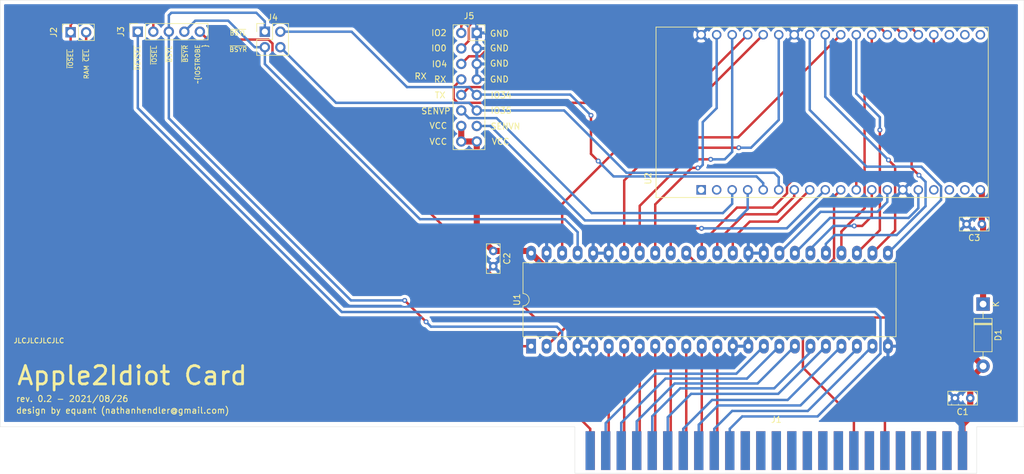
<source format=kicad_pcb>
(kicad_pcb (version 20171130) (host pcbnew 5.1.10-88a1d61d58~88~ubuntu18.04.1)

  (general
    (thickness 1.6)
    (drawings 38)
    (tracks 300)
    (zones 0)
    (modules 11)
    (nets 89)
  )

  (page A4)
  (title_block
    (title "Apple II Breadboard Card")
    (date 2021-02-08)
    (rev 1.1)
    (company "Renee Harke")
    (comment 1 "MIT license; see LICENSE file")
  )

  (layers
    (0 F.Cu signal)
    (31 B.Cu signal)
    (32 B.Adhes user)
    (33 F.Adhes user)
    (34 B.Paste user)
    (35 F.Paste user)
    (36 B.SilkS user)
    (37 F.SilkS user)
    (38 B.Mask user)
    (39 F.Mask user)
    (40 Dwgs.User user)
    (41 Cmts.User user)
    (42 Eco1.User user)
    (43 Eco2.User user)
    (44 Edge.Cuts user)
    (45 Margin user)
    (46 B.CrtYd user)
    (47 F.CrtYd user)
    (48 B.Fab user)
    (49 F.Fab user hide)
  )

  (setup
    (last_trace_width 0.4)
    (user_trace_width 0.4)
    (user_trace_width 1)
    (trace_clearance 0.2)
    (zone_clearance 0.508)
    (zone_45_only no)
    (trace_min 0.2)
    (via_size 0.8)
    (via_drill 0.4)
    (via_min_size 0.4)
    (via_min_drill 0.3)
    (uvia_size 0.3)
    (uvia_drill 0.1)
    (uvias_allowed no)
    (uvia_min_size 0.2)
    (uvia_min_drill 0.1)
    (edge_width 0.05)
    (segment_width 0.2)
    (pcb_text_width 0.3)
    (pcb_text_size 1.5 1.5)
    (mod_edge_width 0.12)
    (mod_text_size 1 1)
    (mod_text_width 0.15)
    (pad_size 1.524 1.524)
    (pad_drill 0.762)
    (pad_to_mask_clearance 0.051)
    (solder_mask_min_width 0.25)
    (aux_axis_origin 0 0)
    (visible_elements FFFFFF7F)
    (pcbplotparams
      (layerselection 0x3ffff_ffffffff)
      (usegerberextensions false)
      (usegerberattributes false)
      (usegerberadvancedattributes false)
      (creategerberjobfile false)
      (excludeedgelayer true)
      (linewidth 0.100000)
      (plotframeref false)
      (viasonmask false)
      (mode 1)
      (useauxorigin false)
      (hpglpennumber 1)
      (hpglpenspeed 20)
      (hpglpendiameter 15.000000)
      (psnegative false)
      (psa4output false)
      (plotreference true)
      (plotvalue true)
      (plotinvisibletext false)
      (padsonsilk false)
      (subtractmaskfromsilk false)
      (outputformat 1)
      (mirror false)
      (drillshape 0)
      (scaleselection 1)
      (outputdirectory "gerber/"))
  )

  (net 0 "")
  (net 1 /D0)
  (net 2 /D1)
  (net 3 /D2)
  (net 4 /D3)
  (net 5 /D4)
  (net 6 /D5)
  (net 7 /D6)
  (net 8 /D7)
  (net 9 /A0)
  (net 10 /A1)
  (net 11 /A2)
  (net 12 /A3)
  (net 13 /A4)
  (net 14 /A5)
  (net 15 /A6)
  (net 16 /A7)
  (net 17 GND)
  (net 18 VCC)
  (net 19 "Net-(J1-Pad27)")
  (net 20 "Net-(J1-Pad28)")
  (net 21 "Net-(J1-Pad29)")
  (net 22 "Net-(J1-Pad30)")
  (net 23 "Net-(J1-Pad31)")
  (net 24 "Net-(J1-Pad32)")
  (net 25 "Net-(J1-Pad33)")
  (net 26 "Net-(J1-Pad34)")
  (net 27 "Net-(J1-Pad35)")
  (net 28 "Net-(J1-Pad36)")
  (net 29 "Net-(J1-Pad37)")
  (net 30 "Net-(J1-Pad38)")
  (net 31 "Net-(J1-Pad39)")
  (net 32 "Net-(J1-Pad40)")
  (net 33 "Net-(J1-Pad50)")
  (net 34 "Net-(J1-Pad24)")
  (net 35 "Net-(J1-Pad23)")
  (net 36 "Net-(J1-Pad22)")
  (net 37 "Net-(J1-Pad21)")
  (net 38 "Net-(J1-Pad20)")
  (net 39 "Net-(J1-Pad19)")
  (net 40 "Net-(J1-Pad17)")
  (net 41 "Net-(J1-Pad16)")
  (net 42 "Net-(J1-Pad15)")
  (net 43 "Net-(J1-Pad14)")
  (net 44 "Net-(J1-Pad13)")
  (net 45 "Net-(J3-Pad4)")
  (net 46 RWR)
  (net 47 /AR0)
  (net 48 /AR1)
  (net 49 /AR2)
  (net 50 /AR3)
  (net 51 /DR0)
  (net 52 /DR1)
  (net 53 /DR2)
  (net 54 /DR3)
  (net 55 /DR4)
  (net 56 /DR5)
  (net 57 /DR6)
  (net 58 /DR7)
  (net 59 "Net-(U2-Pad38)")
  (net 60 "Net-(U2-Pad37)")
  (net 61 "Net-(U2-Pad36)")
  (net 62 "Net-(U2-Pad18)")
  (net 63 "Net-(U2-Pad17)")
  (net 64 "Net-(U2-Pad16)")
  (net 65 "Net-(U2-Pad2)")
  (net 66 "Net-(U2-Pad1)")
  (net 67 /DEVSEL)
  (net 68 /RW)
  (net 69 /IOSEL)
  (net 70 /CEL)
  (net 71 /BSYL)
  (net 72 /IO35)
  (net 73 /IO34)
  (net 74 /AR7)
  (net 75 /AR6)
  (net 76 /AR5)
  (net 77 /AR4)
  (net 78 /SENVP)
  (net 79 /SENVN)
  (net 80 /TX)
  (net 81 /RX)
  (net 82 /IO4)
  (net 83 /IO0)
  (net 84 /IO2)
  (net 85 "Net-(J1-Pad12)")
  (net 86 "Net-(J1-Pad11)")
  (net 87 "Net-(J1-Pad10)")
  (net 88 "Net-(C3-Pad1)")

  (net_class Default "This is the default net class."
    (clearance 0.2)
    (trace_width 0.25)
    (via_dia 0.8)
    (via_drill 0.4)
    (uvia_dia 0.3)
    (uvia_drill 0.1)
    (add_net /A0)
    (add_net /A1)
    (add_net /A2)
    (add_net /A3)
    (add_net /A4)
    (add_net /A5)
    (add_net /A6)
    (add_net /A7)
    (add_net /AR0)
    (add_net /AR1)
    (add_net /AR2)
    (add_net /AR3)
    (add_net /AR4)
    (add_net /AR5)
    (add_net /AR6)
    (add_net /AR7)
    (add_net /BSYL)
    (add_net /CEL)
    (add_net /D0)
    (add_net /D1)
    (add_net /D2)
    (add_net /D3)
    (add_net /D4)
    (add_net /D5)
    (add_net /D6)
    (add_net /D7)
    (add_net /DEVSEL)
    (add_net /DR0)
    (add_net /DR1)
    (add_net /DR2)
    (add_net /DR3)
    (add_net /DR4)
    (add_net /DR5)
    (add_net /DR6)
    (add_net /DR7)
    (add_net /IO0)
    (add_net /IO2)
    (add_net /IO34)
    (add_net /IO35)
    (add_net /IO4)
    (add_net /IOSEL)
    (add_net /RW)
    (add_net /RX)
    (add_net /SENVN)
    (add_net /SENVP)
    (add_net /TX)
    (add_net GND)
    (add_net "Net-(C3-Pad1)")
    (add_net "Net-(J1-Pad10)")
    (add_net "Net-(J1-Pad11)")
    (add_net "Net-(J1-Pad12)")
    (add_net "Net-(J1-Pad13)")
    (add_net "Net-(J1-Pad14)")
    (add_net "Net-(J1-Pad15)")
    (add_net "Net-(J1-Pad16)")
    (add_net "Net-(J1-Pad17)")
    (add_net "Net-(J1-Pad19)")
    (add_net "Net-(J1-Pad20)")
    (add_net "Net-(J1-Pad21)")
    (add_net "Net-(J1-Pad22)")
    (add_net "Net-(J1-Pad23)")
    (add_net "Net-(J1-Pad24)")
    (add_net "Net-(J1-Pad27)")
    (add_net "Net-(J1-Pad28)")
    (add_net "Net-(J1-Pad29)")
    (add_net "Net-(J1-Pad30)")
    (add_net "Net-(J1-Pad31)")
    (add_net "Net-(J1-Pad32)")
    (add_net "Net-(J1-Pad33)")
    (add_net "Net-(J1-Pad34)")
    (add_net "Net-(J1-Pad35)")
    (add_net "Net-(J1-Pad36)")
    (add_net "Net-(J1-Pad37)")
    (add_net "Net-(J1-Pad38)")
    (add_net "Net-(J1-Pad39)")
    (add_net "Net-(J1-Pad40)")
    (add_net "Net-(J1-Pad50)")
    (add_net "Net-(J3-Pad4)")
    (add_net "Net-(U2-Pad1)")
    (add_net "Net-(U2-Pad16)")
    (add_net "Net-(U2-Pad17)")
    (add_net "Net-(U2-Pad18)")
    (add_net "Net-(U2-Pad2)")
    (add_net "Net-(U2-Pad36)")
    (add_net "Net-(U2-Pad37)")
    (add_net "Net-(U2-Pad38)")
    (add_net RWR)
    (add_net VCC)
  )

  (module Capacitor_THT:C_Rect_L4.6mm_W2.0mm_P2.50mm_MKS02_FKP02 (layer F.Cu) (tedit 5AE50EF0) (tstamp 6128824E)
    (at 234.4 91.4 180)
    (descr "C, Rect series, Radial, pin pitch=2.50mm, , length*width=4.6*2mm^2, Capacitor, http://www.wima.de/DE/WIMA_MKS_02.pdf")
    (tags "C Rect series Radial pin pitch 2.50mm  length 4.6mm width 2mm Capacitor")
    (path /61585748)
    (fp_text reference C3 (at 1.25 -2.25) (layer F.SilkS)
      (effects (font (size 1 1) (thickness 0.15)))
    )
    (fp_text value C (at 1.25 2.25) (layer F.Fab)
      (effects (font (size 1 1) (thickness 0.15)))
    )
    (fp_text user %R (at 1.25 0) (layer F.Fab)
      (effects (font (size 0.92 0.92) (thickness 0.138)))
    )
    (fp_line (start -1.05 -1) (end -1.05 1) (layer F.Fab) (width 0.1))
    (fp_line (start -1.05 1) (end 3.55 1) (layer F.Fab) (width 0.1))
    (fp_line (start 3.55 1) (end 3.55 -1) (layer F.Fab) (width 0.1))
    (fp_line (start 3.55 -1) (end -1.05 -1) (layer F.Fab) (width 0.1))
    (fp_line (start -1.17 -1.12) (end 3.67 -1.12) (layer F.SilkS) (width 0.12))
    (fp_line (start -1.17 1.12) (end 3.67 1.12) (layer F.SilkS) (width 0.12))
    (fp_line (start -1.17 -1.12) (end -1.17 1.12) (layer F.SilkS) (width 0.12))
    (fp_line (start 3.67 -1.12) (end 3.67 1.12) (layer F.SilkS) (width 0.12))
    (fp_line (start -1.3 -1.25) (end -1.3 1.25) (layer F.CrtYd) (width 0.05))
    (fp_line (start -1.3 1.25) (end 3.8 1.25) (layer F.CrtYd) (width 0.05))
    (fp_line (start 3.8 1.25) (end 3.8 -1.25) (layer F.CrtYd) (width 0.05))
    (fp_line (start 3.8 -1.25) (end -1.3 -1.25) (layer F.CrtYd) (width 0.05))
    (pad 2 thru_hole circle (at 2.5 0 180) (size 1.4 1.4) (drill 0.7) (layers *.Cu *.Mask)
      (net 17 GND))
    (pad 1 thru_hole circle (at 0 0 180) (size 1.4 1.4) (drill 0.7) (layers *.Cu *.Mask)
      (net 88 "Net-(C3-Pad1)"))
    (model ${KISYS3DMOD}/Capacitor_THT.3dshapes/C_Rect_L4.6mm_W2.0mm_P2.50mm_MKS02_FKP02.wrl
      (at (xyz 0 0 0))
      (scale (xyz 1 1 1))
      (rotate (xyz 0 0 0))
    )
  )

  (module Connector_PinSocket_2.54mm:PinSocket_2x08_P2.54mm_Vertical (layer F.Cu) (tedit 5A19A42B) (tstamp 61286996)
    (at 151.7 60.1)
    (descr "Through hole straight socket strip, 2x08, 2.54mm pitch, double cols (from Kicad 4.0.7), script generated")
    (tags "Through hole socket strip THT 2x08 2.54mm double row")
    (path /6140E262)
    (fp_text reference J5 (at -1.27 -2.77) (layer F.SilkS)
      (effects (font (size 1 1) (thickness 0.15)))
    )
    (fp_text value Conn_02x08_Odd_Even (at -1.27 20.55) (layer F.Fab)
      (effects (font (size 1 1) (thickness 0.15)))
    )
    (fp_text user %R (at -1.27 8.89 90) (layer F.Fab)
      (effects (font (size 1 1) (thickness 0.15)))
    )
    (fp_line (start -3.81 -1.27) (end 0.27 -1.27) (layer F.Fab) (width 0.1))
    (fp_line (start 0.27 -1.27) (end 1.27 -0.27) (layer F.Fab) (width 0.1))
    (fp_line (start 1.27 -0.27) (end 1.27 19.05) (layer F.Fab) (width 0.1))
    (fp_line (start 1.27 19.05) (end -3.81 19.05) (layer F.Fab) (width 0.1))
    (fp_line (start -3.81 19.05) (end -3.81 -1.27) (layer F.Fab) (width 0.1))
    (fp_line (start -3.87 -1.33) (end -1.27 -1.33) (layer F.SilkS) (width 0.12))
    (fp_line (start -3.87 -1.33) (end -3.87 19.11) (layer F.SilkS) (width 0.12))
    (fp_line (start -3.87 19.11) (end 1.33 19.11) (layer F.SilkS) (width 0.12))
    (fp_line (start 1.33 1.27) (end 1.33 19.11) (layer F.SilkS) (width 0.12))
    (fp_line (start -1.27 1.27) (end 1.33 1.27) (layer F.SilkS) (width 0.12))
    (fp_line (start -1.27 -1.33) (end -1.27 1.27) (layer F.SilkS) (width 0.12))
    (fp_line (start 1.33 -1.33) (end 1.33 0) (layer F.SilkS) (width 0.12))
    (fp_line (start 0 -1.33) (end 1.33 -1.33) (layer F.SilkS) (width 0.12))
    (fp_line (start -4.34 -1.8) (end 1.76 -1.8) (layer F.CrtYd) (width 0.05))
    (fp_line (start 1.76 -1.8) (end 1.76 19.55) (layer F.CrtYd) (width 0.05))
    (fp_line (start 1.76 19.55) (end -4.34 19.55) (layer F.CrtYd) (width 0.05))
    (fp_line (start -4.34 19.55) (end -4.34 -1.8) (layer F.CrtYd) (width 0.05))
    (pad 16 thru_hole oval (at -2.54 17.78) (size 1.7 1.7) (drill 1) (layers *.Cu *.Mask)
      (net 18 VCC))
    (pad 15 thru_hole oval (at 0 17.78) (size 1.7 1.7) (drill 1) (layers *.Cu *.Mask)
      (net 18 VCC))
    (pad 14 thru_hole oval (at -2.54 15.24) (size 1.7 1.7) (drill 1) (layers *.Cu *.Mask)
      (net 18 VCC))
    (pad 13 thru_hole oval (at 0 15.24) (size 1.7 1.7) (drill 1) (layers *.Cu *.Mask)
      (net 79 /SENVN))
    (pad 12 thru_hole oval (at -2.54 12.7) (size 1.7 1.7) (drill 1) (layers *.Cu *.Mask)
      (net 78 /SENVP))
    (pad 11 thru_hole oval (at 0 12.7) (size 1.7 1.7) (drill 1) (layers *.Cu *.Mask)
      (net 72 /IO35))
    (pad 10 thru_hole oval (at -2.54 10.16) (size 1.7 1.7) (drill 1) (layers *.Cu *.Mask)
      (net 80 /TX))
    (pad 9 thru_hole oval (at 0 10.16) (size 1.7 1.7) (drill 1) (layers *.Cu *.Mask)
      (net 73 /IO34))
    (pad 8 thru_hole oval (at -2.54 7.62) (size 1.7 1.7) (drill 1) (layers *.Cu *.Mask)
      (net 81 /RX))
    (pad 7 thru_hole oval (at 0 7.62) (size 1.7 1.7) (drill 1) (layers *.Cu *.Mask)
      (net 17 GND))
    (pad 6 thru_hole oval (at -2.54 5.08) (size 1.7 1.7) (drill 1) (layers *.Cu *.Mask)
      (net 82 /IO4))
    (pad 5 thru_hole oval (at 0 5.08) (size 1.7 1.7) (drill 1) (layers *.Cu *.Mask)
      (net 17 GND))
    (pad 4 thru_hole oval (at -2.54 2.54) (size 1.7 1.7) (drill 1) (layers *.Cu *.Mask)
      (net 83 /IO0))
    (pad 3 thru_hole oval (at 0 2.54) (size 1.7 1.7) (drill 1) (layers *.Cu *.Mask)
      (net 17 GND))
    (pad 2 thru_hole oval (at -2.54 0) (size 1.7 1.7) (drill 1) (layers *.Cu *.Mask)
      (net 84 /IO2))
    (pad 1 thru_hole rect (at 0 0) (size 1.7 1.7) (drill 1) (layers *.Cu *.Mask)
      (net 17 GND))
    (model ${KISYS3DMOD}/Connector_PinSocket_2.54mm.3dshapes/PinSocket_2x08_P2.54mm_Vertical.wrl
      (at (xyz 0 0 0))
      (scale (xyz 1 1 1))
      (rotate (xyz 0 0 0))
    )
  )

  (module Diode_THT:D_DO-41_SOD81_P10.16mm_Horizontal (layer F.Cu) (tedit 5AE50CD5) (tstamp 61286872)
    (at 234.6 104.5 270)
    (descr "Diode, DO-41_SOD81 series, Axial, Horizontal, pin pitch=10.16mm, , length*diameter=5.2*2.7mm^2, , http://www.diodes.com/_files/packages/DO-41%20(Plastic).pdf")
    (tags "Diode DO-41_SOD81 series Axial Horizontal pin pitch 10.16mm  length 5.2mm diameter 2.7mm")
    (path /614F5A8B)
    (fp_text reference D1 (at 5.08 -2.47 90) (layer F.SilkS)
      (effects (font (size 1 1) (thickness 0.15)))
    )
    (fp_text value D (at 5.08 2.47 90) (layer F.Fab)
      (effects (font (size 1 1) (thickness 0.15)))
    )
    (fp_text user K (at 0 -2.1 90) (layer F.SilkS)
      (effects (font (size 1 1) (thickness 0.15)))
    )
    (fp_text user K (at 0 -2.1 90) (layer F.Fab)
      (effects (font (size 1 1) (thickness 0.15)))
    )
    (fp_text user %R (at 5.47 0 90) (layer F.Fab)
      (effects (font (size 1 1) (thickness 0.15)))
    )
    (fp_line (start 2.48 -1.35) (end 2.48 1.35) (layer F.Fab) (width 0.1))
    (fp_line (start 2.48 1.35) (end 7.68 1.35) (layer F.Fab) (width 0.1))
    (fp_line (start 7.68 1.35) (end 7.68 -1.35) (layer F.Fab) (width 0.1))
    (fp_line (start 7.68 -1.35) (end 2.48 -1.35) (layer F.Fab) (width 0.1))
    (fp_line (start 0 0) (end 2.48 0) (layer F.Fab) (width 0.1))
    (fp_line (start 10.16 0) (end 7.68 0) (layer F.Fab) (width 0.1))
    (fp_line (start 3.26 -1.35) (end 3.26 1.35) (layer F.Fab) (width 0.1))
    (fp_line (start 3.36 -1.35) (end 3.36 1.35) (layer F.Fab) (width 0.1))
    (fp_line (start 3.16 -1.35) (end 3.16 1.35) (layer F.Fab) (width 0.1))
    (fp_line (start 2.36 -1.47) (end 2.36 1.47) (layer F.SilkS) (width 0.12))
    (fp_line (start 2.36 1.47) (end 7.8 1.47) (layer F.SilkS) (width 0.12))
    (fp_line (start 7.8 1.47) (end 7.8 -1.47) (layer F.SilkS) (width 0.12))
    (fp_line (start 7.8 -1.47) (end 2.36 -1.47) (layer F.SilkS) (width 0.12))
    (fp_line (start 1.34 0) (end 2.36 0) (layer F.SilkS) (width 0.12))
    (fp_line (start 8.82 0) (end 7.8 0) (layer F.SilkS) (width 0.12))
    (fp_line (start 3.26 -1.47) (end 3.26 1.47) (layer F.SilkS) (width 0.12))
    (fp_line (start 3.38 -1.47) (end 3.38 1.47) (layer F.SilkS) (width 0.12))
    (fp_line (start 3.14 -1.47) (end 3.14 1.47) (layer F.SilkS) (width 0.12))
    (fp_line (start -1.35 -1.6) (end -1.35 1.6) (layer F.CrtYd) (width 0.05))
    (fp_line (start -1.35 1.6) (end 11.51 1.6) (layer F.CrtYd) (width 0.05))
    (fp_line (start 11.51 1.6) (end 11.51 -1.6) (layer F.CrtYd) (width 0.05))
    (fp_line (start 11.51 -1.6) (end -1.35 -1.6) (layer F.CrtYd) (width 0.05))
    (pad 2 thru_hole oval (at 10.16 0 270) (size 2.2 2.2) (drill 1.1) (layers *.Cu *.Mask)
      (net 18 VCC))
    (pad 1 thru_hole rect (at 0 0 270) (size 2.2 2.2) (drill 1.1) (layers *.Cu *.Mask)
      (net 88 "Net-(C3-Pad1)"))
    (model ${KISYS3DMOD}/Diode_THT.3dshapes/D_DO-41_SOD81_P10.16mm_Horizontal.wrl
      (at (xyz 0 0 0))
      (scale (xyz 1 1 1))
      (rotate (xyz 0 0 0))
    )
  )

  (module Capacitor_THT:C_Rect_L4.6mm_W2.0mm_P2.50mm_MKS02_FKP02 (layer F.Cu) (tedit 5AE50EF0) (tstamp 61286840)
    (at 154.4 95.8 270)
    (descr "C, Rect series, Radial, pin pitch=2.50mm, , length*width=4.6*2mm^2, Capacitor, http://www.wima.de/DE/WIMA_MKS_02.pdf")
    (tags "C Rect series Radial pin pitch 2.50mm  length 4.6mm width 2mm Capacitor")
    (path /6152E0F0)
    (fp_text reference C2 (at 1.25 -2.25 90) (layer F.SilkS)
      (effects (font (size 1 1) (thickness 0.15)))
    )
    (fp_text value C (at 1.25 2.25 90) (layer F.Fab)
      (effects (font (size 1 1) (thickness 0.15)))
    )
    (fp_text user %R (at 1.25 0 90) (layer F.Fab)
      (effects (font (size 0.92 0.92) (thickness 0.138)))
    )
    (fp_line (start -1.05 -1) (end -1.05 1) (layer F.Fab) (width 0.1))
    (fp_line (start -1.05 1) (end 3.55 1) (layer F.Fab) (width 0.1))
    (fp_line (start 3.55 1) (end 3.55 -1) (layer F.Fab) (width 0.1))
    (fp_line (start 3.55 -1) (end -1.05 -1) (layer F.Fab) (width 0.1))
    (fp_line (start -1.17 -1.12) (end 3.67 -1.12) (layer F.SilkS) (width 0.12))
    (fp_line (start -1.17 1.12) (end 3.67 1.12) (layer F.SilkS) (width 0.12))
    (fp_line (start -1.17 -1.12) (end -1.17 1.12) (layer F.SilkS) (width 0.12))
    (fp_line (start 3.67 -1.12) (end 3.67 1.12) (layer F.SilkS) (width 0.12))
    (fp_line (start -1.3 -1.25) (end -1.3 1.25) (layer F.CrtYd) (width 0.05))
    (fp_line (start -1.3 1.25) (end 3.8 1.25) (layer F.CrtYd) (width 0.05))
    (fp_line (start 3.8 1.25) (end 3.8 -1.25) (layer F.CrtYd) (width 0.05))
    (fp_line (start 3.8 -1.25) (end -1.3 -1.25) (layer F.CrtYd) (width 0.05))
    (pad 2 thru_hole circle (at 2.5 0 270) (size 1.4 1.4) (drill 0.7) (layers *.Cu *.Mask)
      (net 17 GND))
    (pad 1 thru_hole circle (at 0 0 270) (size 1.4 1.4) (drill 0.7) (layers *.Cu *.Mask)
      (net 18 VCC))
    (model ${KISYS3DMOD}/Capacitor_THT.3dshapes/C_Rect_L4.6mm_W2.0mm_P2.50mm_MKS02_FKP02.wrl
      (at (xyz 0 0 0))
      (scale (xyz 1 1 1))
      (rotate (xyz 0 0 0))
    )
  )

  (module Capacitor_THT:C_Rect_L4.6mm_W2.0mm_P2.50mm_MKS02_FKP02 (layer F.Cu) (tedit 5AE50EF0) (tstamp 61287409)
    (at 232.5 119.9 180)
    (descr "C, Rect series, Radial, pin pitch=2.50mm, , length*width=4.6*2mm^2, Capacitor, http://www.wima.de/DE/WIMA_MKS_02.pdf")
    (tags "C Rect series Radial pin pitch 2.50mm  length 4.6mm width 2mm Capacitor")
    (path /6174221E)
    (fp_text reference C1 (at 1.25 -2.25) (layer F.SilkS)
      (effects (font (size 1 1) (thickness 0.15)))
    )
    (fp_text value C (at 1.25 2.25) (layer F.Fab)
      (effects (font (size 1 1) (thickness 0.15)))
    )
    (fp_text user %R (at 1.25 0) (layer F.Fab)
      (effects (font (size 0.92 0.92) (thickness 0.138)))
    )
    (fp_line (start -1.05 -1) (end -1.05 1) (layer F.Fab) (width 0.1))
    (fp_line (start -1.05 1) (end 3.55 1) (layer F.Fab) (width 0.1))
    (fp_line (start 3.55 1) (end 3.55 -1) (layer F.Fab) (width 0.1))
    (fp_line (start 3.55 -1) (end -1.05 -1) (layer F.Fab) (width 0.1))
    (fp_line (start -1.17 -1.12) (end 3.67 -1.12) (layer F.SilkS) (width 0.12))
    (fp_line (start -1.17 1.12) (end 3.67 1.12) (layer F.SilkS) (width 0.12))
    (fp_line (start -1.17 -1.12) (end -1.17 1.12) (layer F.SilkS) (width 0.12))
    (fp_line (start 3.67 -1.12) (end 3.67 1.12) (layer F.SilkS) (width 0.12))
    (fp_line (start -1.3 -1.25) (end -1.3 1.25) (layer F.CrtYd) (width 0.05))
    (fp_line (start -1.3 1.25) (end 3.8 1.25) (layer F.CrtYd) (width 0.05))
    (fp_line (start 3.8 1.25) (end 3.8 -1.25) (layer F.CrtYd) (width 0.05))
    (fp_line (start 3.8 -1.25) (end -1.3 -1.25) (layer F.CrtYd) (width 0.05))
    (pad 2 thru_hole circle (at 2.5 0 180) (size 1.4 1.4) (drill 0.7) (layers *.Cu *.Mask)
      (net 17 GND))
    (pad 1 thru_hole circle (at 0 0 180) (size 1.4 1.4) (drill 0.7) (layers *.Cu *.Mask)
      (net 18 VCC))
    (model ${KISYS3DMOD}/Capacitor_THT.3dshapes/C_Rect_L4.6mm_W2.0mm_P2.50mm_MKS02_FKP02.wrl
      (at (xyz 0 0 0))
      (scale (xyz 1 1 1))
      (rotate (xyz 0 0 0))
    )
  )

  (module Connector_PinSocket_2.54mm:PinSocket_1x05_P2.54mm_Vertical (layer F.Cu) (tedit 5A19A420) (tstamp 61285D2F)
    (at 96.2 59.9 90)
    (descr "Through hole straight socket strip, 1x05, 2.54mm pitch, single row (from Kicad 4.0.7), script generated")
    (tags "Through hole socket strip THT 1x05 2.54mm single row")
    (path /613E8185)
    (fp_text reference J3 (at 0 -2.77 90) (layer F.SilkS)
      (effects (font (size 1 1) (thickness 0.15)))
    )
    (fp_text value Conn_01x05 (at 0 12.93 90) (layer F.Fab)
      (effects (font (size 1 1) (thickness 0.15)))
    )
    (fp_text user %R (at 0 5.08) (layer F.Fab)
      (effects (font (size 1 1) (thickness 0.15)))
    )
    (fp_line (start -1.27 -1.27) (end 0.635 -1.27) (layer F.Fab) (width 0.1))
    (fp_line (start 0.635 -1.27) (end 1.27 -0.635) (layer F.Fab) (width 0.1))
    (fp_line (start 1.27 -0.635) (end 1.27 11.43) (layer F.Fab) (width 0.1))
    (fp_line (start 1.27 11.43) (end -1.27 11.43) (layer F.Fab) (width 0.1))
    (fp_line (start -1.27 11.43) (end -1.27 -1.27) (layer F.Fab) (width 0.1))
    (fp_line (start -1.33 1.27) (end 1.33 1.27) (layer F.SilkS) (width 0.12))
    (fp_line (start -1.33 1.27) (end -1.33 11.49) (layer F.SilkS) (width 0.12))
    (fp_line (start -1.33 11.49) (end 1.33 11.49) (layer F.SilkS) (width 0.12))
    (fp_line (start 1.33 1.27) (end 1.33 11.49) (layer F.SilkS) (width 0.12))
    (fp_line (start 1.33 -1.33) (end 1.33 0) (layer F.SilkS) (width 0.12))
    (fp_line (start 0 -1.33) (end 1.33 -1.33) (layer F.SilkS) (width 0.12))
    (fp_line (start -1.8 -1.8) (end 1.75 -1.8) (layer F.CrtYd) (width 0.05))
    (fp_line (start 1.75 -1.8) (end 1.75 11.9) (layer F.CrtYd) (width 0.05))
    (fp_line (start 1.75 11.9) (end -1.8 11.9) (layer F.CrtYd) (width 0.05))
    (fp_line (start -1.8 11.9) (end -1.8 -1.8) (layer F.CrtYd) (width 0.05))
    (pad 5 thru_hole oval (at 0 10.16 90) (size 1.7 1.7) (drill 1) (layers *.Cu *.Mask)
      (net 38 "Net-(J1-Pad20)"))
    (pad 4 thru_hole oval (at 0 7.62 90) (size 1.7 1.7) (drill 1) (layers *.Cu *.Mask)
      (net 45 "Net-(J3-Pad4)"))
    (pad 3 thru_hole oval (at 0 5.08 90) (size 1.7 1.7) (drill 1) (layers *.Cu *.Mask)
      (net 71 /BSYL))
    (pad 2 thru_hole oval (at 0 2.54 90) (size 1.7 1.7) (drill 1) (layers *.Cu *.Mask)
      (net 69 /IOSEL))
    (pad 1 thru_hole rect (at 0 0 90) (size 1.7 1.7) (drill 1) (layers *.Cu *.Mask)
      (net 67 /DEVSEL))
    (model ${KISYS3DMOD}/Connector_PinSocket_2.54mm.3dshapes/PinSocket_1x05_P2.54mm_Vertical.wrl
      (at (xyz 0 0 0))
      (scale (xyz 1 1 1))
      (rotate (xyz 0 0 0))
    )
  )

  (module Connector_PinSocket_2.54mm:PinSocket_1x02_P2.54mm_Vertical (layer F.Cu) (tedit 5A19A420) (tstamp 61285EB7)
    (at 85.2 60 90)
    (descr "Through hole straight socket strip, 1x02, 2.54mm pitch, single row (from Kicad 4.0.7), script generated")
    (tags "Through hole socket strip THT 1x02 2.54mm single row")
    (path /613AE9B4)
    (fp_text reference J2 (at 0 -2.77 90) (layer F.SilkS)
      (effects (font (size 1 1) (thickness 0.15)))
    )
    (fp_text value Conn_02x01 (at 0 5.31 90) (layer F.Fab)
      (effects (font (size 1 1) (thickness 0.15)))
    )
    (fp_text user %R (at 0 1.27) (layer F.Fab)
      (effects (font (size 1 1) (thickness 0.15)))
    )
    (fp_line (start -1.27 -1.27) (end 0.635 -1.27) (layer F.Fab) (width 0.1))
    (fp_line (start 0.635 -1.27) (end 1.27 -0.635) (layer F.Fab) (width 0.1))
    (fp_line (start 1.27 -0.635) (end 1.27 3.81) (layer F.Fab) (width 0.1))
    (fp_line (start 1.27 3.81) (end -1.27 3.81) (layer F.Fab) (width 0.1))
    (fp_line (start -1.27 3.81) (end -1.27 -1.27) (layer F.Fab) (width 0.1))
    (fp_line (start -1.33 1.27) (end 1.33 1.27) (layer F.SilkS) (width 0.12))
    (fp_line (start -1.33 1.27) (end -1.33 3.87) (layer F.SilkS) (width 0.12))
    (fp_line (start -1.33 3.87) (end 1.33 3.87) (layer F.SilkS) (width 0.12))
    (fp_line (start 1.33 1.27) (end 1.33 3.87) (layer F.SilkS) (width 0.12))
    (fp_line (start 1.33 -1.33) (end 1.33 0) (layer F.SilkS) (width 0.12))
    (fp_line (start 0 -1.33) (end 1.33 -1.33) (layer F.SilkS) (width 0.12))
    (fp_line (start -1.8 -1.8) (end 1.75 -1.8) (layer F.CrtYd) (width 0.05))
    (fp_line (start 1.75 -1.8) (end 1.75 4.3) (layer F.CrtYd) (width 0.05))
    (fp_line (start 1.75 4.3) (end -1.8 4.3) (layer F.CrtYd) (width 0.05))
    (fp_line (start -1.8 4.3) (end -1.8 -1.8) (layer F.CrtYd) (width 0.05))
    (pad 2 thru_hole oval (at 0 2.54 90) (size 1.7 1.7) (drill 1) (layers *.Cu *.Mask)
      (net 70 /CEL))
    (pad 1 thru_hole rect (at 0 0 90) (size 1.7 1.7) (drill 1) (layers *.Cu *.Mask)
      (net 69 /IOSEL))
    (model ${KISYS3DMOD}/Connector_PinSocket_2.54mm.3dshapes/PinSocket_1x02_P2.54mm_Vertical.wrl
      (at (xyz 0 0 0))
      (scale (xyz 1 1 1))
      (rotate (xyz 0 0 0))
    )
  )

  (module ESPDEVKIT:MODULE_ESP32-DEVKITC-32D (layer F.Cu) (tedit 6100DBC9) (tstamp 610F8073)
    (at 208.2 73.1 90)
    (path /612B5485)
    (fp_text reference U2 (at -10.829175 -28.446045 90) (layer F.SilkS)
      (effects (font (size 1.000386 1.000386) (thickness 0.15)))
    )
    (fp_text value ESP32-DEVKITC-32D (at 1.24136 28.294535 90) (layer F.Fab)
      (effects (font (size 1.001047 1.001047) (thickness 0.15)))
    )
    (fp_circle (center -14.6 -19.9) (end -14.46 -19.9) (layer F.Fab) (width 0.28))
    (fp_circle (center -14.6 -19.9) (end -14.46 -19.9) (layer F.Fab) (width 0.28))
    (fp_line (start -14.2 27.5) (end -14.2 -27.4) (layer F.CrtYd) (width 0.05))
    (fp_line (start 14.2 27.5) (end -14.2 27.5) (layer F.CrtYd) (width 0.05))
    (fp_line (start 14.2 -27.4) (end 14.2 27.5) (layer F.CrtYd) (width 0.05))
    (fp_line (start -14.2 -27.4) (end 14.2 -27.4) (layer F.CrtYd) (width 0.05))
    (fp_line (start 13.95 27.25) (end -13.95 27.25) (layer F.SilkS) (width 0.127))
    (fp_line (start 13.95 -27.15) (end 13.95 27.25) (layer F.SilkS) (width 0.127))
    (fp_line (start -13.95 -27.15) (end 13.95 -27.15) (layer F.SilkS) (width 0.127))
    (fp_line (start -13.95 27.25) (end -13.95 -27.15) (layer F.SilkS) (width 0.127))
    (fp_line (start -13.95 27.25) (end -13.95 -27.15) (layer F.Fab) (width 0.127))
    (fp_line (start 13.95 27.25) (end -13.95 27.25) (layer F.Fab) (width 0.127))
    (fp_line (start 13.95 -27.15) (end 13.95 27.25) (layer F.Fab) (width 0.127))
    (fp_line (start -13.95 -27.15) (end 13.95 -27.15) (layer F.Fab) (width 0.127))
    (pad 38 thru_hole circle (at 12.7 25.96 90) (size 1.56 1.56) (drill 1.04) (layers *.Cu *.Mask)
      (net 59 "Net-(U2-Pad38)"))
    (pad 37 thru_hole circle (at 12.7 23.42 90) (size 1.56 1.56) (drill 1.04) (layers *.Cu *.Mask)
      (net 60 "Net-(U2-Pad37)"))
    (pad 36 thru_hole circle (at 12.7 20.88 90) (size 1.56 1.56) (drill 1.04) (layers *.Cu *.Mask)
      (net 61 "Net-(U2-Pad36)"))
    (pad 35 thru_hole circle (at 12.7 18.34 90) (size 1.56 1.56) (drill 1.04) (layers *.Cu *.Mask)
      (net 54 /DR3))
    (pad 34 thru_hole circle (at 12.7 15.8 90) (size 1.56 1.56) (drill 1.04) (layers *.Cu *.Mask)
      (net 84 /IO2))
    (pad 33 thru_hole circle (at 12.7 13.26 90) (size 1.56 1.56) (drill 1.04) (layers *.Cu *.Mask)
      (net 83 /IO0))
    (pad 32 thru_hole circle (at 12.7 10.72 90) (size 1.56 1.56) (drill 1.04) (layers *.Cu *.Mask)
      (net 82 /IO4))
    (pad 31 thru_hole circle (at 12.7 8.18 90) (size 1.56 1.56) (drill 1.04) (layers *.Cu *.Mask)
      (net 55 /DR4))
    (pad 30 thru_hole circle (at 12.7 5.64 90) (size 1.56 1.56) (drill 1.04) (layers *.Cu *.Mask)
      (net 56 /DR5))
    (pad 29 thru_hole circle (at 12.7 3.1 90) (size 1.56 1.56) (drill 1.04) (layers *.Cu *.Mask)
      (net 46 RWR))
    (pad 28 thru_hole circle (at 12.7 0.56 90) (size 1.56 1.56) (drill 1.04) (layers *.Cu *.Mask)
      (net 57 /DR6))
    (pad 27 thru_hole circle (at 12.7 -1.98 90) (size 1.56 1.56) (drill 1.04) (layers *.Cu *.Mask)
      (net 58 /DR7))
    (pad 26 thru_hole circle (at 12.7 -4.52 90) (size 1.56 1.56) (drill 1.04) (layers *.Cu *.Mask)
      (net 17 GND))
    (pad 25 thru_hole circle (at 12.7 -7.06 90) (size 1.56 1.56) (drill 1.04) (layers *.Cu *.Mask)
      (net 47 /AR0))
    (pad 24 thru_hole circle (at 12.7 -9.6 90) (size 1.56 1.56) (drill 1.04) (layers *.Cu *.Mask)
      (net 81 /RX))
    (pad 23 thru_hole circle (at 12.7 -12.14 90) (size 1.56 1.56) (drill 1.04) (layers *.Cu *.Mask)
      (net 80 /TX))
    (pad 22 thru_hole circle (at 12.7 -14.68 90) (size 1.56 1.56) (drill 1.04) (layers *.Cu *.Mask)
      (net 48 /AR1))
    (pad 21 thru_hole circle (at 12.7 -17.22 90) (size 1.56 1.56) (drill 1.04) (layers *.Cu *.Mask)
      (net 49 /AR2))
    (pad 20 thru_hole circle (at 12.7 -19.76 90) (size 1.56 1.56) (drill 1.04) (layers *.Cu *.Mask)
      (net 17 GND))
    (pad 18 thru_hole circle (at -12.7 23.42 90) (size 1.56 1.56) (drill 1.04) (layers *.Cu *.Mask)
      (net 62 "Net-(U2-Pad18)"))
    (pad 17 thru_hole circle (at -12.7 20.88 90) (size 1.56 1.56) (drill 1.04) (layers *.Cu *.Mask)
      (net 63 "Net-(U2-Pad17)"))
    (pad 16 thru_hole circle (at -12.7 18.34 90) (size 1.56 1.56) (drill 1.04) (layers *.Cu *.Mask)
      (net 64 "Net-(U2-Pad16)"))
    (pad 15 thru_hole circle (at -12.7 15.8 90) (size 1.56 1.56) (drill 1.04) (layers *.Cu *.Mask)
      (net 52 /DR1))
    (pad 14 thru_hole circle (at -12.7 13.26 90) (size 1.56 1.56) (drill 1.04) (layers *.Cu *.Mask)
      (net 17 GND))
    (pad 13 thru_hole circle (at -12.7 10.72 90) (size 1.56 1.56) (drill 1.04) (layers *.Cu *.Mask)
      (net 51 /DR0))
    (pad 12 thru_hole circle (at -12.7 8.18 90) (size 1.56 1.56) (drill 1.04) (layers *.Cu *.Mask)
      (net 53 /DR2))
    (pad 11 thru_hole circle (at -12.7 5.64 90) (size 1.56 1.56) (drill 1.04) (layers *.Cu *.Mask)
      (net 76 /AR5))
    (pad 10 thru_hole circle (at -12.7 3.1 90) (size 1.56 1.56) (drill 1.04) (layers *.Cu *.Mask)
      (net 77 /AR4))
    (pad 9 thru_hole circle (at -12.7 0.56 90) (size 1.56 1.56) (drill 1.04) (layers *.Cu *.Mask)
      (net 50 /AR3))
    (pad 8 thru_hole circle (at -12.7 -1.98 90) (size 1.56 1.56) (drill 1.04) (layers *.Cu *.Mask)
      (net 74 /AR7))
    (pad 7 thru_hole circle (at -12.7 -4.52 90) (size 1.56 1.56) (drill 1.04) (layers *.Cu *.Mask)
      (net 75 /AR6))
    (pad 6 thru_hole circle (at -12.7 -7.06 90) (size 1.56 1.56) (drill 1.04) (layers *.Cu *.Mask)
      (net 72 /IO35))
    (pad 5 thru_hole circle (at -12.7 -9.6 90) (size 1.56 1.56) (drill 1.04) (layers *.Cu *.Mask)
      (net 73 /IO34))
    (pad 4 thru_hole circle (at -12.7 -12.14 90) (size 1.56 1.56) (drill 1.04) (layers *.Cu *.Mask)
      (net 79 /SENVN))
    (pad 3 thru_hole circle (at -12.7 -14.68 90) (size 1.56 1.56) (drill 1.04) (layers *.Cu *.Mask)
      (net 78 /SENVP))
    (pad 19 thru_hole circle (at -12.7 25.96 90) (size 1.56 1.56) (drill 1.04) (layers *.Cu *.Mask)
      (net 88 "Net-(C3-Pad1)"))
    (pad 2 thru_hole circle (at -12.7 -17.22 90) (size 1.56 1.56) (drill 1.04) (layers *.Cu *.Mask)
      (net 65 "Net-(U2-Pad2)"))
    (pad 1 thru_hole rect (at -12.7 -19.76 90) (size 1.56 1.56) (drill 1.04) (layers *.Cu *.Mask)
      (net 66 "Net-(U2-Pad1)"))
  )

  (module Package_DIP:DIP-48_W15.24mm_LongPads (layer F.Cu) (tedit 5A02E8C5) (tstamp 610F803B)
    (at 160.6 111.4 90)
    (descr "48-lead though-hole mounted DIP package, row spacing 15.24 mm (600 mils), LongPads")
    (tags "THT DIP DIL PDIP 2.54mm 15.24mm 600mil LongPads")
    (path /61296796)
    (fp_text reference U1 (at 7.62 -2.33 90) (layer F.SilkS)
      (effects (font (size 1 1) (thickness 0.15)))
    )
    (fp_text value IDT7132 (at 7.62 60.75 90) (layer F.Fab)
      (effects (font (size 1 1) (thickness 0.15)))
    )
    (fp_line (start 16.7 -1.55) (end -1.5 -1.55) (layer F.CrtYd) (width 0.05))
    (fp_line (start 16.7 59.95) (end 16.7 -1.55) (layer F.CrtYd) (width 0.05))
    (fp_line (start -1.5 59.95) (end 16.7 59.95) (layer F.CrtYd) (width 0.05))
    (fp_line (start -1.5 -1.55) (end -1.5 59.95) (layer F.CrtYd) (width 0.05))
    (fp_line (start 13.68 -1.33) (end 8.62 -1.33) (layer F.SilkS) (width 0.12))
    (fp_line (start 13.68 59.75) (end 13.68 -1.33) (layer F.SilkS) (width 0.12))
    (fp_line (start 1.56 59.75) (end 13.68 59.75) (layer F.SilkS) (width 0.12))
    (fp_line (start 1.56 -1.33) (end 1.56 59.75) (layer F.SilkS) (width 0.12))
    (fp_line (start 6.62 -1.33) (end 1.56 -1.33) (layer F.SilkS) (width 0.12))
    (fp_line (start 0.255 -0.27) (end 1.255 -1.27) (layer F.Fab) (width 0.1))
    (fp_line (start 0.255 59.69) (end 0.255 -0.27) (layer F.Fab) (width 0.1))
    (fp_line (start 14.985 59.69) (end 0.255 59.69) (layer F.Fab) (width 0.1))
    (fp_line (start 14.985 -1.27) (end 14.985 59.69) (layer F.Fab) (width 0.1))
    (fp_line (start 1.255 -1.27) (end 14.985 -1.27) (layer F.Fab) (width 0.1))
    (fp_text user %R (at 7.62 29.21 90) (layer F.Fab)
      (effects (font (size 1 1) (thickness 0.15)))
    )
    (fp_arc (start 7.62 -1.33) (end 6.62 -1.33) (angle -180) (layer F.SilkS) (width 0.12))
    (pad 48 thru_hole oval (at 15.24 0 90) (size 2.4 1.6) (drill 0.8) (layers *.Cu *.Mask)
      (net 18 VCC))
    (pad 24 thru_hole oval (at 0 58.42 90) (size 2.4 1.6) (drill 0.8) (layers *.Cu *.Mask)
      (net 17 GND))
    (pad 47 thru_hole oval (at 15.24 2.54 90) (size 2.4 1.6) (drill 0.8) (layers *.Cu *.Mask)
      (net 17 GND))
    (pad 23 thru_hole oval (at 0 55.88 90) (size 2.4 1.6) (drill 0.8) (layers *.Cu *.Mask)
      (net 8 /D7))
    (pad 46 thru_hole oval (at 15.24 5.08 90) (size 2.4 1.6) (drill 0.8) (layers *.Cu *.Mask)
      (net 46 RWR))
    (pad 22 thru_hole oval (at 0 53.34 90) (size 2.4 1.6) (drill 0.8) (layers *.Cu *.Mask)
      (net 7 /D6))
    (pad 45 thru_hole oval (at 15.24 7.62 90) (size 2.4 1.6) (drill 0.8) (layers *.Cu *.Mask)
      (net 45 "Net-(J3-Pad4)"))
    (pad 21 thru_hole oval (at 0 50.8 90) (size 2.4 1.6) (drill 0.8) (layers *.Cu *.Mask)
      (net 6 /D5))
    (pad 44 thru_hole oval (at 15.24 10.16 90) (size 2.4 1.6) (drill 0.8) (layers *.Cu *.Mask)
      (net 17 GND))
    (pad 20 thru_hole oval (at 0 48.26 90) (size 2.4 1.6) (drill 0.8) (layers *.Cu *.Mask)
      (net 5 /D4))
    (pad 43 thru_hole oval (at 15.24 12.7 90) (size 2.4 1.6) (drill 0.8) (layers *.Cu *.Mask)
      (net 17 GND))
    (pad 19 thru_hole oval (at 0 45.72 90) (size 2.4 1.6) (drill 0.8) (layers *.Cu *.Mask)
      (net 4 /D3))
    (pad 42 thru_hole oval (at 15.24 15.24 90) (size 2.4 1.6) (drill 0.8) (layers *.Cu *.Mask)
      (net 47 /AR0))
    (pad 18 thru_hole oval (at 0 43.18 90) (size 2.4 1.6) (drill 0.8) (layers *.Cu *.Mask)
      (net 3 /D2))
    (pad 41 thru_hole oval (at 15.24 17.78 90) (size 2.4 1.6) (drill 0.8) (layers *.Cu *.Mask)
      (net 48 /AR1))
    (pad 17 thru_hole oval (at 0 40.64 90) (size 2.4 1.6) (drill 0.8) (layers *.Cu *.Mask)
      (net 2 /D1))
    (pad 40 thru_hole oval (at 15.24 20.32 90) (size 2.4 1.6) (drill 0.8) (layers *.Cu *.Mask)
      (net 49 /AR2))
    (pad 16 thru_hole oval (at 0 38.1 90) (size 2.4 1.6) (drill 0.8) (layers *.Cu *.Mask)
      (net 1 /D0))
    (pad 39 thru_hole oval (at 15.24 22.86 90) (size 2.4 1.6) (drill 0.8) (layers *.Cu *.Mask)
      (net 50 /AR3))
    (pad 15 thru_hole oval (at 0 35.56 90) (size 2.4 1.6) (drill 0.8) (layers *.Cu *.Mask)
      (net 17 GND))
    (pad 38 thru_hole oval (at 15.24 25.4 90) (size 2.4 1.6) (drill 0.8) (layers *.Cu *.Mask)
      (net 77 /AR4))
    (pad 14 thru_hole oval (at 0 33.02 90) (size 2.4 1.6) (drill 0.8) (layers *.Cu *.Mask)
      (net 17 GND))
    (pad 37 thru_hole oval (at 15.24 27.94 90) (size 2.4 1.6) (drill 0.8) (layers *.Cu *.Mask)
      (net 76 /AR5))
    (pad 13 thru_hole oval (at 0 30.48 90) (size 2.4 1.6) (drill 0.8) (layers *.Cu *.Mask)
      (net 16 /A7))
    (pad 36 thru_hole oval (at 15.24 30.48 90) (size 2.4 1.6) (drill 0.8) (layers *.Cu *.Mask)
      (net 75 /AR6))
    (pad 12 thru_hole oval (at 0 27.94 90) (size 2.4 1.6) (drill 0.8) (layers *.Cu *.Mask)
      (net 15 /A6))
    (pad 35 thru_hole oval (at 15.24 33.02 90) (size 2.4 1.6) (drill 0.8) (layers *.Cu *.Mask)
      (net 74 /AR7))
    (pad 11 thru_hole oval (at 0 25.4 90) (size 2.4 1.6) (drill 0.8) (layers *.Cu *.Mask)
      (net 14 /A5))
    (pad 34 thru_hole oval (at 15.24 35.56 90) (size 2.4 1.6) (drill 0.8) (layers *.Cu *.Mask)
      (net 17 GND))
    (pad 10 thru_hole oval (at 0 22.86 90) (size 2.4 1.6) (drill 0.8) (layers *.Cu *.Mask)
      (net 13 /A4))
    (pad 33 thru_hole oval (at 15.24 38.1 90) (size 2.4 1.6) (drill 0.8) (layers *.Cu *.Mask)
      (net 17 GND))
    (pad 9 thru_hole oval (at 0 20.32 90) (size 2.4 1.6) (drill 0.8) (layers *.Cu *.Mask)
      (net 12 /A3))
    (pad 32 thru_hole oval (at 15.24 40.64 90) (size 2.4 1.6) (drill 0.8) (layers *.Cu *.Mask)
      (net 51 /DR0))
    (pad 8 thru_hole oval (at 0 17.78 90) (size 2.4 1.6) (drill 0.8) (layers *.Cu *.Mask)
      (net 11 /A2))
    (pad 31 thru_hole oval (at 15.24 43.18 90) (size 2.4 1.6) (drill 0.8) (layers *.Cu *.Mask)
      (net 52 /DR1))
    (pad 7 thru_hole oval (at 0 15.24 90) (size 2.4 1.6) (drill 0.8) (layers *.Cu *.Mask)
      (net 10 /A1))
    (pad 30 thru_hole oval (at 15.24 45.72 90) (size 2.4 1.6) (drill 0.8) (layers *.Cu *.Mask)
      (net 53 /DR2))
    (pad 6 thru_hole oval (at 0 12.7 90) (size 2.4 1.6) (drill 0.8) (layers *.Cu *.Mask)
      (net 9 /A0))
    (pad 29 thru_hole oval (at 15.24 48.26 90) (size 2.4 1.6) (drill 0.8) (layers *.Cu *.Mask)
      (net 54 /DR3))
    (pad 5 thru_hole oval (at 0 10.16 90) (size 2.4 1.6) (drill 0.8) (layers *.Cu *.Mask)
      (net 17 GND))
    (pad 28 thru_hole oval (at 15.24 50.8 90) (size 2.4 1.6) (drill 0.8) (layers *.Cu *.Mask)
      (net 55 /DR4))
    (pad 4 thru_hole oval (at 0 7.62 90) (size 2.4 1.6) (drill 0.8) (layers *.Cu *.Mask)
      (net 17 GND))
    (pad 27 thru_hole oval (at 15.24 53.34 90) (size 2.4 1.6) (drill 0.8) (layers *.Cu *.Mask)
      (net 56 /DR5))
    (pad 3 thru_hole oval (at 0 5.08 90) (size 2.4 1.6) (drill 0.8) (layers *.Cu *.Mask)
      (net 71 /BSYL))
    (pad 26 thru_hole oval (at 15.24 55.88 90) (size 2.4 1.6) (drill 0.8) (layers *.Cu *.Mask)
      (net 57 /DR6))
    (pad 2 thru_hole oval (at 0 2.54 90) (size 2.4 1.6) (drill 0.8) (layers *.Cu *.Mask)
      (net 68 /RW))
    (pad 25 thru_hole oval (at 15.24 58.42 90) (size 2.4 1.6) (drill 0.8) (layers *.Cu *.Mask)
      (net 58 /DR7))
    (pad 1 thru_hole rect (at 0 0 90) (size 2.4 1.6) (drill 0.8) (layers *.Cu *.Mask)
      (net 70 /CEL))
    (model ${KISYS3DMOD}/Package_DIP.3dshapes/DIP-48_W15.24mm.wrl
      (at (xyz 0 0 0))
      (scale (xyz 1 1 1))
      (rotate (xyz 0 0 0))
    )
  )

  (module Connector_PinHeader_2.54mm:PinHeader_2x02_P2.54mm_Vertical (layer F.Cu) (tedit 59FED5CC) (tstamp 610F7FB5)
    (at 117 59.9)
    (descr "Through hole straight pin header, 2x02, 2.54mm pitch, double rows")
    (tags "Through hole pin header THT 2x02 2.54mm double row")
    (path /61709865)
    (fp_text reference J4 (at 1.27 -2.33) (layer F.SilkS)
      (effects (font (size 1 1) (thickness 0.15)))
    )
    (fp_text value Conn_02x02_Odd_Even (at 1.27 4.87) (layer F.Fab)
      (effects (font (size 1 1) (thickness 0.15)))
    )
    (fp_line (start 4.35 -1.8) (end -1.8 -1.8) (layer F.CrtYd) (width 0.05))
    (fp_line (start 4.35 4.35) (end 4.35 -1.8) (layer F.CrtYd) (width 0.05))
    (fp_line (start -1.8 4.35) (end 4.35 4.35) (layer F.CrtYd) (width 0.05))
    (fp_line (start -1.8 -1.8) (end -1.8 4.35) (layer F.CrtYd) (width 0.05))
    (fp_line (start -1.33 -1.33) (end 0 -1.33) (layer F.SilkS) (width 0.12))
    (fp_line (start -1.33 0) (end -1.33 -1.33) (layer F.SilkS) (width 0.12))
    (fp_line (start 1.27 -1.33) (end 3.87 -1.33) (layer F.SilkS) (width 0.12))
    (fp_line (start 1.27 1.27) (end 1.27 -1.33) (layer F.SilkS) (width 0.12))
    (fp_line (start -1.33 1.27) (end 1.27 1.27) (layer F.SilkS) (width 0.12))
    (fp_line (start 3.87 -1.33) (end 3.87 3.87) (layer F.SilkS) (width 0.12))
    (fp_line (start -1.33 1.27) (end -1.33 3.87) (layer F.SilkS) (width 0.12))
    (fp_line (start -1.33 3.87) (end 3.87 3.87) (layer F.SilkS) (width 0.12))
    (fp_line (start -1.27 0) (end 0 -1.27) (layer F.Fab) (width 0.1))
    (fp_line (start -1.27 3.81) (end -1.27 0) (layer F.Fab) (width 0.1))
    (fp_line (start 3.81 3.81) (end -1.27 3.81) (layer F.Fab) (width 0.1))
    (fp_line (start 3.81 -1.27) (end 3.81 3.81) (layer F.Fab) (width 0.1))
    (fp_line (start 0 -1.27) (end 3.81 -1.27) (layer F.Fab) (width 0.1))
    (fp_text user %R (at 1.27 1.27 90) (layer F.Fab)
      (effects (font (size 1 1) (thickness 0.15)))
    )
    (pad 4 thru_hole oval (at 2.54 2.54) (size 1.7 1.7) (drill 1) (layers *.Cu *.Mask)
      (net 72 /IO35))
    (pad 3 thru_hole oval (at 0 2.54) (size 1.7 1.7) (drill 1) (layers *.Cu *.Mask)
      (net 45 "Net-(J3-Pad4)"))
    (pad 2 thru_hole oval (at 2.54 0) (size 1.7 1.7) (drill 1) (layers *.Cu *.Mask)
      (net 73 /IO34))
    (pad 1 thru_hole rect (at 0 0) (size 1.7 1.7) (drill 1) (layers *.Cu *.Mask)
      (net 71 /BSYL))
    (model ${KISYS3DMOD}/Connector_PinHeader_2.54mm.3dshapes/PinHeader_2x02_P2.54mm_Vertical.wrl
      (at (xyz 0 0 0))
      (scale (xyz 1 1 1))
      (rotate (xyz 0 0 0))
    )
  )

  (module kicad-library:AppleIIBus (layer F.Cu) (tedit 5E4F43C2) (tstamp 610F7F69)
    (at 200.75 128.5)
    (path /61291E51)
    (fp_text reference J1 (at 0 -5.08) (layer F.SilkS)
      (effects (font (size 1 1) (thickness 0.15)))
    )
    (fp_text value AppleIIBus (at 21.35 -5.1) (layer F.Fab)
      (effects (font (size 1 1) (thickness 0.15)))
    )
    (fp_poly (pts (xy 32.893 -3.81) (xy 31.877 -3.81) (xy 31.877 3.81) (xy 32.893 3.81)) (layer B.Mask) (width 0))
    (fp_poly (pts (xy -32.893 -3.81) (xy -32.893 3.81) (xy -31.877 3.81) (xy -31.877 -3.81)) (layer B.Mask) (width 0))
    (fp_poly (pts (xy 32.893 -3.81) (xy 31.877 -3.81) (xy 31.877 3.81) (xy 32.893 3.81)) (layer F.Mask) (width 0))
    (fp_poly (pts (xy -32.893 -3.81) (xy -32.893 3.81) (xy -31.877 3.81) (xy -31.877 -3.81)) (layer F.Mask) (width 0))
    (pad 26 smd rect (at 30.48 0) (size 1.524 6.35) (layers B.Cu B.Mask)
      (net 17 GND) (solder_mask_margin 0.635) (clearance 0.254))
    (pad 27 smd rect (at 27.94 0) (size 1.524 6.35) (layers B.Cu B.Mask)
      (net 19 "Net-(J1-Pad27)") (solder_mask_margin 0.635) (clearance 0.254))
    (pad 28 smd rect (at 25.4 0) (size 1.524 6.35) (layers B.Cu B.Mask)
      (net 20 "Net-(J1-Pad28)") (solder_mask_margin 0.635) (clearance 0.254))
    (pad 29 smd rect (at 22.86 0) (size 1.524 6.35) (layers B.Cu B.Mask)
      (net 21 "Net-(J1-Pad29)") (solder_mask_margin 0.635) (clearance 0.254))
    (pad 30 smd rect (at 20.32 0) (size 1.524 6.35) (layers B.Cu B.Mask)
      (net 22 "Net-(J1-Pad30)") (solder_mask_margin 0.635) (clearance 0.254))
    (pad 31 smd rect (at 17.78 0) (size 1.524 6.35) (layers B.Cu B.Mask)
      (net 23 "Net-(J1-Pad31)") (solder_mask_margin 0.635) (clearance 0.254))
    (pad 32 smd rect (at 15.24 0) (size 1.524 6.35) (layers B.Cu B.Mask)
      (net 24 "Net-(J1-Pad32)") (solder_mask_margin 0.635) (clearance 0.254))
    (pad 33 smd rect (at 12.7 0) (size 1.524 6.35) (layers B.Cu B.Mask)
      (net 25 "Net-(J1-Pad33)") (solder_mask_margin 0.635) (clearance 0.254))
    (pad 34 smd rect (at 10.16 0) (size 1.524 6.35) (layers B.Cu B.Mask)
      (net 26 "Net-(J1-Pad34)") (solder_mask_margin 0.635) (clearance 0.254))
    (pad 35 smd rect (at 7.62 0) (size 1.524 6.35) (layers B.Cu B.Mask)
      (net 27 "Net-(J1-Pad35)") (solder_mask_margin 0.635) (clearance 0.254))
    (pad 36 smd rect (at 5.08 0) (size 1.524 6.35) (layers B.Cu B.Mask)
      (net 28 "Net-(J1-Pad36)") (solder_mask_margin 0.635) (clearance 0.254))
    (pad 37 smd rect (at 2.54 0) (size 1.524 6.35) (layers B.Cu B.Mask)
      (net 29 "Net-(J1-Pad37)") (solder_mask_margin 0.635) (clearance 0.254))
    (pad 38 smd rect (at 0 0) (size 1.524 6.35) (layers B.Cu B.Mask)
      (net 30 "Net-(J1-Pad38)") (solder_mask_margin 0.635) (clearance 0.254))
    (pad 39 smd rect (at -2.54 0) (size 1.524 6.35) (layers B.Cu B.Mask)
      (net 31 "Net-(J1-Pad39)") (solder_mask_margin 0.635) (clearance 0.254))
    (pad 40 smd rect (at -5.08 0) (size 1.524 6.35) (layers B.Cu B.Mask)
      (net 32 "Net-(J1-Pad40)") (solder_mask_margin 0.635) (clearance 0.254))
    (pad 41 smd rect (at -7.62 0) (size 1.524 6.35) (layers B.Cu B.Mask)
      (net 67 /DEVSEL) (solder_mask_margin 0.635) (clearance 0.254))
    (pad 42 smd rect (at -10.16 0) (size 1.524 6.35) (layers B.Cu B.Mask)
      (net 8 /D7) (solder_mask_margin 0.635) (clearance 0.254))
    (pad 43 smd rect (at -12.7 0) (size 1.524 6.35) (layers B.Cu B.Mask)
      (net 7 /D6) (solder_mask_margin 0.635) (clearance 0.254))
    (pad 44 smd rect (at -15.24 0) (size 1.524 6.35) (layers B.Cu B.Mask)
      (net 6 /D5) (solder_mask_margin 0.635) (clearance 0.254))
    (pad 45 smd rect (at -17.78 0) (size 1.524 6.35) (layers B.Cu B.Mask)
      (net 5 /D4) (solder_mask_margin 0.635) (clearance 0.254))
    (pad 46 smd rect (at -20.32 0) (size 1.524 6.35) (layers B.Cu B.Mask)
      (net 4 /D3) (solder_mask_margin 0.635) (clearance 0.254))
    (pad 47 smd rect (at -22.86 0) (size 1.524 6.35) (layers B.Cu B.Mask)
      (net 3 /D2) (solder_mask_margin 0.635) (clearance 0.254))
    (pad 48 smd rect (at -25.4 0) (size 1.524 6.35) (layers B.Cu B.Mask)
      (net 2 /D1) (solder_mask_margin 0.635) (clearance 0.254))
    (pad 49 smd rect (at -27.94 0) (size 1.524 6.35) (layers B.Cu B.Mask)
      (net 1 /D0) (solder_mask_margin 0.635) (clearance 0.254))
    (pad 50 smd rect (at -30.48 0) (size 1.524 6.35) (layers B.Cu B.Mask)
      (net 33 "Net-(J1-Pad50)") (solder_mask_margin 0.635) (clearance 0.254))
    (pad 25 smd rect (at 30.48 0) (size 1.524 6.35) (layers F.Cu F.Mask)
      (net 18 VCC) (solder_mask_margin 0.635) (clearance 0.254))
    (pad 24 smd rect (at 27.94 0) (size 1.524 6.35) (layers F.Cu F.Mask)
      (net 34 "Net-(J1-Pad24)") (solder_mask_margin 0.635) (clearance 0.254))
    (pad 23 smd rect (at 25.4 0) (size 1.524 6.35) (layers F.Cu F.Mask)
      (net 35 "Net-(J1-Pad23)") (solder_mask_margin 0.635) (clearance 0.254))
    (pad 22 smd rect (at 22.86 0) (size 1.524 6.35) (layers F.Cu F.Mask)
      (net 36 "Net-(J1-Pad22)") (solder_mask_margin 0.635) (clearance 0.254))
    (pad 21 smd rect (at 20.32 0) (size 1.524 6.35) (layers F.Cu F.Mask)
      (net 37 "Net-(J1-Pad21)") (solder_mask_margin 0.635) (clearance 0.254))
    (pad 20 smd rect (at 17.78 0) (size 1.524 6.35) (layers F.Cu F.Mask)
      (net 38 "Net-(J1-Pad20)") (solder_mask_margin 0.635) (clearance 0.254))
    (pad 19 smd rect (at 15.24 0) (size 1.524 6.35) (layers F.Cu F.Mask)
      (net 39 "Net-(J1-Pad19)") (solder_mask_margin 0.635) (clearance 0.254))
    (pad 18 smd rect (at 12.7 0) (size 1.524 6.35) (layers F.Cu F.Mask)
      (net 68 /RW) (solder_mask_margin 0.635) (clearance 0.254))
    (pad 17 smd rect (at 10.16 0) (size 1.524 6.35) (layers F.Cu F.Mask)
      (net 40 "Net-(J1-Pad17)") (solder_mask_margin 0.635) (clearance 0.254))
    (pad 16 smd rect (at 7.62 0) (size 1.524 6.35) (layers F.Cu F.Mask)
      (net 41 "Net-(J1-Pad16)") (solder_mask_margin 0.635) (clearance 0.254))
    (pad 15 smd rect (at 5.08 0) (size 1.524 6.35) (layers F.Cu F.Mask)
      (net 42 "Net-(J1-Pad15)") (solder_mask_margin 0.635) (clearance 0.254))
    (pad 14 smd rect (at 2.54 0) (size 1.524 6.35) (layers F.Cu F.Mask)
      (net 43 "Net-(J1-Pad14)") (solder_mask_margin 0.635) (clearance 0.254))
    (pad 13 smd rect (at 0 0) (size 1.524 6.35) (layers F.Cu F.Mask)
      (net 44 "Net-(J1-Pad13)") (solder_mask_margin 0.635) (clearance 0.254))
    (pad 12 smd rect (at -2.54 0) (size 1.524 6.35) (layers F.Cu F.Mask)
      (net 85 "Net-(J1-Pad12)") (solder_mask_margin 0.635) (clearance 0.254))
    (pad 11 smd rect (at -5.08 0) (size 1.524 6.35) (layers F.Cu F.Mask)
      (net 86 "Net-(J1-Pad11)") (solder_mask_margin 0.635) (clearance 0.254))
    (pad 10 smd rect (at -7.62 0) (size 1.524 6.35) (layers F.Cu F.Mask)
      (net 87 "Net-(J1-Pad10)") (solder_mask_margin 0.635) (clearance 0.254))
    (pad 9 smd rect (at -10.16 0) (size 1.524 6.35) (layers F.Cu F.Mask)
      (net 16 /A7) (solder_mask_margin 0.635) (clearance 0.254))
    (pad 8 smd rect (at -12.7 0) (size 1.524 6.35) (layers F.Cu F.Mask)
      (net 15 /A6) (solder_mask_margin 0.635) (clearance 0.254))
    (pad 7 smd rect (at -15.24 0) (size 1.524 6.35) (layers F.Cu F.Mask)
      (net 14 /A5) (solder_mask_margin 0.635) (clearance 0.254))
    (pad 6 smd rect (at -17.78 0) (size 1.524 6.35) (layers F.Cu F.Mask)
      (net 13 /A4) (solder_mask_margin 0.635) (clearance 0.254))
    (pad 5 smd rect (at -20.32 0) (size 1.524 6.35) (layers F.Cu F.Mask)
      (net 12 /A3) (solder_mask_margin 0.635) (clearance 0.254))
    (pad 4 smd rect (at -22.86 0) (size 1.524 6.35) (layers F.Cu F.Mask)
      (net 11 /A2) (solder_mask_margin 0.635) (clearance 0.254))
    (pad 3 smd rect (at -25.4 0) (size 1.524 6.35) (layers F.Cu F.Mask)
      (net 10 /A1) (solder_mask_margin 0.635) (clearance 0.254))
    (pad 2 smd rect (at -27.94 0) (size 1.524 6.35) (layers F.Cu F.Mask)
      (net 9 /A0) (solder_mask_margin 0.635) (clearance 0.254))
    (pad 1 smd rect (at -30.48 0) (size 1.524 6.35) (layers F.Cu F.Mask)
      (net 69 /IOSEL) (solder_mask_margin 0.635) (clearance 0.254))
  )

  (gr_text "RAM ~CEL" (at 87.8 62.7 90) (layer F.SilkS) (tstamp 61293E8A)
    (effects (font (size 0.75 0.75) (thickness 0.125)) (justify right))
  )
  (gr_text "~IOSTROBE\n" (at 106.6 61.9 90) (layer F.SilkS) (tstamp 61293CB6)
    (effects (font (size 0.75 0.75) (thickness 0.125)) (justify right))
  )
  (gr_text VCC (at 145.4 75.3) (layer F.SilkS) (tstamp 61293AD4)
    (effects (font (size 1 1) (thickness 0.15)))
  )
  (gr_text VCC (at 145.4 77.9) (layer F.SilkS) (tstamp 61293AD4)
    (effects (font (size 1 1) (thickness 0.15)))
  )
  (gr_text VCC (at 155.6 77.9) (layer F.SilkS) (tstamp 61293AB4)
    (effects (font (size 1 1) (thickness 0.15)))
  )
  (gr_text GND (at 155.4 60.2) (layer F.SilkS) (tstamp 61293AB4)
    (effects (font (size 1 1) (thickness 0.15)))
  )
  (gr_text GND (at 155.4 62.6) (layer F.SilkS) (tstamp 61293AB4)
    (effects (font (size 1 1) (thickness 0.15)))
  )
  (gr_text GND (at 155.4 65.1) (layer F.SilkS) (tstamp 61293AB4)
    (effects (font (size 1 1) (thickness 0.15)))
  )
  (gr_text RX (at 142.5 67.2) (layer F.SilkS) (tstamp 61293A89)
    (effects (font (size 1 1) (thickness 0.15)))
  )
  (gr_text GND (at 155.4 67.7) (layer F.SilkS) (tstamp 61293A89)
    (effects (font (size 1 1) (thickness 0.15)))
  )
  (gr_text SENVN (at 156.4 75.4) (layer F.SilkS) (tstamp 61106C81)
    (effects (font (size 1 1) (thickness 0.15)))
  )
  (gr_text IO35 (at 155.7 72.8) (layer F.SilkS) (tstamp 61106C7F)
    (effects (font (size 1 1) (thickness 0.15)))
  )
  (gr_text IO34 (at 155.7 70.3) (layer F.SilkS) (tstamp 61106C7C)
    (effects (font (size 1 1) (thickness 0.15)))
  )
  (gr_text SENVP (at 145 72.9) (layer F.SilkS)
    (effects (font (size 1 1) (thickness 0.15)))
  )
  (gr_text TX (at 145.7 70.3) (layer F.SilkS)
    (effects (font (size 1 1) (thickness 0.15)))
  )
  (gr_text RX (at 145.7 67.7) (layer F.SilkS)
    (effects (font (size 1 1) (thickness 0.15)))
  )
  (gr_text IO4 (at 145.6 65.2) (layer F.SilkS)
    (effects (font (size 1 1) (thickness 0.15)))
  )
  (gr_text "IO0\n" (at 145.5 62.6) (layer F.SilkS)
    (effects (font (size 1 1) (thickness 0.15)))
  )
  (gr_text IO2 (at 145.5 60.1) (layer F.SilkS)
    (effects (font (size 1 1) (thickness 0.15)))
  )
  (gr_text ~BSYR (at 114.15 62.83) (layer F.SilkS) (tstamp 61106C43)
    (effects (font (size 0.75 0.75) (thickness 0.125)) (justify right))
  )
  (gr_text ~BSYL (at 114.05 60.13) (layer F.SilkS) (tstamp 61106C42)
    (effects (font (size 0.75 0.75) (thickness 0.125)) (justify right))
  )
  (gr_text ~BSYR (at 104 62 90) (layer F.SilkS) (tstamp 6110663A)
    (effects (font (size 0.75 0.75) (thickness 0.125)) (justify right))
  )
  (gr_text ~BSYL (at 101.4 62.15 90) (layer F.SilkS) (tstamp 6110663A)
    (effects (font (size 0.75 0.75) (thickness 0.125)) (justify right))
  )
  (gr_text ~DEVSEL (at 96.2 62.05 -270) (layer F.SilkS) (tstamp 6110663A)
    (effects (font (size 0.75 0.75) (thickness 0.125)) (justify right))
  )
  (gr_text ~IOSEL (at 98.9 62.1 90) (layer F.SilkS) (tstamp 610FD551)
    (effects (font (size 0.75 0.75) (thickness 0.125)) (justify right))
  )
  (gr_text ~IOSEL (at 85.2 62.7 90) (layer F.SilkS) (tstamp 61286068)
    (effects (font (size 0.75 0.75) (thickness 0.125)) (justify right))
  )
  (gr_text "design by equant (nathanhendler@gmail.com)" (at 76.2 121.92) (layer F.SilkS) (tstamp 6021F06C)
    (effects (font (size 1 1) (thickness 0.15)) (justify left))
  )
  (gr_text JLCJLCJLCJLC (at 80.01 110.49) (layer F.SilkS)
    (effects (font (size 0.8 0.8) (thickness 0.15)))
  )
  (gr_text "rev. 0.2 - 2021/08/26" (at 76.2 120.015) (layer F.SilkS) (tstamp 6021F075)
    (effects (font (size 1 1) (thickness 0.15)) (justify left))
  )
  (gr_text "Apple2Idiot Card" (at 76.2 116.205) (layer F.SilkS) (tstamp 5E341713)
    (effects (font (size 3 3) (thickness 0.45)) (justify left))
  )
  (gr_line (start 73.66 54.737) (end 73.66 124.587) (layer Edge.Cuts) (width 0.05) (tstamp 5E34057F))
  (gr_line (start 167.767 124.587) (end 73.66 124.587) (layer Edge.Cuts) (width 0.05))
  (gr_line (start 167.767 132.207) (end 167.767 124.587) (layer Edge.Cuts) (width 0.05))
  (gr_line (start 241.3 54.737) (end 73.66 54.737) (layer Edge.Cuts) (width 0.05))
  (gr_line (start 241.3 124.587) (end 241.3 54.737) (layer Edge.Cuts) (width 0.05) (tstamp 5E3416F1))
  (gr_line (start 233.553 124.587) (end 241.3 124.587) (layer Edge.Cuts) (width 0.05))
  (gr_line (start 233.553 132.207) (end 233.553 124.587) (layer Edge.Cuts) (width 0.05))
  (gr_line (start 167.767 132.207) (end 233.553 132.207) (layer Edge.Cuts) (width 0.05))

  (segment (start 172.81 123.99) (end 172.81 128.5) (width 0.4) (layer B.Cu) (net 1))
  (segment (start 180.9 115.9) (end 172.81 123.99) (width 0.4) (layer B.Cu) (net 1))
  (segment (start 194.2 115.9) (end 180.9 115.9) (width 0.4) (layer B.Cu) (net 1))
  (segment (start 198.7 111.4) (end 194.2 115.9) (width 0.4) (layer B.Cu) (net 1))
  (segment (start 175.35 123.95) (end 175.35 128.5) (width 0.4) (layer B.Cu) (net 2))
  (segment (start 182.6 116.7) (end 175.35 123.95) (width 0.4) (layer B.Cu) (net 2))
  (segment (start 195.94 116.7) (end 182.6 116.7) (width 0.4) (layer B.Cu) (net 2))
  (segment (start 201.24 111.4) (end 195.94 116.7) (width 0.4) (layer B.Cu) (net 2))
  (segment (start 177.89 123.71) (end 177.89 128.5) (width 0.4) (layer B.Cu) (net 3))
  (segment (start 184.1 117.5) (end 177.89 123.71) (width 0.4) (layer B.Cu) (net 3))
  (segment (start 197.68 117.5) (end 184.1 117.5) (width 0.4) (layer B.Cu) (net 3))
  (segment (start 203.78 111.4) (end 197.68 117.5) (width 0.4) (layer B.Cu) (net 3))
  (segment (start 200.4 118.3) (end 185 118.3) (width 0.4) (layer B.Cu) (net 4))
  (segment (start 180.43 122.87) (end 180.43 128.5) (width 0.4) (layer B.Cu) (net 4))
  (segment (start 185 118.3) (end 180.43 122.87) (width 0.4) (layer B.Cu) (net 4))
  (segment (start 206.32 112.38) (end 200.4 118.3) (width 0.4) (layer B.Cu) (net 4))
  (segment (start 206.32 111.4) (end 206.32 112.38) (width 0.4) (layer B.Cu) (net 4))
  (segment (start 182.97 123.03) (end 182.97 128.5) (width 0.4) (layer B.Cu) (net 5))
  (segment (start 186.8 119.2) (end 182.97 123.03) (width 0.4) (layer B.Cu) (net 5))
  (segment (start 201.06 119.2) (end 186.8 119.2) (width 0.4) (layer B.Cu) (net 5))
  (segment (start 208.86 111.4) (end 201.06 119.2) (width 0.4) (layer B.Cu) (net 5))
  (segment (start 185.51 124.925) (end 185.51 128.5) (width 0.4) (layer B.Cu) (net 6))
  (segment (start 190.235 120.2) (end 185.51 124.925) (width 0.4) (layer B.Cu) (net 6))
  (segment (start 202.6 120.2) (end 190.235 120.2) (width 0.4) (layer B.Cu) (net 6))
  (segment (start 211.4 111.4) (end 202.6 120.2) (width 0.4) (layer B.Cu) (net 6))
  (segment (start 188.05 124.25) (end 188.05 128.5) (width 0.4) (layer B.Cu) (net 7))
  (segment (start 191.2 121.1) (end 188.05 124.25) (width 0.4) (layer B.Cu) (net 7))
  (segment (start 204.7 121.1) (end 191.2 121.1) (width 0.4) (layer B.Cu) (net 7))
  (segment (start 213.94 111.86) (end 204.7 121.1) (width 0.4) (layer B.Cu) (net 7))
  (segment (start 213.94 111.4) (end 213.94 111.86) (width 0.4) (layer B.Cu) (net 7))
  (segment (start 190.59 124.925) (end 190.59 128.5) (width 0.4) (layer B.Cu) (net 8))
  (segment (start 193.515 122) (end 190.59 124.925) (width 0.4) (layer B.Cu) (net 8))
  (segment (start 205.9 122) (end 193.515 122) (width 0.4) (layer B.Cu) (net 8))
  (segment (start 214.87999 113.02001) (end 205.9 122) (width 0.4) (layer B.Cu) (net 8))
  (segment (start 214.87999 113.00001) (end 214.87999 113.02001) (width 0.4) (layer B.Cu) (net 8))
  (segment (start 216.48 111.4) (end 214.87999 113.00001) (width 0.4) (layer B.Cu) (net 8))
  (segment (start 173.3 128.01) (end 172.81 128.5) (width 0.4) (layer F.Cu) (net 9))
  (segment (start 173.3 111.4) (end 173.3 128.01) (width 0.4) (layer F.Cu) (net 9))
  (segment (start 175.84 128.01) (end 175.35 128.5) (width 0.4) (layer F.Cu) (net 10))
  (segment (start 175.84 111.4) (end 175.84 128.01) (width 0.4) (layer F.Cu) (net 10))
  (segment (start 178.38 128.01) (end 177.89 128.5) (width 0.4) (layer F.Cu) (net 11))
  (segment (start 178.38 111.4) (end 178.38 128.01) (width 0.4) (layer F.Cu) (net 11))
  (segment (start 180.92 128.01) (end 180.43 128.5) (width 0.4) (layer F.Cu) (net 12))
  (segment (start 180.92 111.4) (end 180.92 128.01) (width 0.4) (layer F.Cu) (net 12))
  (segment (start 183.46 128.01) (end 182.97 128.5) (width 0.4) (layer F.Cu) (net 13))
  (segment (start 183.46 111.4) (end 183.46 128.01) (width 0.4) (layer F.Cu) (net 13))
  (segment (start 186 128.01) (end 185.51 128.5) (width 0.4) (layer F.Cu) (net 14))
  (segment (start 186 111.4) (end 186 128.01) (width 0.4) (layer F.Cu) (net 14))
  (segment (start 188.54 128.01) (end 188.05 128.5) (width 0.4) (layer F.Cu) (net 15))
  (segment (start 188.54 111.4) (end 188.54 128.01) (width 0.4) (layer F.Cu) (net 15))
  (segment (start 191.08 128.01) (end 190.59 128.5) (width 0.4) (layer F.Cu) (net 16))
  (segment (start 191.08 111.4) (end 191.08 128.01) (width 0.4) (layer F.Cu) (net 16))
  (segment (start 231.099999 128.369999) (end 231.099999 124.200001) (width 1) (layer B.Cu) (net 17))
  (segment (start 231.23 128.5) (end 231.099999 128.369999) (width 1) (layer B.Cu) (net 17))
  (segment (start 230 123.100002) (end 230 119.9) (width 1) (layer B.Cu) (net 17))
  (segment (start 231.099999 124.200001) (end 230 123.100002) (width 1) (layer B.Cu) (net 17))
  (segment (start 231.23 128.5) (end 231.23 124.27) (width 1) (layer F.Cu) (net 18))
  (segment (start 232.5 123) (end 232.5 119.9) (width 1) (layer F.Cu) (net 18))
  (segment (start 231.23 124.27) (end 232.5 123) (width 1) (layer F.Cu) (net 18))
  (segment (start 232.5 116.76) (end 234.6 114.66) (width 1) (layer F.Cu) (net 18))
  (segment (start 232.5 119.9) (end 232.5 116.76) (width 1) (layer F.Cu) (net 18))
  (segment (start 234.6 114.66) (end 223.84 103.9) (width 1) (layer F.Cu) (net 18))
  (segment (start 168.34 103.9) (end 160.6 96.16) (width 1) (layer F.Cu) (net 18))
  (segment (start 223.84 103.9) (end 168.34 103.9) (width 1) (layer F.Cu) (net 18))
  (segment (start 149.16 75.34) (end 149.16 77.88) (width 1) (layer F.Cu) (net 18))
  (segment (start 149.16 77.88) (end 151.7 77.88) (width 1) (layer F.Cu) (net 18))
  (segment (start 151.7 93.1) (end 154.4 95.8) (width 1) (layer F.Cu) (net 18))
  (segment (start 151.7 77.88) (end 151.7 93.1) (width 1) (layer F.Cu) (net 18))
  (segment (start 160.24 95.8) (end 160.6 96.16) (width 1) (layer F.Cu) (net 18))
  (segment (start 154.4 95.8) (end 160.24 95.8) (width 1) (layer F.Cu) (net 18))
  (segment (start 118.250001 63.778003) (end 161.171998 106.7) (width 0.4) (layer F.Cu) (net 38))
  (segment (start 118.250001 61.839999) (end 118.250001 63.778003) (width 0.4) (layer F.Cu) (net 38))
  (segment (start 117.600001 61.189999) (end 118.250001 61.839999) (width 0.4) (layer F.Cu) (net 38))
  (segment (start 107.649999 61.189999) (end 117.600001 61.189999) (width 0.4) (layer F.Cu) (net 38))
  (segment (start 106.36 59.9) (end 107.649999 61.189999) (width 0.4) (layer F.Cu) (net 38))
  (segment (start 161.171998 106.7) (end 220.6 106.7) (width 0.4) (layer F.Cu) (net 38))
  (segment (start 220.6 106.7) (end 221.8 107.9) (width 0.4) (layer F.Cu) (net 38))
  (segment (start 221.8 107.9) (end 221.8 117.7) (width 0.4) (layer F.Cu) (net 38))
  (segment (start 218.53 120.97) (end 218.53 128.5) (width 0.4) (layer F.Cu) (net 38))
  (segment (start 221.8 117.7) (end 218.53 120.97) (width 0.4) (layer F.Cu) (net 38))
  (segment (start 115.34 62.44) (end 117 62.44) (width 0.4) (layer B.Cu) (net 45))
  (segment (start 111 58.1) (end 115.34 62.44) (width 0.4) (layer B.Cu) (net 45))
  (segment (start 105.62 58.1) (end 111 58.1) (width 0.4) (layer B.Cu) (net 45))
  (segment (start 103.82 59.9) (end 105.62 58.1) (width 0.4) (layer B.Cu) (net 45))
  (segment (start 117 62.44) (end 117 65.2) (width 0.4) (layer B.Cu) (net 45))
  (segment (start 117 65.2) (end 142.4 90.6) (width 0.4) (layer B.Cu) (net 45))
  (segment (start 142.4 90.6) (end 166.1 90.6) (width 0.4) (layer B.Cu) (net 45))
  (segment (start 168.22 92.72) (end 168.22 96.16) (width 0.4) (layer B.Cu) (net 45))
  (segment (start 166.1 90.6) (end 168.22 92.72) (width 0.4) (layer B.Cu) (net 45))
  (segment (start 165.68 88.12) (end 165.68 96.16) (width 0.4) (layer F.Cu) (net 46))
  (segment (start 176.6 77.2) (end 165.68 88.12) (width 0.4) (layer F.Cu) (net 46))
  (segment (start 194.5 77.2) (end 176.6 77.2) (width 0.4) (layer F.Cu) (net 46))
  (segment (start 211.3 60.4) (end 194.5 77.2) (width 0.4) (layer F.Cu) (net 46))
  (segment (start 175.84 96.16) (end 175.84 84.26) (width 0.4) (layer F.Cu) (net 47))
  (segment (start 175.84 84.26) (end 181.2 78.9) (width 0.4) (layer F.Cu) (net 47))
  (via (at 194.6 78.9) (size 0.8) (drill 0.4) (layers F.Cu B.Cu) (net 47))
  (segment (start 181.2 78.9) (end 194.6 78.9) (width 0.4) (layer F.Cu) (net 47))
  (segment (start 194.6 78.9) (end 196.6 78.9) (width 0.4) (layer B.Cu) (net 47))
  (segment (start 201.14 74.36) (end 201.14 60.4) (width 0.4) (layer B.Cu) (net 47))
  (segment (start 196.6 78.9) (end 201.14 74.36) (width 0.4) (layer B.Cu) (net 47))
  (segment (start 178.38 96.16) (end 178.38 88.42) (width 0.4) (layer F.Cu) (net 48))
  (via (at 190 80.8) (size 0.8) (drill 0.4) (layers F.Cu B.Cu) (net 48))
  (segment (start 186 80.8) (end 190 80.8) (width 0.4) (layer F.Cu) (net 48))
  (segment (start 178.38 88.42) (end 186 80.8) (width 0.4) (layer F.Cu) (net 48))
  (segment (start 190 80.8) (end 192.3 80.8) (width 0.4) (layer B.Cu) (net 48))
  (segment (start 193.52 79.58) (end 193.52 60.4) (width 0.4) (layer B.Cu) (net 48))
  (segment (start 192.3 80.8) (end 193.52 79.58) (width 0.4) (layer B.Cu) (net 48))
  (segment (start 180.92 96.16) (end 180.92 88.18) (width 0.4) (layer F.Cu) (net 49))
  (via (at 187.9 82.2) (size 0.8) (drill 0.4) (layers F.Cu B.Cu) (net 49))
  (segment (start 186.9 82.2) (end 187.9 82.2) (width 0.4) (layer F.Cu) (net 49))
  (segment (start 180.92 88.18) (end 186.9 82.2) (width 0.4) (layer F.Cu) (net 49))
  (segment (start 190.98 72.42) (end 190.98 60.4) (width 0.4) (layer B.Cu) (net 49))
  (segment (start 188.7 74.7) (end 190.98 72.42) (width 0.4) (layer B.Cu) (net 49))
  (segment (start 188.7 81.7) (end 188.7 74.7) (width 0.4) (layer B.Cu) (net 49))
  (segment (start 188.2 82.2) (end 188.7 81.7) (width 0.4) (layer B.Cu) (net 49))
  (segment (start 187.9 82.2) (end 188.2 82.2) (width 0.4) (layer B.Cu) (net 49))
  (segment (start 183.46 96.16) (end 183.46 94.24) (width 0.4) (layer F.Cu) (net 50))
  (segment (start 183.46 94.24) (end 185.6 92.1) (width 0.4) (layer F.Cu) (net 50))
  (via (at 188.5 92.1) (size 0.8) (drill 0.4) (layers F.Cu B.Cu) (net 50))
  (segment (start 185.6 92.1) (end 188.5 92.1) (width 0.4) (layer F.Cu) (net 50))
  (segment (start 202.46 92.1) (end 208.76 85.8) (width 0.4) (layer B.Cu) (net 50))
  (segment (start 188.5 92.1) (end 202.46 92.1) (width 0.4) (layer B.Cu) (net 50))
  (segment (start 201.24 96.16) (end 208 89.4) (width 0.4) (layer B.Cu) (net 51))
  (segment (start 208 89.4) (end 217.3 89.4) (width 0.4) (layer B.Cu) (net 51))
  (segment (start 218.92 87.78) (end 218.92 85.8) (width 0.4) (layer B.Cu) (net 51))
  (segment (start 217.3 89.4) (end 218.92 87.78) (width 0.4) (layer B.Cu) (net 51))
  (segment (start 203.78 96.16) (end 209.54 90.4) (width 0.4) (layer B.Cu) (net 52))
  (segment (start 209.54 90.4) (end 222.4 90.4) (width 0.4) (layer B.Cu) (net 52))
  (segment (start 224 88.8) (end 224 85.8) (width 0.4) (layer B.Cu) (net 52))
  (segment (start 222.4 90.4) (end 224 88.8) (width 0.4) (layer B.Cu) (net 52))
  (segment (start 206.32 96.16) (end 206.32 95.48) (width 0.4) (layer B.Cu) (net 53))
  (segment (start 206.32 95.48) (end 210.1 91.7) (width 0.4) (layer B.Cu) (net 53))
  (via (at 213.5 91.7) (size 0.8) (drill 0.4) (layers F.Cu B.Cu) (net 53))
  (segment (start 210.1 91.7) (end 213.5 91.7) (width 0.4) (layer B.Cu) (net 53))
  (segment (start 213.5 91.7) (end 214.8 91.7) (width 0.4) (layer F.Cu) (net 53))
  (segment (start 216.38 90.12) (end 216.38 85.8) (width 0.4) (layer F.Cu) (net 53))
  (segment (start 214.8 91.7) (end 216.38 90.12) (width 0.4) (layer F.Cu) (net 53))
  (segment (start 208.86 96.16) (end 208.86 94.64) (width 0.4) (layer B.Cu) (net 54))
  (segment (start 208.86 94.64) (end 210.3 93.2) (width 0.4) (layer B.Cu) (net 54))
  (segment (start 210.3 93.2) (end 219.7 93.2) (width 0.4) (layer B.Cu) (net 54))
  (segment (start 225.180001 88.468541) (end 225.180001 84.480001) (width 0.4) (layer B.Cu) (net 54))
  (segment (start 220.448542 93.2) (end 225.180001 88.468541) (width 0.4) (layer B.Cu) (net 54))
  (segment (start 219.7 93.2) (end 220.448542 93.2) (width 0.4) (layer B.Cu) (net 54))
  (via (at 224.1 83.4) (size 0.8) (drill 0.4) (layers F.Cu B.Cu) (net 54))
  (segment (start 225.180001 84.480001) (end 224.1 83.4) (width 0.4) (layer B.Cu) (net 54))
  (segment (start 222.9 67.7) (end 226.54 64.06) (width 0.4) (layer F.Cu) (net 54))
  (segment (start 222.9 82.2) (end 222.9 67.7) (width 0.4) (layer F.Cu) (net 54))
  (segment (start 226.54 64.06) (end 226.54 60.4) (width 0.4) (layer F.Cu) (net 54))
  (segment (start 224.1 83.4) (end 222.9 82.2) (width 0.4) (layer F.Cu) (net 54))
  (segment (start 215.199999 88.815999) (end 215.199999 68.300001) (width 0.4) (layer F.Cu) (net 55))
  (segment (start 211.4 92.615998) (end 215.199999 88.815999) (width 0.4) (layer F.Cu) (net 55))
  (segment (start 211.4 96.16) (end 211.4 92.615998) (width 0.4) (layer F.Cu) (net 55))
  (segment (start 216.38 67.12) (end 216.38 60.4) (width 0.4) (layer F.Cu) (net 55))
  (segment (start 215.199999 68.300001) (end 216.38 67.12) (width 0.4) (layer F.Cu) (net 55))
  (via (at 217.7 76) (size 0.8) (drill 0.4) (layers F.Cu B.Cu) (net 56))
  (segment (start 217.7 92.4) (end 217.7 76) (width 0.4) (layer F.Cu) (net 56))
  (segment (start 213.94 96.16) (end 217.7 92.4) (width 0.4) (layer F.Cu) (net 56))
  (segment (start 217.7 76) (end 217.7 73.9) (width 0.4) (layer B.Cu) (net 56))
  (segment (start 213.84 70.04) (end 213.84 60.4) (width 0.4) (layer B.Cu) (net 56))
  (segment (start 217.7 73.9) (end 213.84 70.04) (width 0.4) (layer B.Cu) (net 56))
  (via (at 219.1 80.9) (size 0.8) (drill 0.4) (layers F.Cu B.Cu) (net 57))
  (segment (start 216.48 96.16) (end 220.199999 92.440001) (width 0.4) (layer F.Cu) (net 57))
  (segment (start 220.199999 81.999999) (end 219.1 80.9) (width 0.4) (layer F.Cu) (net 57))
  (segment (start 208.76 70.56) (end 219.1 80.9) (width 0.4) (layer B.Cu) (net 57))
  (segment (start 220.199999 92.440001) (end 220.199999 81.999999) (width 0.4) (layer F.Cu) (net 57))
  (segment (start 208.76 60.4) (end 208.76 70.56) (width 0.4) (layer B.Cu) (net 57))
  (segment (start 206.22 72.72) (end 206.22 60.4) (width 0.4) (layer B.Cu) (net 58))
  (segment (start 224.486402 82) (end 215.5 82) (width 0.4) (layer B.Cu) (net 58))
  (segment (start 227.720001 85.233599) (end 224.486402 82) (width 0.4) (layer B.Cu) (net 58))
  (segment (start 215.5 82) (end 206.22 72.72) (width 0.4) (layer B.Cu) (net 58))
  (segment (start 227.720001 87.459999) (end 227.720001 85.233599) (width 0.4) (layer B.Cu) (net 58))
  (segment (start 219.02 96.16) (end 227.720001 87.459999) (width 0.4) (layer B.Cu) (net 58))
  (segment (start 217.8 112.6) (end 207.5 122.9) (width 0.4) (layer B.Cu) (net 67))
  (segment (start 217.8 106.7) (end 217.8 112.6) (width 0.4) (layer B.Cu) (net 67))
  (segment (start 207.5 122.9) (end 195.155 122.9) (width 0.4) (layer B.Cu) (net 67))
  (segment (start 216.9 105.8) (end 217.8 106.7) (width 0.4) (layer B.Cu) (net 67))
  (segment (start 195.155 122.9) (end 193.13 124.925) (width 0.4) (layer B.Cu) (net 67))
  (segment (start 129.6 105.8) (end 216.9 105.8) (width 0.4) (layer B.Cu) (net 67))
  (segment (start 193.13 124.925) (end 193.13 128.5) (width 0.4) (layer B.Cu) (net 67))
  (segment (start 96.2 72.4) (end 129.6 105.8) (width 0.4) (layer B.Cu) (net 67))
  (segment (start 96.2 59.9) (end 96.2 72.4) (width 0.4) (layer B.Cu) (net 67))
  (segment (start 213.45 123.25) (end 213.45 128.5) (width 0.4) (layer F.Cu) (net 68))
  (segment (start 205.1 109) (end 205.1 114.9) (width 0.4) (layer F.Cu) (net 68))
  (segment (start 205.1 114.9) (end 213.45 123.25) (width 0.4) (layer F.Cu) (net 68))
  (segment (start 203.7 107.6) (end 205.1 109) (width 0.4) (layer F.Cu) (net 68))
  (segment (start 166.94 107.6) (end 203.7 107.6) (width 0.4) (layer F.Cu) (net 68))
  (segment (start 163.14 111.4) (end 166.94 107.6) (width 0.4) (layer F.Cu) (net 68))
  (segment (start 85.2 60) (end 85.2 106.5) (width 0.4) (layer F.Cu) (net 69))
  (segment (start 85.2 106.5) (end 91.2 112.5) (width 0.4) (layer F.Cu) (net 69))
  (segment (start 91.2 112.5) (end 114.6 112.5) (width 0.4) (layer F.Cu) (net 69))
  (segment (start 114.6 112.5) (end 121.8 119.7) (width 0.4) (layer F.Cu) (net 69))
  (segment (start 170.27 124.925) (end 170.27 128.5) (width 0.4) (layer F.Cu) (net 69))
  (segment (start 165.045 119.7) (end 170.27 124.925) (width 0.4) (layer F.Cu) (net 69))
  (segment (start 121.8 119.7) (end 165.045 119.7) (width 0.4) (layer F.Cu) (net 69))
  (segment (start 85.2 58.75) (end 86.45 57.5) (width 0.4) (layer F.Cu) (net 69))
  (segment (start 85.2 60) (end 85.2 58.75) (width 0.4) (layer F.Cu) (net 69))
  (segment (start 86.45 57.5) (end 98 57.5) (width 0.4) (layer F.Cu) (net 69))
  (segment (start 98.74 58.24) (end 98.74 59.9) (width 0.4) (layer F.Cu) (net 69))
  (segment (start 98 57.5) (end 98.74 58.24) (width 0.4) (layer F.Cu) (net 69))
  (segment (start 87.74 60) (end 87.74 105.74) (width 0.4) (layer F.Cu) (net 70))
  (segment (start 93.4 111.4) (end 160.6 111.4) (width 0.4) (layer F.Cu) (net 70))
  (segment (start 87.74 105.74) (end 93.4 111.4) (width 0.4) (layer F.Cu) (net 70))
  (segment (start 101.7 56.8) (end 115.6 56.8) (width 0.4) (layer B.Cu) (net 71))
  (segment (start 101.28 57.22) (end 101.7 56.8) (width 0.4) (layer B.Cu) (net 71))
  (segment (start 117 58.2) (end 117 59.9) (width 0.4) (layer B.Cu) (net 71))
  (segment (start 115.6 56.8) (end 117 58.2) (width 0.4) (layer B.Cu) (net 71))
  (segment (start 101.28 59.9) (end 101.28 57.22) (width 0.4) (layer B.Cu) (net 71))
  (segment (start 101.28 59.9) (end 101.28 74.08) (width 0.4) (layer B.Cu) (net 71))
  (segment (start 101.28 74.08) (end 131.1 103.9) (width 0.4) (layer B.Cu) (net 71))
  (segment (start 131.1 103.9) (end 139.9 103.9) (width 0.4) (layer B.Cu) (net 71))
  (via (at 139.9 103.9) (size 0.8) (drill 0.4) (layers F.Cu B.Cu) (net 71))
  (via (at 143.4 107.4) (size 0.8) (drill 0.4) (layers F.Cu B.Cu) (net 71))
  (segment (start 139.9 103.9) (end 143.4 107.4) (width 0.4) (layer F.Cu) (net 71))
  (segment (start 143.4 107.4) (end 144.2 108.2) (width 0.4) (layer B.Cu) (net 71))
  (segment (start 144.2 108.2) (end 164.8 108.2) (width 0.4) (layer B.Cu) (net 71))
  (segment (start 165.68 109.08) (end 165.68 111.4) (width 0.4) (layer B.Cu) (net 71))
  (segment (start 164.8 108.2) (end 165.68 109.08) (width 0.4) (layer B.Cu) (net 71))
  (segment (start 166 72.8) (end 151.7 72.8) (width 0.4) (layer B.Cu) (net 72))
  (segment (start 176.200001 83.000001) (end 166 72.8) (width 0.4) (layer B.Cu) (net 72))
  (segment (start 200.399999 83.000001) (end 176.200001 83.000001) (width 0.4) (layer B.Cu) (net 72))
  (segment (start 201.14 83.74) (end 200.399999 83.000001) (width 0.4) (layer B.Cu) (net 72))
  (segment (start 201.14 85.8) (end 201.14 83.74) (width 0.4) (layer B.Cu) (net 72))
  (segment (start 150.449999 71.549999) (end 151.7 72.8) (width 0.4) (layer B.Cu) (net 72))
  (segment (start 128.649999 71.549999) (end 150.449999 71.549999) (width 0.4) (layer B.Cu) (net 72))
  (segment (start 119.54 62.44) (end 128.649999 71.549999) (width 0.4) (layer B.Cu) (net 72))
  (segment (start 198.6 85.8) (end 198.6 84.7) (width 0.4) (layer B.Cu) (net 73))
  (segment (start 197.500011 83.600011) (end 174.100011 83.600011) (width 0.4) (layer B.Cu) (net 73))
  (segment (start 198.6 84.7) (end 197.500011 83.600011) (width 0.4) (layer B.Cu) (net 73))
  (via (at 171.584314 81.084314) (size 0.8) (drill 0.4) (layers F.Cu B.Cu) (net 73))
  (segment (start 174.100011 83.600011) (end 171.584314 81.084314) (width 0.4) (layer B.Cu) (net 73))
  (via (at 170.4 73.6) (size 0.8) (drill 0.4) (layers F.Cu B.Cu) (net 73))
  (segment (start 170.4 79.9) (end 170.4 73.6) (width 0.4) (layer F.Cu) (net 73))
  (segment (start 171.584314 81.084314) (end 170.4 79.9) (width 0.4) (layer F.Cu) (net 73))
  (segment (start 151.76 70.2) (end 151.7 70.26) (width 0.4) (layer B.Cu) (net 73))
  (segment (start 167 70.2) (end 151.76 70.2) (width 0.4) (layer B.Cu) (net 73))
  (segment (start 170.4 73.6) (end 167 70.2) (width 0.4) (layer B.Cu) (net 73))
  (segment (start 119.54 59.9) (end 131.2 59.9) (width 0.4) (layer B.Cu) (net 73))
  (segment (start 150.410001 68.970001) (end 151.7 70.26) (width 0.4) (layer B.Cu) (net 73))
  (segment (start 140.270001 68.970001) (end 150.410001 68.970001) (width 0.4) (layer B.Cu) (net 73))
  (segment (start 131.2 59.9) (end 140.270001 68.970001) (width 0.4) (layer B.Cu) (net 73))
  (segment (start 193.62 96.16) (end 193.62 93.78) (width 0.4) (layer F.Cu) (net 74))
  (segment (start 193.62 93.78) (end 196.4 91) (width 0.4) (layer F.Cu) (net 74))
  (segment (start 201.02 91) (end 206.22 85.8) (width 0.4) (layer F.Cu) (net 74))
  (segment (start 196.4 91) (end 201.02 91) (width 0.4) (layer F.Cu) (net 74))
  (segment (start 191.08 96.16) (end 191.08 94.22) (width 0.4) (layer F.Cu) (net 75))
  (segment (start 191.08 94.22) (end 195.5 89.8) (width 0.4) (layer F.Cu) (net 75))
  (segment (start 203.68 86.903086) (end 203.68 85.8) (width 0.4) (layer F.Cu) (net 75))
  (segment (start 200.783086 89.8) (end 203.68 86.903086) (width 0.4) (layer F.Cu) (net 75))
  (segment (start 195.5 89.8) (end 200.783086 89.8) (width 0.4) (layer F.Cu) (net 75))
  (segment (start 188.54 96.16) (end 188.54 94.46) (width 0.4) (layer F.Cu) (net 76))
  (segment (start 188.54 94.46) (end 194.3 88.7) (width 0.4) (layer F.Cu) (net 76))
  (segment (start 202.499999 86.366401) (end 202.499999 85.100001) (width 0.4) (layer F.Cu) (net 76))
  (segment (start 200.1664 88.7) (end 202.499999 86.366401) (width 0.4) (layer F.Cu) (net 76))
  (segment (start 194.3 88.7) (end 200.1664 88.7) (width 0.4) (layer F.Cu) (net 76))
  (segment (start 202.499999 85.100001) (end 205 82.6) (width 0.4) (layer F.Cu) (net 76))
  (segment (start 205 82.6) (end 213.1 82.6) (width 0.4) (layer F.Cu) (net 76))
  (segment (start 213.84 83.34) (end 213.84 85.8) (width 0.4) (layer F.Cu) (net 76))
  (segment (start 213.1 82.6) (end 213.84 83.34) (width 0.4) (layer F.Cu) (net 76))
  (segment (start 186 96.16) (end 190.64 100.8) (width 0.4) (layer F.Cu) (net 77))
  (segment (start 210.19999 86.90001) (end 211.3 85.8) (width 0.4) (layer F.Cu) (net 77))
  (segment (start 206.45705 100.8) (end 210.19999 97.05706) (width 0.4) (layer F.Cu) (net 77))
  (segment (start 210.19999 97.05706) (end 210.19999 86.90001) (width 0.4) (layer F.Cu) (net 77))
  (segment (start 190.64 100.8) (end 206.45705 100.8) (width 0.4) (layer F.Cu) (net 77))
  (segment (start 193.52 85.8) (end 193.52 88.08) (width 0.4) (layer B.Cu) (net 78))
  (segment (start 193.52 88.08) (end 192 89.6) (width 0.4) (layer B.Cu) (net 78))
  (segment (start 192 89.6) (end 170.5 89.6) (width 0.4) (layer B.Cu) (net 78))
  (segment (start 150.410001 74.050001) (end 149.16 72.8) (width 0.4) (layer B.Cu) (net 78))
  (segment (start 154.950001 74.050001) (end 150.410001 74.050001) (width 0.4) (layer B.Cu) (net 78))
  (segment (start 170.5 89.6) (end 154.950001 74.050001) (width 0.4) (layer B.Cu) (net 78))
  (segment (start 151.7 75.34) (end 153.94 75.34) (width 0.4) (layer B.Cu) (net 79))
  (segment (start 153.94 75.34) (end 169.4 90.8) (width 0.4) (layer B.Cu) (net 79))
  (segment (start 169.4 90.8) (end 194.2 90.8) (width 0.4) (layer B.Cu) (net 79))
  (segment (start 196.06 88.94) (end 196.06 85.8) (width 0.4) (layer B.Cu) (net 79))
  (segment (start 194.2 90.8) (end 196.06 88.94) (width 0.4) (layer B.Cu) (net 79))
  (segment (start 187.489999 68.970001) (end 196.06 60.4) (width 0.4) (layer F.Cu) (net 80))
  (segment (start 150.449999 68.970001) (end 187.489999 68.970001) (width 0.4) (layer F.Cu) (net 80))
  (segment (start 149.16 70.26) (end 150.449999 68.970001) (width 0.4) (layer F.Cu) (net 80))
  (segment (start 147.909999 70.899999) (end 148.559999 71.549999) (width 0.4) (layer F.Cu) (net 81))
  (segment (start 187.450001 71.549999) (end 198.6 60.4) (width 0.4) (layer F.Cu) (net 81))
  (segment (start 148.559999 71.549999) (end 187.450001 71.549999) (width 0.4) (layer F.Cu) (net 81))
  (segment (start 147.909999 68.970001) (end 147.909999 70.899999) (width 0.4) (layer F.Cu) (net 81))
  (segment (start 149.16 67.72) (end 147.909999 68.970001) (width 0.4) (layer F.Cu) (net 81))
  (segment (start 152.260003 63.929999) (end 150.410001 63.929999) (width 0.4) (layer F.Cu) (net 82))
  (segment (start 158.390002 57.8) (end 152.260003 63.929999) (width 0.4) (layer F.Cu) (net 82))
  (segment (start 150.410001 63.929999) (end 149.16 65.18) (width 0.4) (layer F.Cu) (net 82))
  (segment (start 216.32 57.8) (end 158.390002 57.8) (width 0.4) (layer F.Cu) (net 82))
  (segment (start 218.92 60.4) (end 216.32 57.8) (width 0.4) (layer F.Cu) (net 82))
  (segment (start 150.410001 58.969997) (end 150.410001 61.389999) (width 0.4) (layer F.Cu) (net 83))
  (segment (start 152.579998 56.8) (end 150.410001 58.969997) (width 0.4) (layer F.Cu) (net 83))
  (segment (start 217.86 56.8) (end 152.579998 56.8) (width 0.4) (layer F.Cu) (net 83))
  (segment (start 150.410001 61.389999) (end 149.16 62.64) (width 0.4) (layer F.Cu) (net 83))
  (segment (start 221.46 60.4) (end 217.86 56.8) (width 0.4) (layer F.Cu) (net 83))
  (segment (start 152.257941 55.799978) (end 149.16 58.897919) (width 0.4) (layer F.Cu) (net 84))
  (segment (start 219.399978 55.799978) (end 152.257941 55.799978) (width 0.4) (layer F.Cu) (net 84))
  (segment (start 224 60.4) (end 219.399978 55.799978) (width 0.4) (layer F.Cu) (net 84))
  (segment (start 149.16 58.897919) (end 149.16 60.1) (width 0.4) (layer F.Cu) (net 84))
  (segment (start 234.6 91.6) (end 234.4 91.4) (width 1) (layer F.Cu) (net 88))
  (segment (start 234.6 104.5) (end 234.6 91.6) (width 1) (layer F.Cu) (net 88))
  (segment (start 234.4 86.04) (end 234.16 85.8) (width 1) (layer F.Cu) (net 88))
  (segment (start 234.4 91.4) (end 234.4 86.04) (width 1) (layer F.Cu) (net 88))

  (zone (net 17) (net_name GND) (layer B.Cu) (tstamp 61288375) (hatch edge 0.508)
    (connect_pads (clearance 0.508))
    (min_thickness 0.254)
    (fill yes (arc_segments 32) (thermal_gap 0.508) (thermal_bridge_width 0.508))
    (polygon
      (pts
        (xy 240.3 123.8) (xy 74.3 123.8) (xy 74.3 55.5) (xy 74.4 55.4) (xy 240.3 55.4)
      )
    )
    (filled_polygon
      (pts
        (xy 240.173 123.673) (xy 207.825151 123.673) (xy 207.966146 123.597636) (xy 208.093291 123.493291) (xy 208.119446 123.461421)
        (xy 210.759598 120.821269) (xy 229.258336 120.821269) (xy 229.317797 121.055037) (xy 229.556242 121.165934) (xy 229.81174 121.228183)
        (xy 230.074473 121.23939) (xy 230.334344 121.199125) (xy 230.581366 121.108935) (xy 230.682203 121.055037) (xy 230.741664 120.821269)
        (xy 230 120.079605) (xy 229.258336 120.821269) (xy 210.759598 120.821269) (xy 211.606394 119.974473) (xy 228.66061 119.974473)
        (xy 228.700875 120.234344) (xy 228.791065 120.481366) (xy 228.844963 120.582203) (xy 229.078731 120.641664) (xy 229.820395 119.9)
        (xy 230.179605 119.9) (xy 230.921269 120.641664) (xy 231.155037 120.582203) (xy 231.251592 120.374596) (xy 231.316939 120.532359)
        (xy 231.463038 120.751013) (xy 231.648987 120.936962) (xy 231.867641 121.083061) (xy 232.110595 121.183696) (xy 232.368514 121.235)
        (xy 232.631486 121.235) (xy 232.889405 121.183696) (xy 233.132359 121.083061) (xy 233.351013 120.936962) (xy 233.536962 120.751013)
        (xy 233.683061 120.532359) (xy 233.783696 120.289405) (xy 233.835 120.031486) (xy 233.835 119.768514) (xy 233.783696 119.510595)
        (xy 233.683061 119.267641) (xy 233.536962 119.048987) (xy 233.351013 118.863038) (xy 233.132359 118.716939) (xy 232.889405 118.616304)
        (xy 232.631486 118.565) (xy 232.368514 118.565) (xy 232.110595 118.616304) (xy 231.867641 118.716939) (xy 231.648987 118.863038)
        (xy 231.463038 119.048987) (xy 231.316939 119.267641) (xy 231.249639 119.430118) (xy 231.208935 119.318634) (xy 231.155037 119.217797)
        (xy 230.921269 119.158336) (xy 230.179605 119.9) (xy 229.820395 119.9) (xy 229.078731 119.158336) (xy 228.844963 119.217797)
        (xy 228.734066 119.456242) (xy 228.671817 119.71174) (xy 228.66061 119.974473) (xy 211.606394 119.974473) (xy 212.602136 118.978731)
        (xy 229.258336 118.978731) (xy 230 119.720395) (xy 230.741664 118.978731) (xy 230.682203 118.744963) (xy 230.443758 118.634066)
        (xy 230.18826 118.571817) (xy 229.925527 118.56061) (xy 229.665656 118.600875) (xy 229.418634 118.691065) (xy 229.317797 118.744963)
        (xy 229.258336 118.978731) (xy 212.602136 118.978731) (xy 217.091751 114.489117) (xy 232.865 114.489117) (xy 232.865 114.830883)
        (xy 232.931675 115.166081) (xy 233.062463 115.481831) (xy 233.252337 115.765998) (xy 233.494002 116.007663) (xy 233.778169 116.197537)
        (xy 234.093919 116.328325) (xy 234.429117 116.395) (xy 234.770883 116.395) (xy 235.106081 116.328325) (xy 235.421831 116.197537)
        (xy 235.705998 116.007663) (xy 235.947663 115.765998) (xy 236.137537 115.481831) (xy 236.268325 115.166081) (xy 236.335 114.830883)
        (xy 236.335 114.489117) (xy 236.268325 114.153919) (xy 236.137537 113.838169) (xy 235.947663 113.554002) (xy 235.705998 113.312337)
        (xy 235.421831 113.122463) (xy 235.106081 112.991675) (xy 234.770883 112.925) (xy 234.429117 112.925) (xy 234.093919 112.991675)
        (xy 233.778169 113.122463) (xy 233.494002 113.312337) (xy 233.252337 113.554002) (xy 233.062463 113.838169) (xy 232.931675 114.153919)
        (xy 232.865 114.489117) (xy 217.091751 114.489117) (xy 218.361432 113.219437) (xy 218.393291 113.193291) (xy 218.424575 113.155172)
        (xy 218.455273 113.117766) (xy 218.588182 113.174367) (xy 218.670961 113.191904) (xy 218.893 113.069915) (xy 218.893 111.527)
        (xy 219.147 111.527) (xy 219.147 113.069915) (xy 219.369039 113.191904) (xy 219.451818 113.174367) (xy 219.711646 113.063715)
        (xy 219.944895 112.9045) (xy 220.142601 112.702839) (xy 220.297166 112.466483) (xy 220.40265 112.204514) (xy 220.455 111.927)
        (xy 220.455 111.527) (xy 219.147 111.527) (xy 218.893 111.527) (xy 218.873 111.527) (xy 218.873 111.273)
        (xy 218.893 111.273) (xy 218.893 109.730085) (xy 219.147 109.730085) (xy 219.147 111.273) (xy 220.455 111.273)
        (xy 220.455 110.873) (xy 220.40265 110.595486) (xy 220.297166 110.333517) (xy 220.142601 110.097161) (xy 219.944895 109.8955)
        (xy 219.711646 109.736285) (xy 219.451818 109.625633) (xy 219.369039 109.608096) (xy 219.147 109.730085) (xy 218.893 109.730085)
        (xy 218.670961 109.608096) (xy 218.635 109.615714) (xy 218.635 106.741015) (xy 218.63904 106.699999) (xy 218.631448 106.622918)
        (xy 218.622918 106.536311) (xy 218.575172 106.378913) (xy 218.497636 106.233854) (xy 218.393291 106.106709) (xy 218.361427 106.08056)
        (xy 217.519446 105.238579) (xy 217.493291 105.206709) (xy 217.366146 105.102364) (xy 217.221087 105.024828) (xy 217.063689 104.977082)
        (xy 216.941019 104.965) (xy 216.941018 104.965) (xy 216.9 104.96096) (xy 216.858982 104.965) (xy 129.945868 104.965)
        (xy 97.035 72.054133) (xy 97.035 61.388072) (xy 97.05 61.388072) (xy 97.174482 61.375812) (xy 97.29418 61.339502)
        (xy 97.404494 61.280537) (xy 97.501185 61.201185) (xy 97.580537 61.104494) (xy 97.639502 60.99418) (xy 97.661513 60.92162)
        (xy 97.793368 61.053475) (xy 98.036589 61.21599) (xy 98.306842 61.327932) (xy 98.59374 61.385) (xy 98.88626 61.385)
        (xy 99.173158 61.327932) (xy 99.443411 61.21599) (xy 99.686632 61.053475) (xy 99.893475 60.846632) (xy 100.01 60.67224)
        (xy 100.126525 60.846632) (xy 100.333368 61.053475) (xy 100.445 61.128065) (xy 100.445001 74.038971) (xy 100.44096 74.08)
        (xy 100.457082 74.243688) (xy 100.504828 74.401086) (xy 100.582364 74.546145) (xy 100.582365 74.546146) (xy 100.68671 74.673291)
        (xy 100.718574 74.699441) (xy 130.480559 104.461427) (xy 130.506709 104.493291) (xy 130.633854 104.597636) (xy 130.778913 104.675172)
        (xy 130.936311 104.722918) (xy 131.058981 104.735) (xy 131.058991 104.735) (xy 131.099999 104.739039) (xy 131.141007 104.735)
        (xy 139.286715 104.735) (xy 139.409744 104.817205) (xy 139.598102 104.895226) (xy 139.798061 104.935) (xy 140.001939 104.935)
        (xy 140.201898 104.895226) (xy 140.390256 104.817205) (xy 140.559774 104.703937) (xy 140.703937 104.559774) (xy 140.817205 104.390256)
        (xy 140.895226 104.201898) (xy 140.935 104.001939) (xy 140.935 103.798061) (xy 140.895226 103.598102) (xy 140.817205 103.409744)
        (xy 140.810695 103.4) (xy 232.861928 103.4) (xy 232.861928 105.6) (xy 232.874188 105.724482) (xy 232.910498 105.84418)
        (xy 232.969463 105.954494) (xy 233.048815 106.051185) (xy 233.145506 106.130537) (xy 233.25582 106.189502) (xy 233.375518 106.225812)
        (xy 233.5 106.238072) (xy 235.7 106.238072) (xy 235.824482 106.225812) (xy 235.94418 106.189502) (xy 236.054494 106.130537)
        (xy 236.151185 106.051185) (xy 236.230537 105.954494) (xy 236.289502 105.84418) (xy 236.325812 105.724482) (xy 236.338072 105.6)
        (xy 236.338072 103.4) (xy 236.325812 103.275518) (xy 236.289502 103.15582) (xy 236.230537 103.045506) (xy 236.151185 102.948815)
        (xy 236.054494 102.869463) (xy 235.94418 102.810498) (xy 235.824482 102.774188) (xy 235.7 102.761928) (xy 233.5 102.761928)
        (xy 233.375518 102.774188) (xy 233.25582 102.810498) (xy 233.145506 102.869463) (xy 233.048815 102.948815) (xy 232.969463 103.045506)
        (xy 232.910498 103.15582) (xy 232.874188 103.275518) (xy 232.861928 103.4) (xy 140.810695 103.4) (xy 140.703937 103.240226)
        (xy 140.559774 103.096063) (xy 140.390256 102.982795) (xy 140.201898 102.904774) (xy 140.001939 102.865) (xy 139.798061 102.865)
        (xy 139.598102 102.904774) (xy 139.409744 102.982795) (xy 139.286715 103.065) (xy 131.445868 103.065) (xy 127.602137 99.221269)
        (xy 153.658336 99.221269) (xy 153.717797 99.455037) (xy 153.956242 99.565934) (xy 154.21174 99.628183) (xy 154.474473 99.63939)
        (xy 154.734344 99.599125) (xy 154.981366 99.508935) (xy 155.082203 99.455037) (xy 155.141664 99.221269) (xy 154.4 98.479605)
        (xy 153.658336 99.221269) (xy 127.602137 99.221269) (xy 126.755341 98.374473) (xy 153.06061 98.374473) (xy 153.100875 98.634344)
        (xy 153.191065 98.881366) (xy 153.244963 98.982203) (xy 153.478731 99.041664) (xy 154.220395 98.3) (xy 154.579605 98.3)
        (xy 155.321269 99.041664) (xy 155.555037 98.982203) (xy 155.665934 98.743758) (xy 155.728183 98.48826) (xy 155.73939 98.225527)
        (xy 155.699125 97.965656) (xy 155.608935 97.718634) (xy 155.555037 97.617797) (xy 155.321269 97.558336) (xy 154.579605 98.3)
        (xy 154.220395 98.3) (xy 153.478731 97.558336) (xy 153.244963 97.617797) (xy 153.134066 97.856242) (xy 153.071817 98.11174)
        (xy 153.06061 98.374473) (xy 126.755341 98.374473) (xy 124.049382 95.668514) (xy 153.065 95.668514) (xy 153.065 95.931486)
        (xy 153.116304 96.189405) (xy 153.216939 96.432359) (xy 153.363038 96.651013) (xy 153.548987 96.836962) (xy 153.767641 96.983061)
        (xy 153.930118 97.050361) (xy 153.818634 97.091065) (xy 153.717797 97.144963) (xy 153.658336 97.378731) (xy 154.4 98.120395)
        (xy 155.141664 97.378731) (xy 155.082203 97.144963) (xy 154.874596 97.048408) (xy 155.032359 96.983061) (xy 155.251013 96.836962)
        (xy 155.436962 96.651013) (xy 155.583061 96.432359) (xy 155.683696 96.189405) (xy 155.735 95.931486) (xy 155.735 95.689509)
        (xy 159.165 95.689509) (xy 159.165 96.630492) (xy 159.185764 96.841309) (xy 159.267818 97.111808) (xy 159.401068 97.361101)
        (xy 159.580393 97.579608) (xy 159.7989 97.758932) (xy 160.048193 97.892182) (xy 160.318692 97.974236) (xy 160.6 98.001943)
        (xy 160.881309 97.974236) (xy 161.151808 97.892182) (xy 161.401101 97.758932) (xy 161.619608 97.579608) (xy 161.798932 97.361101)
        (xy 161.867265 97.233259) (xy 162.017399 97.462839) (xy 162.215105 97.6645) (xy 162.448354 97.823715) (xy 162.708182 97.934367)
        (xy 162.790961 97.951904) (xy 163.013 97.829915) (xy 163.013 96.287) (xy 162.993 96.287) (xy 162.993 96.033)
        (xy 163.013 96.033) (xy 163.013 94.490085) (xy 162.790961 94.368096) (xy 162.708182 94.385633) (xy 162.448354 94.496285)
        (xy 162.215105 94.6555) (xy 162.017399 94.857161) (xy 161.867265 95.086741) (xy 161.798932 94.958899) (xy 161.619607 94.740392)
        (xy 161.4011 94.561068) (xy 161.151807 94.427818) (xy 160.881308 94.345764) (xy 160.6 94.318057) (xy 160.318691 94.345764)
        (xy 160.048192 94.427818) (xy 159.798899 94.561068) (xy 159.580392 94.740393) (xy 159.401068 94.9589) (xy 159.267818 95.208193)
        (xy 159.185764 95.478692) (xy 159.165 95.689509) (xy 155.735 95.689509) (xy 155.735 95.668514) (xy 155.683696 95.410595)
        (xy 155.583061 95.167641) (xy 155.436962 94.948987) (xy 155.251013 94.763038) (xy 155.032359 94.616939) (xy 154.789405 94.516304)
        (xy 154.531486 94.465) (xy 154.268514 94.465) (xy 154.010595 94.516304) (xy 153.767641 94.616939) (xy 153.548987 94.763038)
        (xy 153.363038 94.948987) (xy 153.216939 95.167641) (xy 153.116304 95.410595) (xy 153.065 95.668514) (xy 124.049382 95.668514)
        (xy 102.115 73.734133) (xy 102.115 61.128065) (xy 102.226632 61.053475) (xy 102.433475 60.846632) (xy 102.55 60.67224)
        (xy 102.666525 60.846632) (xy 102.873368 61.053475) (xy 103.116589 61.21599) (xy 103.386842 61.327932) (xy 103.67374 61.385)
        (xy 103.96626 61.385) (xy 104.253158 61.327932) (xy 104.523411 61.21599) (xy 104.766632 61.053475) (xy 104.973475 60.846632)
        (xy 105.09 60.67224) (xy 105.206525 60.846632) (xy 105.413368 61.053475) (xy 105.656589 61.21599) (xy 105.926842 61.327932)
        (xy 106.21374 61.385) (xy 106.50626 61.385) (xy 106.793158 61.327932) (xy 107.063411 61.21599) (xy 107.306632 61.053475)
        (xy 107.513475 60.846632) (xy 107.67599 60.603411) (xy 107.787932 60.333158) (xy 107.845 60.04626) (xy 107.845 59.75374)
        (xy 107.787932 59.466842) (xy 107.67599 59.196589) (xy 107.513475 58.953368) (xy 107.495107 58.935) (xy 110.654133 58.935)
        (xy 114.720563 63.001432) (xy 114.746709 63.033291) (xy 114.778568 63.059437) (xy 114.77857 63.059439) (xy 114.873854 63.137636)
        (xy 115.018913 63.215172) (xy 115.176311 63.262918) (xy 115.34 63.27904) (xy 115.381018 63.275) (xy 115.771935 63.275)
        (xy 115.846525 63.386632) (xy 116.053368 63.593475) (xy 116.165 63.668065) (xy 116.165001 65.158972) (xy 116.16096 65.2)
        (xy 116.177082 65.363688) (xy 116.224828 65.521086) (xy 116.274042 65.613158) (xy 116.302365 65.666146) (xy 116.40671 65.793291)
        (xy 116.438574 65.819441) (xy 141.780559 91.161427) (xy 141.806709 91.193291) (xy 141.933854 91.297636) (xy 142.078913 91.375172)
        (xy 142.236311 91.422918) (xy 142.358981 91.435) (xy 142.358991 91.435) (xy 142.399999 91.439039) (xy 142.441007 91.435)
        (xy 165.754133 91.435) (xy 167.385 93.065869) (xy 167.385001 94.588888) (xy 167.200392 94.740393) (xy 167.021068 94.9589)
        (xy 166.95 95.091858) (xy 166.878932 94.958899) (xy 166.699607 94.740392) (xy 166.4811 94.561068) (xy 166.231807 94.427818)
        (xy 165.961308 94.345764) (xy 165.68 94.318057) (xy 165.398691 94.345764) (xy 165.128192 94.427818) (xy 164.878899 94.561068)
        (xy 164.660392 94.740393) (xy 164.481068 94.9589) (xy 164.412735 95.086742) (xy 164.262601 94.857161) (xy 164.064895 94.6555)
        (xy 163.831646 94.496285) (xy 163.571818 94.385633) (xy 163.489039 94.368096) (xy 163.267 94.490085) (xy 163.267 96.033)
        (xy 163.287 96.033) (xy 163.287 96.287) (xy 163.267 96.287) (xy 163.267 97.829915) (xy 163.489039 97.951904)
        (xy 163.571818 97.934367) (xy 163.831646 97.823715) (xy 164.064895 97.6645) (xy 164.262601 97.462839) (xy 164.412735 97.233259)
        (xy 164.481068 97.361101) (xy 164.660393 97.579608) (xy 164.8789 97.758932) (xy 165.128193 97.892182) (xy 165.398692 97.974236)
        (xy 165.68 98.001943) (xy 165.961309 97.974236) (xy 166.231808 97.892182) (xy 166.481101 97.758932) (xy 166.699608 97.579608)
        (xy 166.878932 97.361101) (xy 166.95 97.228142) (xy 167.021068 97.361101) (xy 167.200393 97.579608) (xy 167.4189 97.758932)
        (xy 167.668193 97.892182) (xy 167.938692 97.974236) (xy 168.22 98.001943) (xy 168.501309 97.974236) (xy 168.771808 97.892182)
        (xy 169.021101 97.758932) (xy 169.239608 97.579608) (xy 169.418932 97.361101) (xy 169.487265 97.233259) (xy 169.637399 97.462839)
        (xy 169.835105 97.6645) (xy 170.068354 97.823715) (xy 170.328182 97.934367) (xy 170.410961 97.951904) (xy 170.633 97.829915)
        (xy 170.633 96.287) (xy 170.887 96.287) (xy 170.887 97.829915) (xy 171.109039 97.951904) (xy 171.191818 97.934367)
        (xy 171.451646 97.823715) (xy 171.684895 97.6645) (xy 171.882601 97.462839) (xy 172.03 97.237441) (xy 172.177399 97.462839)
        (xy 172.375105 97.6645) (xy 172.608354 97.823715) (xy 172.868182 97.934367) (xy 172.950961 97.951904) (xy 173.173 97.829915)
        (xy 173.173 96.287) (xy 170.887 96.287) (xy 170.633 96.287) (xy 170.613 96.287) (xy 170.613 96.033)
        (xy 170.633 96.033) (xy 170.633 94.490085) (xy 170.887 94.490085) (xy 170.887 96.033) (xy 173.173 96.033)
        (xy 173.173 94.490085) (xy 173.427 94.490085) (xy 173.427 96.033) (xy 173.447 96.033) (xy 173.447 96.287)
        (xy 173.427 96.287) (xy 173.427 97.829915) (xy 173.649039 97.951904) (xy 173.731818 97.934367) (xy 173.991646 97.823715)
        (xy 174.224895 97.6645) (xy 174.422601 97.462839) (xy 174.572735 97.233259) (xy 174.641068 97.361101) (xy 174.820393 97.579608)
        (xy 175.0389 97.758932) (xy 175.288193 97.892182) (xy 175.558692 97.974236) (xy 175.84 98.001943) (xy 176.121309 97.974236)
        (xy 176.391808 97.892182) (xy 176.641101 97.758932) (xy 176.859608 97.579608) (xy 177.038932 97.361101) (xy 177.11 97.228142)
        (xy 177.181068 97.361101) (xy 177.360393 97.579608) (xy 177.5789 97.758932) (xy 177.828193 97.892182) (xy 178.098692 97.974236)
        (xy 178.38 98.001943) (xy 178.661309 97.974236) (xy 178.931808 97.892182) (xy 179.181101 97.758932) (xy 179.399608 97.579608)
        (xy 179.578932 97.361101) (xy 179.65 97.228142) (xy 179.721068 97.361101) (xy 179.900393 97.579608) (xy 180.1189 97.758932)
        (xy 180.368193 97.892182) (xy 180.638692 97.974236) (xy 180.92 98.001943) (xy 181.201309 97.974236) (xy 181.471808 97.892182)
        (xy 181.721101 97.758932) (xy 181.939608 97.579608) (xy 182.118932 97.361101) (xy 182.19 97.228142) (xy 182.261068 97.361101)
        (xy 182.440393 97.579608) (xy 182.6589 97.758932) (xy 182.908193 97.892182) (xy 183.178692 97.974236) (xy 183.46 98.001943)
        (xy 183.741309 97.974236) (xy 184.011808 97.892182) (xy 184.261101 97.758932) (xy 184.479608 97.579608) (xy 184.658932 97.361101)
        (xy 184.73 97.228142) (xy 184.801068 97.361101) (xy 184.980393 97.579608) (xy 185.1989 97.758932) (xy 185.448193 97.892182)
        (xy 185.718692 97.974236) (xy 186 98.001943) (xy 186.281309 97.974236) (xy 186.551808 97.892182) (xy 186.801101 97.758932)
        (xy 187.019608 97.579608) (xy 187.198932 97.361101) (xy 187.27 97.228142) (xy 187.341068 97.361101) (xy 187.520393 97.579608)
        (xy 187.7389 97.758932) (xy 187.988193 97.892182) (xy 188.258692 97.974236) (xy 188.54 98.001943) (xy 188.821309 97.974236)
        (xy 189.091808 97.892182) (xy 189.341101 97.758932) (xy 189.559608 97.579608) (xy 189.738932 97.361101) (xy 189.81 97.228142)
        (xy 189.881068 97.361101) (xy 190.060393 97.579608) (xy 190.2789 97.758932) (xy 190.528193 97.892182) (xy 190.798692 97.974236)
        (xy 191.08 98.001943) (xy 191.361309 97.974236) (xy 191.631808 97.892182) (xy 191.881101 97.758932) (xy 192.099608 97.579608)
        (xy 192.278932 97.361101) (xy 192.35 97.228142) (xy 192.421068 97.361101) (xy 192.600393 97.579608) (xy 192.8189 97.758932)
        (xy 193.068193 97.892182) (xy 193.338692 97.974236) (xy 193.62 98.001943) (xy 193.901309 97.974236) (xy 194.171808 97.892182)
        (xy 194.421101 97.758932) (xy 194.639608 97.579608) (xy 194.818932 97.361101) (xy 194.887265 97.233259) (xy 195.037399 97.462839)
        (xy 195.235105 97.6645) (xy 195.468354 97.823715) (xy 195.728182 97.934367) (xy 195.810961 97.951904) (xy 196.033 97.829915)
        (xy 196.033 96.287) (xy 196.287 96.287) (xy 196.287 97.829915) (xy 196.509039 97.951904) (xy 196.591818 97.934367)
        (xy 196.851646 97.823715) (xy 197.084895 97.6645) (xy 197.282601 97.462839) (xy 197.43 97.237441) (xy 197.577399 97.462839)
        (xy 197.775105 97.6645) (xy 198.008354 97.823715) (xy 198.268182 97.934367) (xy 198.350961 97.951904) (xy 198.573 97.829915)
        (xy 198.573 96.287) (xy 196.287 96.287) (xy 196.033 96.287) (xy 196.013 96.287) (xy 196.013 96.033)
        (xy 196.033 96.033) (xy 196.033 94.490085) (xy 196.287 94.490085) (xy 196.287 96.033) (xy 198.573 96.033)
        (xy 198.573 94.490085) (xy 198.350961 94.368096) (xy 198.268182 94.385633) (xy 198.008354 94.496285) (xy 197.775105 94.6555)
        (xy 197.577399 94.857161) (xy 197.43 95.082559) (xy 197.282601 94.857161) (xy 197.084895 94.6555) (xy 196.851646 94.496285)
        (xy 196.591818 94.385633) (xy 196.509039 94.368096) (xy 196.287 94.490085) (xy 196.033 94.490085) (xy 195.810961 94.368096)
        (xy 195.728182 94.385633) (xy 195.468354 94.496285) (xy 195.235105 94.6555) (xy 195.037399 94.857161) (xy 194.887265 95.086741)
        (xy 194.818932 94.958899) (xy 194.639607 94.740392) (xy 194.4211 94.561068) (xy 194.171807 94.427818) (xy 193.901308 94.345764)
        (xy 193.62 94.318057) (xy 193.338691 94.345764) (xy 193.068192 94.427818) (xy 192.818899 94.561068) (xy 192.600392 94.740393)
        (xy 192.421068 94.9589) (xy 192.35 95.091858) (xy 192.278932 94.958899) (xy 192.099607 94.740392) (xy 191.8811 94.561068)
        (xy 191.631807 94.427818) (xy 191.361308 94.345764) (xy 191.08 94.318057) (xy 190.798691 94.345764) (xy 190.528192 94.427818)
        (xy 190.278899 94.561068) (xy 190.060392 94.740393) (xy 189.881068 94.9589) (xy 189.81 95.091858) (xy 189.738932 94.958899)
        (xy 189.559607 94.740392) (xy 189.3411 94.561068) (xy 189.091807 94.427818) (xy 188.821308 94.345764) (xy 188.54 94.318057)
        (xy 188.258691 94.345764) (xy 187.988192 94.427818) (xy 187.738899 94.561068) (xy 187.520392 94.740393) (xy 187.341068 94.9589)
        (xy 187.27 95.091858) (xy 187.198932 94.958899) (xy 187.019607 94.740392) (xy 186.8011 94.561068) (xy 186.551807 94.427818)
        (xy 186.281308 94.345764) (xy 186 94.318057) (xy 185.718691 94.345764) (xy 185.448192 94.427818) (xy 185.198899 94.561068)
        (xy 184.980392 94.740393) (xy 184.801068 94.9589) (xy 184.73 95.091858) (xy 184.658932 94.958899) (xy 184.479607 94.740392)
        (xy 184.2611 94.561068) (xy 184.011807 94.427818) (xy 183.741308 94.345764) (xy 183.46 94.318057) (xy 183.178691 94.345764)
        (xy 182.908192 94.427818) (xy 182.658899 94.561068) (xy 182.440392 94.740393) (xy 182.261068 94.9589) (xy 182.19 95.091858)
        (xy 182.118932 94.958899) (xy 181.939607 94.740392) (xy 181.7211 94.561068) (xy 181.471807 94.427818) (xy 181.201308 94.345764)
        (xy 180.92 94.318057) (xy 180.638691 94.345764) (xy 180.368192 94.427818) (xy 180.118899 94.561068) (xy 179.900392 94.740393)
        (xy 179.721068 94.9589) (xy 179.65 95.091858) (xy 179.578932 94.958899) (xy 179.399607 94.740392) (xy 179.1811 94.561068)
        (xy 178.931807 94.427818) (xy 178.661308 94.345764) (xy 178.38 94.318057) (xy 178.098691 94.345764) (xy 177.828192 94.427818)
        (xy 177.578899 94.561068) (xy 177.360392 94.740393) (xy 177.181068 94.9589) (xy 177.11 95.091858) (xy 177.038932 94.958899)
        (xy 176.859607 94.740392) (xy 176.6411 94.561068) (xy 176.391807 94.427818) (xy 176.121308 94.345764) (xy 175.84 94.318057)
        (xy 175.558691 94.345764) (xy 175.288192 94.427818) (xy 175.038899 94.561068) (xy 174.820392 94.740393) (xy 174.641068 94.9589)
        (xy 174.572735 95.086742) (xy 174.422601 94.857161) (xy 174.224895 94.6555) (xy 173.991646 94.496285) (xy 173.731818 94.385633)
        (xy 173.649039 94.368096) (xy 173.427 94.490085) (xy 173.173 94.490085) (xy 172.950961 94.368096) (xy 172.868182 94.385633)
        (xy 172.608354 94.496285) (xy 172.375105 94.6555) (xy 172.177399 94.857161) (xy 172.03 95.082559) (xy 171.882601 94.857161)
        (xy 171.684895 94.6555) (xy 171.451646 94.496285) (xy 171.191818 94.385633) (xy 171.109039 94.368096) (xy 170.887 94.490085)
        (xy 170.633 94.490085) (xy 170.410961 94.368096) (xy 170.328182 94.385633) (xy 170.068354 94.496285) (xy 169.835105 94.6555)
        (xy 169.637399 94.857161) (xy 169.487265 95.086741) (xy 169.418932 94.958899) (xy 169.239607 94.740392) (xy 169.055 94.588889)
        (xy 169.055 92.761018) (xy 169.05904 92.72) (xy 169.05102 92.638571) (xy 169.042918 92.556311) (xy 168.995172 92.398913)
        (xy 168.917636 92.253854) (xy 168.813291 92.126709) (xy 168.781433 92.100564) (xy 166.719446 90.038579) (xy 166.693291 90.006709)
        (xy 166.566146 89.902364) (xy 166.421087 89.824828) (xy 166.263689 89.777082) (xy 166.141019 89.765) (xy 166.141018 89.765)
        (xy 166.1 89.76096) (xy 166.058982 89.765) (xy 142.745868 89.765) (xy 117.835 64.854133) (xy 117.835 63.668065)
        (xy 117.946632 63.593475) (xy 118.153475 63.386632) (xy 118.27 63.21224) (xy 118.386525 63.386632) (xy 118.593368 63.593475)
        (xy 118.836589 63.75599) (xy 119.106842 63.867932) (xy 119.39374 63.925) (xy 119.68626 63.925) (xy 119.81794 63.898807)
        (xy 128.030558 72.111426) (xy 128.056708 72.14329) (xy 128.133986 72.20671) (xy 128.183853 72.247635) (xy 128.328912 72.325171)
        (xy 128.48631 72.372917) (xy 128.649998 72.389039) (xy 128.691017 72.384999) (xy 147.728456 72.384999) (xy 147.675 72.65374)
        (xy 147.675 72.94626) (xy 147.732068 73.233158) (xy 147.84401 73.503411) (xy 148.006525 73.746632) (xy 148.213368 73.953475)
        (xy 148.38776 74.07) (xy 148.213368 74.186525) (xy 148.006525 74.393368) (xy 147.84401 74.636589) (xy 147.732068 74.906842)
        (xy 147.675 75.19374) (xy 147.675 75.48626) (xy 147.732068 75.773158) (xy 147.84401 76.043411) (xy 148.006525 76.286632)
        (xy 148.213368 76.493475) (xy 148.38776 76.61) (xy 148.213368 76.726525) (xy 148.006525 76.933368) (xy 147.84401 77.176589)
        (xy 147.732068 77.446842) (xy 147.675 77.73374) (xy 147.675 78.02626) (xy 147.732068 78.313158) (xy 147.84401 78.583411)
        (xy 148.006525 78.826632) (xy 148.213368 79.033475) (xy 148.456589 79.19599) (xy 148.726842 79.307932) (xy 149.01374 79.365)
        (xy 149.30626 79.365) (xy 149.593158 79.307932) (xy 149.863411 79.19599) (xy 150.106632 79.033475) (xy 150.313475 78.826632)
        (xy 150.43 78.65224) (xy 150.546525 78.826632) (xy 150.753368 79.033475) (xy 150.996589 79.19599) (xy 151.266842 79.307932)
        (xy 151.55374 79.365) (xy 151.84626 79.365) (xy 152.133158 79.307932) (xy 152.403411 79.19599) (xy 152.646632 79.033475)
        (xy 152.853475 78.826632) (xy 153.01599 78.583411) (xy 153.127932 78.313158) (xy 153.185 78.02626) (xy 153.185 77.73374)
        (xy 153.127932 77.446842) (xy 153.01599 77.176589) (xy 152.853475 76.933368) (xy 152.646632 76.726525) (xy 152.47224 76.61)
        (xy 152.646632 76.493475) (xy 152.853475 76.286632) (xy 152.928065 76.175) (xy 153.594133 76.175) (xy 168.780563 91.361432)
        (xy 168.806709 91.393291) (xy 168.838568 91.419437) (xy 168.83857 91.419439) (xy 168.90563 91.474473) (xy 168.933854 91.497636)
        (xy 169.078913 91.575172) (xy 169.236311 91.622918) (xy 169.358981 91.635) (xy 169.358982 91.635) (xy 169.4 91.63904)
        (xy 169.441018 91.635) (xy 187.572334 91.635) (xy 187.504774 91.798102) (xy 187.465 91.998061) (xy 187.465 92.201939)
        (xy 187.504774 92.401898) (xy 187.582795 92.590256) (xy 187.696063 92.759774) (xy 187.840226 92.903937) (xy 188.009744 93.017205)
        (xy 188.198102 93.095226) (xy 188.398061 93.135) (xy 188.601939 93.135) (xy 188.801898 93.095226) (xy 188.990256 93.017205)
        (xy 189.113285 92.935) (xy 202.418982 92.935) (xy 202.46 92.93904) (xy 202.501018 92.935) (xy 202.501019 92.935)
        (xy 202.623689 92.922918) (xy 202.781087 92.875172) (xy 202.926146 92.797636) (xy 203.053291 92.693291) (xy 203.079446 92.661421)
        (xy 208.541591 87.199277) (xy 208.620635 87.215) (xy 208.899365 87.215) (xy 209.17274 87.160623) (xy 209.430254 87.053957)
        (xy 209.66201 86.899103) (xy 209.859103 86.70201) (xy 210.013957 86.470254) (xy 210.03 86.431523) (xy 210.046043 86.470254)
        (xy 210.200897 86.70201) (xy 210.39799 86.899103) (xy 210.629746 87.053957) (xy 210.88726 87.160623) (xy 211.160635 87.215)
        (xy 211.439365 87.215) (xy 211.71274 87.160623) (xy 211.970254 87.053957) (xy 212.20201 86.899103) (xy 212.399103 86.70201)
        (xy 212.553957 86.470254) (xy 212.57 86.431523) (xy 212.586043 86.470254) (xy 212.740897 86.70201) (xy 212.93799 86.899103)
        (xy 213.169746 87.053957) (xy 213.42726 87.160623) (xy 213.700635 87.215) (xy 213.979365 87.215) (xy 214.25274 87.160623)
        (xy 214.510254 87.053957) (xy 214.74201 86.899103) (xy 214.939103 86.70201) (xy 215.093957 86.470254) (xy 215.11 86.431523)
        (xy 215.126043 86.470254) (xy 215.280897 86.70201) (xy 215.47799 86.899103) (xy 215.709746 87.053957) (xy 215.96726 87.160623)
        (xy 216.240635 87.215) (xy 216.519365 87.215) (xy 216.79274 87.160623) (xy 217.050254 87.053957) (xy 217.28201 86.899103)
        (xy 217.479103 86.70201) (xy 217.633957 86.470254) (xy 217.65 86.431523) (xy 217.666043 86.470254) (xy 217.820897 86.70201)
        (xy 218.01799 86.899103) (xy 218.085 86.943878) (xy 218.085 87.434132) (xy 216.954133 88.565) (xy 208.041018 88.565)
        (xy 208 88.56096) (xy 207.958982 88.565) (xy 207.958981 88.565) (xy 207.836311 88.577082) (xy 207.751141 88.602918)
        (xy 207.678913 88.624828) (xy 207.533854 88.702364) (xy 207.442135 88.777636) (xy 207.406709 88.806709) (xy 207.380563 88.838568)
        (xy 201.791429 94.427703) (xy 201.521308 94.345764) (xy 201.24 94.318057) (xy 200.958691 94.345764) (xy 200.688192 94.427818)
        (xy 200.438899 94.561068) (xy 200.220392 94.740393) (xy 200.041068 94.9589) (xy 199.972735 95.086742) (xy 199.822601 94.857161)
        (xy 199.624895 94.6555) (xy 199.391646 94.496285) (xy 199.131818 94.385633) (xy 199.049039 94.368096) (xy 198.827 94.490085)
        (xy 198.827 96.033) (xy 198.847 96.033) (xy 198.847 96.287) (xy 198.827 96.287) (xy 198.827 97.829915)
        (xy 199.049039 97.951904) (xy 199.131818 97.934367) (xy 199.391646 97.823715) (xy 199.624895 97.6645) (xy 199.822601 97.462839)
        (xy 199.972735 97.233259) (xy 200.041068 97.361101) (xy 200.220393 97.579608) (xy 200.4389 97.758932) (xy 200.688193 97.892182)
        (xy 200.958692 97.974236) (xy 201.24 98.001943) (xy 201.521309 97.974236) (xy 201.791808 97.892182) (xy 202.041101 97.758932)
        (xy 202.259608 97.579608) (xy 202.438932 97.361101) (xy 202.51 97.228142) (xy 202.581068 97.361101) (xy 202.760393 97.579608)
        (xy 202.9789 97.758932) (xy 203.228193 97.892182) (xy 203.498692 97.974236) (xy 203.78 98.001943) (xy 204.061309 97.974236)
        (xy 204.331808 97.892182) (xy 204.581101 97.758932) (xy 204.799608 97.579608) (xy 204.978932 97.361101) (xy 205.05 97.228142)
        (xy 205.121068 97.361101) (xy 205.300393 97.579608) (xy 205.5189 97.758932) (xy 205.768193 97.892182) (xy 206.038692 97.974236)
        (xy 206.32 98.001943) (xy 206.601309 97.974236) (xy 206.871808 97.892182) (xy 207.121101 97.758932) (xy 207.339608 97.579608)
        (xy 207.518932 97.361101) (xy 207.59 97.228142) (xy 207.661068 97.361101) (xy 207.840393 97.579608) (xy 208.0589 97.758932)
        (xy 208.308193 97.892182) (xy 208.578692 97.974236) (xy 208.86 98.001943) (xy 209.141309 97.974236) (xy 209.411808 97.892182)
        (xy 209.661101 97.758932) (xy 209.879608 97.579608) (xy 210.058932 97.361101) (xy 210.13 97.228142) (xy 210.201068 97.361101)
        (xy 210.380393 97.579608) (xy 210.5989 97.758932) (xy 210.848193 97.892182) (xy 211.118692 97.974236) (xy 211.4 98.001943)
        (xy 211.681309 97.974236) (xy 211.951808 97.892182) (xy 212.201101 97.758932) (xy 212.419608 97.579608) (xy 212.598932 97.361101)
        (xy 212.67 97.228142) (xy 212.741068 97.361101) (xy 212.920393 97.579608) (xy 213.1389 97.758932) (xy 213.388193 97.892182)
        (xy 213.658692 97.974236) (xy 213.94 98.001943) (xy 214.221309 97.974236) (xy 214.491808 97.892182) (xy 214.741101 97.758932)
        (xy 214.959608 97.579608) (xy 215.138932 97.361101) (xy 215.21 97.228142) (xy 215.281068 97.361101) (xy 215.460393 97.579608)
        (xy 215.6789 97.758932) (xy 215.928193 97.892182) (xy 216.198692 97.974236) (xy 216.48 98.001943) (xy 216.761309 97.974236)
        (xy 217.031808 97.892182) (xy 217.281101 97.758932) (xy 217.499608 97.579608) (xy 217.678932 97.361101) (xy 217.75 97.228142)
        (xy 217.821068 97.361101) (xy 218.000393 97.579608) (xy 218.2189 97.758932) (xy 218.468193 97.892182) (xy 218.738692 97.974236)
        (xy 219.02 98.001943) (xy 219.301309 97.974236) (xy 219.571808 97.892182) (xy 219.821101 97.758932) (xy 220.039608 97.579608)
        (xy 220.218932 97.361101) (xy 220.352182 97.111808) (xy 220.434236 96.841309) (xy 220.455 96.630491) (xy 220.455 95.905867)
        (xy 224.039598 92.321269) (xy 231.158336 92.321269) (xy 231.217797 92.555037) (xy 231.456242 92.665934) (xy 231.71174 92.728183)
        (xy 231.974473 92.73939) (xy 232.234344 92.699125) (xy 232.481366 92.608935) (xy 232.582203 92.555037) (xy 232.641664 92.321269)
        (xy 231.9 91.579605) (xy 231.158336 92.321269) (xy 224.039598 92.321269) (xy 224.886394 91.474473) (xy 230.56061 91.474473)
        (xy 230.600875 91.734344) (xy 230.691065 91.981366) (xy 230.744963 92.082203) (xy 230.978731 92.141664) (xy 231.720395 91.4)
        (xy 232.079605 91.4) (xy 232.821269 92.141664) (xy 233.055037 92.082203) (xy 233.151592 91.874596) (xy 233.216939 92.032359)
        (xy 233.363038 92.251013) (xy 233.548987 92.436962) (xy 233.767641 92.583061) (xy 234.010595 92.683696) (xy 234.268514 92.735)
        (xy 234.531486 92.735) (xy 234.789405 92.683696) (xy 235.032359 92.583061) (xy 235.251013 92.436962) (xy 235.436962 92.251013)
        (xy 235.583061 92.032359) (xy 235.683696 91.789405) (xy 235.735 91.531486) (xy 235.735 91.268514) (xy 235.683696 91.010595)
        (xy 235.583061 90.767641) (xy 235.436962 90.548987) (xy 235.251013 90.363038) (xy 235.032359 90.216939) (xy 234.789405 90.116304)
        (xy 234.531486 90.065) (xy 234.268514 90.065) (xy 234.010595 90.116304) (xy 233.767641 90.216939) (xy 233.548987 90.363038)
        (xy 233.363038 90.548987) (xy 233.216939 90.767641) (xy 233.149639 90.930118) (xy 233.108935 90.818634) (xy 233.055037 90.717797)
        (xy 232.821269 90.658336) (xy 232.079605 91.4) (xy 231.720395 91.4) (xy 230.978731 90.658336) (xy 230.744963 90.717797)
        (xy 230.634066 90.956242) (xy 230.571817 91.21174) (xy 230.56061 91.474473) (xy 224.886394 91.474473) (xy 225.882136 90.478731)
        (xy 231.158336 90.478731) (xy 231.9 91.220395) (xy 232.641664 90.478731) (xy 232.582203 90.244963) (xy 232.343758 90.134066)
        (xy 232.08826 90.071817) (xy 231.825527 90.06061) (xy 231.565656 90.100875) (xy 231.318634 90.191065) (xy 231.217797 90.244963)
        (xy 231.158336 90.478731) (xy 225.882136 90.478731) (xy 228.281429 88.079439) (xy 228.313292 88.05329) (xy 228.417637 87.926145)
        (xy 228.495173 87.781086) (xy 228.542919 87.623688) (xy 228.555001 87.501018) (xy 228.555001 87.501008) (xy 228.55904 87.46)
        (xy 228.555001 87.418992) (xy 228.555001 87.114124) (xy 228.66726 87.160623) (xy 228.940635 87.215) (xy 229.219365 87.215)
        (xy 229.49274 87.160623) (xy 229.750254 87.053957) (xy 229.98201 86.899103) (xy 230.179103 86.70201) (xy 230.333957 86.470254)
        (xy 230.35 86.431523) (xy 230.366043 86.470254) (xy 230.520897 86.70201) (xy 230.71799 86.899103) (xy 230.949746 87.053957)
        (xy 231.20726 87.160623) (xy 231.480635 87.215) (xy 231.759365 87.215) (xy 232.03274 87.160623) (xy 232.290254 87.053957)
        (xy 232.52201 86.899103) (xy 232.719103 86.70201) (xy 232.873957 86.470254) (xy 232.89 86.431523) (xy 232.906043 86.470254)
        (xy 233.060897 86.70201) (xy 233.25799 86.899103) (xy 233.489746 87.053957) (xy 233.74726 87.160623) (xy 234.020635 87.215)
        (xy 234.299365 87.215) (xy 234.57274 87.160623) (xy 234.830254 87.053957) (xy 235.06201 86.899103) (xy 235.259103 86.70201)
        (xy 235.413957 86.470254) (xy 235.520623 86.21274) (xy 235.575 85.939365) (xy 235.575 85.660635) (xy 235.520623 85.38726)
        (xy 235.413957 85.129746) (xy 235.259103 84.89799) (xy 235.06201 84.700897) (xy 234.830254 84.546043) (xy 234.57274 84.439377)
        (xy 234.299365 84.385) (xy 234.020635 84.385) (xy 233.74726 84.439377) (xy 233.489746 84.546043) (xy 233.25799 84.700897)
        (xy 233.060897 84.89799) (xy 232.906043 85.129746) (xy 232.89 85.168477) (xy 232.873957 85.129746) (xy 232.719103 84.89799)
        (xy 232.52201 84.700897) (xy 232.290254 84.546043) (xy 232.03274 84.439377) (xy 231.759365 84.385) (xy 231.480635 84.385)
        (xy 231.20726 84.439377) (xy 230.949746 84.546043) (xy 230.71799 84.700897) (xy 230.520897 84.89799) (xy 230.366043 85.129746)
        (xy 230.35 85.168477) (xy 230.333957 85.129746) (xy 230.179103 84.89799) (xy 229.98201 84.700897) (xy 229.750254 84.546043)
        (xy 229.49274 84.439377) (xy 229.219365 84.385) (xy 228.940635 84.385) (xy 228.66726 84.439377) (xy 228.409746 84.546043)
        (xy 228.293265 84.623873) (xy 228.281433 84.614162) (xy 225.105848 81.438579) (xy 225.079693 81.406709) (xy 224.952548 81.302364)
        (xy 224.807489 81.224828) (xy 224.650091 81.177082) (xy 224.527421 81.165) (xy 224.52742 81.165) (xy 224.486402 81.16096)
        (xy 224.445384 81.165) (xy 220.102565 81.165) (xy 220.135 81.001939) (xy 220.135 80.798061) (xy 220.095226 80.598102)
        (xy 220.017205 80.409744) (xy 219.903937 80.240226) (xy 219.759774 80.096063) (xy 219.590256 79.982795) (xy 219.401898 79.904774)
        (xy 219.256776 79.875908) (xy 209.595 70.214133) (xy 209.595 61.543878) (xy 209.66201 61.499103) (xy 209.859103 61.30201)
        (xy 210.013957 61.070254) (xy 210.03 61.031523) (xy 210.046043 61.070254) (xy 210.200897 61.30201) (xy 210.39799 61.499103)
        (xy 210.629746 61.653957) (xy 210.88726 61.760623) (xy 211.160635 61.815) (xy 211.439365 61.815) (xy 211.71274 61.760623)
        (xy 211.970254 61.653957) (xy 212.20201 61.499103) (xy 212.399103 61.30201) (xy 212.553957 61.070254) (xy 212.57 61.031523)
        (xy 212.586043 61.070254) (xy 212.740897 61.30201) (xy 212.93799 61.499103) (xy 213.005001 61.543878) (xy 213.005 69.998981)
        (xy 213.00096 70.04) (xy 213.005 70.081018) (xy 213.017082 70.203688) (xy 213.064828 70.361086) (xy 213.142364 70.506145)
        (xy 213.246709 70.633291) (xy 213.278579 70.659446) (xy 216.865001 74.245869) (xy 216.865 75.386715) (xy 216.782795 75.509744)
        (xy 216.704774 75.698102) (xy 216.665 75.898061) (xy 216.665 76.101939) (xy 216.704774 76.301898) (xy 216.782795 76.490256)
        (xy 216.896063 76.659774) (xy 217.040226 76.803937) (xy 217.209744 76.917205) (xy 217.398102 76.995226) (xy 217.598061 77.035)
        (xy 217.801939 77.035) (xy 218.001898 76.995226) (xy 218.190256 76.917205) (xy 218.359774 76.803937) (xy 218.503937 76.659774)
        (xy 218.617205 76.490256) (xy 218.695226 76.301898) (xy 218.735 76.101939) (xy 218.735 75.898061) (xy 218.695226 75.698102)
        (xy 218.617205 75.509744) (xy 218.535 75.386715) (xy 218.535 73.941007) (xy 218.539039 73.899999) (xy 218.535 73.858991)
        (xy 218.535 73.858981) (xy 218.522918 73.736311) (xy 218.475172 73.578913) (xy 218.397636 73.433854) (xy 218.293291 73.306709)
        (xy 218.261427 73.280559) (xy 214.675 69.694133) (xy 214.675 61.543878) (xy 214.74201 61.499103) (xy 214.939103 61.30201)
        (xy 215.093957 61.070254) (xy 215.11 61.031523) (xy 215.126043 61.070254) (xy 215.280897 61.30201) (xy 215.47799 61.499103)
        (xy 215.709746 61.653957) (xy 215.96726 61.760623) (xy 216.240635 61.815) (xy 216.519365 61.815) (xy 216.79274 61.760623)
        (xy 217.050254 61.653957) (xy 217.28201 61.499103) (xy 217.479103 61.30201) (xy 217.633957 61.070254) (xy 217.65 61.031523)
        (xy 217.666043 61.070254) (xy 217.820897 61.30201) (xy 218.01799 61.499103) (xy 218.249746 61.653957) (xy 218.50726 61.760623)
        (xy 218.780635 61.815) (xy 219.059365 61.815) (xy 219.33274 61.760623) (xy 219.590254 61.653957) (xy 219.82201 61.499103)
        (xy 220.019103 61.30201) (xy 220.173957 61.070254) (xy 220.19 61.031523) (xy 220.206043 61.070254) (xy 220.360897 61.30201)
        (xy 220.55799 61.499103) (xy 220.789746 61.653957) (xy 221.04726 61.760623) (xy 221.320635 61.815) (xy 221.599365 61.815)
        (xy 221.87274 61.760623) (xy 222.130254 61.653957) (xy 222.36201 61.499103) (xy 222.559103 61.30201) (xy 222.713957 61.070254)
        (xy 222.73 61.031523) (xy 222.746043 61.070254) (xy 222.900897 61.30201) (xy 223.09799 61.499103) (xy 223.329746 61.653957)
        (xy 223.58726 61.760623) (xy 223.860635 61.815) (xy 224.139365 61.815) (xy 224.41274 61.760623) (xy 224.670254 61.653957)
        (xy 224.90201 61.499103) (xy 225.099103 61.30201) (xy 225.253957 61.070254) (xy 225.27 61.031523) (xy 225.286043 61.070254)
        (xy 225.440897 61.30201) (xy 225.63799 61.499103) (xy 225.869746 61.653957) (xy 226.12726 61.760623) (xy 226.400635 61.815)
        (xy 226.679365 61.815) (xy 226.95274 61.760623) (xy 227.210254 61.653957) (xy 227.44201 61.499103) (xy 227.639103 61.30201)
        (xy 227.793957 61.070254) (xy 227.81 61.031523) (xy 227.826043 61.070254) (xy 227.980897 61.30201) (xy 228.17799 61.499103)
        (xy 228.409746 61.653957) (xy 228.66726 61.760623) (xy 228.940635 61.815) (xy 229.219365 61.815) (xy 229.49274 61.760623)
        (xy 229.750254 61.653957) (xy 229.98201 61.499103) (xy 230.179103 61.30201) (xy 230.333957 61.070254) (xy 230.35 61.031523)
        (xy 230.366043 61.070254) (xy 230.520897 61.30201) (xy 230.71799 61.499103) (xy 230.949746 61.653957) (xy 231.20726 61.760623)
        (xy 231.480635 61.815) (xy 231.759365 61.815) (xy 232.03274 61.760623) (xy 232.290254 61.653957) (xy 232.52201 61.499103)
        (xy 232.719103 61.30201) (xy 232.873957 61.070254) (xy 232.89 61.031523) (xy 232.906043 61.070254) (xy 233.060897 61.30201)
        (xy 233.25799 61.499103) (xy 233.489746 61.653957) (xy 233.74726 61.760623) (xy 234.020635 61.815) (xy 234.299365 61.815)
        (xy 234.57274 61.760623) (xy 234.830254 61.653957) (xy 235.06201 61.499103) (xy 235.259103 61.30201) (xy 235.413957 61.070254)
        (xy 235.520623 60.81274) (xy 235.575 60.539365) (xy 235.575 60.260635) (xy 235.520623 59.98726) (xy 235.413957 59.729746)
        (xy 235.259103 59.49799) (xy 235.06201 59.300897) (xy 234.830254 59.146043) (xy 234.57274 59.039377) (xy 234.299365 58.985)
        (xy 234.020635 58.985) (xy 233.74726 59.039377) (xy 233.489746 59.146043) (xy 233.25799 59.300897) (xy 233.060897 59.49799)
        (xy 232.906043 59.729746) (xy 232.89 59.768477) (xy 232.873957 59.729746) (xy 232.719103 59.49799) (xy 232.52201 59.300897)
        (xy 232.290254 59.146043) (xy 232.03274 59.039377) (xy 231.759365 58.985) (xy 231.480635 58.985) (xy 231.20726 59.039377)
        (xy 230.949746 59.146043) (xy 230.71799 59.300897) (xy 230.520897 59.49799) (xy 230.366043 59.729746) (xy 230.35 59.768477)
        (xy 230.333957 59.729746) (xy 230.179103 59.49799) (xy 229.98201 59.300897) (xy 229.750254 59.146043) (xy 229.49274 59.039377)
        (xy 229.219365 58.985) (xy 228.940635 58.985) (xy 228.66726 59.039377) (xy 228.409746 59.146043) (xy 228.17799 59.300897)
        (xy 227.980897 59.49799) (xy 227.826043 59.729746) (xy 227.81 59.768477) (xy 227.793957 59.729746) (xy 227.639103 59.49799)
        (xy 227.44201 59.300897) (xy 227.210254 59.146043) (xy 226.95274 59.039377) (xy 226.679365 58.985) (xy 226.400635 58.985)
        (xy 226.12726 59.039377) (xy 225.869746 59.146043) (xy 225.63799 59.300897) (xy 225.440897 59.49799) (xy 225.286043 59.729746)
        (xy 225.27 59.768477) (xy 225.253957 59.729746) (xy 225.099103 59.49799) (xy 224.90201 59.300897) (xy 224.670254 59.146043)
        (xy 224.41274 59.039377) (xy 224.139365 58.985) (xy 223.860635 58.985) (xy 223.58726 59.039377) (xy 223.329746 59.146043)
        (xy 223.09799 59.300897) (xy 222.900897 59.49799) (xy 222.746043 59.729746) (xy 222.73 59.768477) (xy 222.713957 59.729746)
        (xy 222.559103 59.49799) (xy 222.36201 59.300897) (xy 222.130254 59.146043) (xy 221.87274 59.039377) (xy 221.599365 58.985)
        (xy 221.320635 58.985) (xy 221.04726 59.039377) (xy 220.789746 59.146043) (xy 220.55799 59.300897) (xy 220.360897 59.49799)
        (xy 220.206043 59.729746) (xy 220.19 59.768477) (xy 220.173957 59.729746) (xy 220.019103 59.49799) (xy 219.82201 59.300897)
        (xy 219.590254 59.146043) (xy 219.33274 59.039377) (xy 219.059365 58.985) (xy 218.780635 58.985) (xy 218.50726 59.039377)
        (xy 218.249746 59.146043) (xy 218.01799 59.300897) (xy 217.820897 59.49799) (xy 217.666043 59.729746) (xy 217.65 59.768477)
        (xy 217.633957 59.729746) (xy 217.479103 59.49799) (xy 217.28201 59.300897) (xy 217.050254 59.146043) (xy 216.79274 59.039377)
        (xy 216.519365 58.985) (xy 216.240635 58.985) (xy 215.96726 59.039377) (xy 215.709746 59.146043) (xy 215.47799 59.300897)
        (xy 215.280897 59.49799) (xy 215.126043 59.729746) (xy 215.11 59.768477) (xy 215.093957 59.729746) (xy 214.939103 59.49799)
        (xy 214.74201 59.300897) (xy 214.510254 59.146043) (xy 214.25274 59.039377) (xy 213.979365 58.985) (xy 213.700635 58.985)
        (xy 213.42726 59.039377) (xy 213.169746 59.146043) (xy 212.93799 59.300897) (xy 212.740897 59.49799) (xy 212.586043 59.729746)
        (xy 212.57 59.768477) (xy 212.553957 59.729746) (xy 212.399103 59.49799) (xy 212.20201 59.300897) (xy 211.970254 59.146043)
        (xy 211.71274 59.039377) (xy 211.439365 58.985) (xy 211.160635 58.985) (xy 210.88726 59.039377) (xy 210.629746 59.146043)
        (xy 210.39799 59.300897) (xy 210.200897 59.49799) (xy 210.046043 59.729746) (xy 210.03 59.768477) (xy 210.013957 59.729746)
        (xy 209.859103 59.49799) (xy 209.66201 59.300897) (xy 209.430254 59.146043) (xy 209.17274 59.039377) (xy 208.899365 58.985)
        (xy 208.620635 58.985) (xy 208.34726 59.039377) (xy 208.089746 59.146043) (xy 207.85799 59.300897) (xy 207.660897 59.49799)
        (xy 207.506043 59.729746) (xy 207.49 59.768477) (xy 207.473957 59.729746) (xy 207.319103 59.49799) (xy 207.12201 59.300897)
        (xy 206.890254 59.146043) (xy 206.63274 59.039377) (xy 206.359365 58.985) (xy 206.080635 58.985) (xy 205.80726 59.039377)
        (xy 205.549746 59.146043) (xy 205.31799 59.300897) (xy 205.120897 59.49799) (xy 204.966043 59.729746) (xy 204.951223 59.765525)
        (xy 204.900349 59.670345) (xy 204.658421 59.601184) (xy 203.859605 60.4) (xy 204.658421 61.198816) (xy 204.900349 61.129655)
        (xy 204.948425 61.027721) (xy 204.966043 61.070254) (xy 205.120897 61.30201) (xy 205.31799 61.499103) (xy 205.385001 61.543878)
        (xy 205.385 72.678981) (xy 205.38096 72.72) (xy 205.385 72.761018) (xy 205.397082 72.883688) (xy 205.444828 73.041086)
        (xy 205.522364 73.186145) (xy 205.626709 73.313291) (xy 205.658579 73.339446) (xy 214.880563 82.561432) (xy 214.906709 82.593291)
        (xy 214.938568 82.619437) (xy 214.93857 82.619439) (xy 215.033854 82.697636) (xy 215.178913 82.775172) (xy 215.336311 82.822918)
        (xy 215.5 82.83904) (xy 215.541018 82.835) (xy 223.232737 82.835) (xy 223.182795 82.909744) (xy 223.104774 83.098102)
        (xy 223.065 83.298061) (xy 223.065 83.501939) (xy 223.104774 83.701898) (xy 223.182795 83.890256) (xy 223.296063 84.059774)
        (xy 223.440226 84.203937) (xy 223.609744 84.317205) (xy 223.798102 84.395226) (xy 223.803663 84.396332) (xy 223.58726 84.439377)
        (xy 223.329746 84.546043) (xy 223.09799 84.700897) (xy 222.900897 84.89799) (xy 222.746043 85.129746) (xy 222.731223 85.165525)
        (xy 222.680349 85.070345) (xy 222.438421 85.001184) (xy 221.639605 85.8) (xy 222.438421 86.598816) (xy 222.680349 86.529655)
        (xy 222.728425 86.427721) (xy 222.746043 86.470254) (xy 222.900897 86.70201) (xy 223.09799 86.899103) (xy 223.165001 86.943878)
        (xy 223.165 88.454131) (xy 222.054133 89.565) (xy 218.315867 89.565) (xy 219.481428 88.39944) (xy 219.513291 88.373291)
        (xy 219.617636 88.246146) (xy 219.695172 88.101087) (xy 219.742918 87.943689) (xy 219.755 87.821019) (xy 219.755 87.821018)
        (xy 219.75904 87.78) (xy 219.755 87.738982) (xy 219.755 86.943878) (xy 219.82201 86.899103) (xy 219.942692 86.778421)
        (xy 220.661184 86.778421) (xy 220.730345 87.020349) (xy 220.982443 87.139248) (xy 221.252894 87.206681) (xy 221.531303 87.220057)
        (xy 221.806972 87.17886) (xy 222.069308 87.084675) (xy 222.189655 87.020349) (xy 222.258816 86.778421) (xy 221.46 85.979605)
        (xy 220.661184 86.778421) (xy 219.942692 86.778421) (xy 220.019103 86.70201) (xy 220.173957 86.470254) (xy 220.188777 86.434475)
        (xy 220.239651 86.529655) (xy 220.481579 86.598816) (xy 221.280395 85.8) (xy 220.481579 85.001184) (xy 220.239651 85.070345)
        (xy 220.191575 85.172279) (xy 220.173957 85.129746) (xy 220.019103 84.89799) (xy 219.942692 84.821579) (xy 220.661184 84.821579)
        (xy 221.46 85.620395) (xy 222.258816 84.821579) (xy 222.189655 84.579651) (xy 221.937557 84.460752) (xy 221.667106 84.393319)
        (xy 221.388697 84.379943) (xy 221.113028 84.42114) (xy 220.850692 84.515325) (xy 220.730345 84.579651) (xy 220.661184 84.821579)
        (xy 219.942692 84.821579) (xy 219.82201 84.700897) (xy 219.590254 84.546043) (xy 219.33274 84.439377) (xy 219.059365 84.385)
        (xy 218.780635 84.385) (xy 218.50726 84.439377) (xy 218.249746 84.546043) (xy 218.01799 84.700897) (xy 217.820897 84.89799)
        (xy 217.666043 85.129746) (xy 217.65 85.168477) (xy 217.633957 85.129746) (xy 217.479103 84.89799) (xy 217.28201 84.700897)
        (xy 217.050254 84.546043) (xy 216.79274 84.439377) (xy 216.519365 84.385) (xy 216.240635 84.385) (xy 215.96726 84.439377)
        (xy 215.709746 84.546043) (xy 215.47799 84.700897) (xy 215.280897 84.89799) (xy 215.126043 85.129746) (xy 215.11 85.168477)
        (xy 215.093957 85.129746) (xy 214.939103 84.89799) (xy 214.74201 84.700897) (xy 214.510254 84.546043) (xy 214.25274 84.439377)
        (xy 213.979365 84.385) (xy 213.700635 84.385) (xy 213.42726 84.439377) (xy 213.169746 84.546043) (xy 212.93799 84.700897)
        (xy 212.740897 84.89799) (xy 212.586043 85.129746) (xy 212.57 85.168477) (xy 212.553957 85.129746) (xy 212.399103 84.89799)
        (xy 212.20201 84.700897) (xy 211.970254 84.546043) (xy 211.71274 84.439377) (xy 211.439365 84.385) (xy 211.160635 84.385)
        (xy 210.88726 84.439377) (xy 210.629746 84.546043) (xy 210.39799 84.700897) (xy 210.200897 84.89799) (xy 210.046043 85.129746)
        (xy 210.03 85.168477) (xy 210.013957 85.129746) (xy 209.859103 84.89799) (xy 209.66201 84.700897) (xy 209.430254 84.546043)
        (xy 209.17274 84.439377) (xy 208.899365 84.385) (xy 208.620635 84.385) (xy 208.34726 84.439377) (xy 208.089746 84.546043)
        (xy 207.85799 84.700897) (xy 207.660897 84.89799) (xy 207.506043 85.129746) (xy 207.49 85.168477) (xy 207.473957 85.129746)
        (xy 207.319103 84.89799) (xy 207.12201 84.700897) (xy 206.890254 84.546043) (xy 206.63274 84.439377) (xy 206.359365 84.385)
        (xy 206.080635 84.385) (xy 205.80726 84.439377) (xy 205.549746 84.546043) (xy 205.31799 84.700897) (xy 205.120897 84.89799)
        (xy 204.966043 85.129746) (xy 204.95 85.168477) (xy 204.933957 85.129746) (xy 204.779103 84.89799) (xy 204.58201 84.700897)
        (xy 204.350254 84.546043) (xy 204.09274 84.439377) (xy 203.819365 84.385) (xy 203.540635 84.385) (xy 203.26726 84.439377)
        (xy 203.009746 84.546043) (xy 202.77799 84.700897) (xy 202.580897 84.89799) (xy 202.426043 85.129746) (xy 202.41 85.168477)
        (xy 202.393957 85.129746) (xy 202.239103 84.89799) (xy 202.04201 84.700897) (xy 201.975 84.656122) (xy 201.975 83.781017)
        (xy 201.97904 83.739998) (xy 201.970873 83.657083) (xy 201.962918 83.576311) (xy 201.915172 83.418913) (xy 201.837636 83.273854)
        (xy 201.733291 83.146709) (xy 201.701431 83.120562) (xy 201.019444 82.438578) (xy 200.99329 82.40671) (xy 200.866145 82.302365)
        (xy 200.721086 82.224829) (xy 200.563688 82.177083) (xy 200.441018 82.165001) (xy 200.441016 82.165001) (xy 200.399998 82.160961)
        (xy 200.358982 82.165001) (xy 189.398248 82.165001) (xy 189.475172 82.021087) (xy 189.522918 81.863689) (xy 189.535 81.741019)
        (xy 189.535 81.741018) (xy 189.536264 81.72819) (xy 189.698102 81.795226) (xy 189.898061 81.835) (xy 190.101939 81.835)
        (xy 190.301898 81.795226) (xy 190.490256 81.717205) (xy 190.613285 81.635) (xy 192.258982 81.635) (xy 192.3 81.63904)
        (xy 192.341018 81.635) (xy 192.341019 81.635) (xy 192.463689 81.622918) (xy 192.621087 81.575172) (xy 192.766146 81.497636)
        (xy 192.893291 81.393291) (xy 192.919445 81.361422) (xy 194.081433 80.199436) (xy 194.113291 80.173291) (xy 194.217636 80.046146)
        (xy 194.295172 79.901087) (xy 194.297079 79.894802) (xy 194.298102 79.895226) (xy 194.498061 79.935) (xy 194.701939 79.935)
        (xy 194.901898 79.895226) (xy 195.090256 79.817205) (xy 195.213285 79.735) (xy 196.558982 79.735) (xy 196.6 79.73904)
        (xy 196.641018 79.735) (xy 196.641019 79.735) (xy 196.763689 79.722918) (xy 196.921087 79.675172) (xy 197.066146 79.597636)
        (xy 197.193291 79.493291) (xy 197.219446 79.461421) (xy 201.701433 74.979436) (xy 201.733291 74.953291) (xy 201.837636 74.826146)
        (xy 201.915172 74.681087) (xy 201.962918 74.523689) (xy 201.975 74.401019) (xy 201.975 74.401018) (xy 201.97904 74.36)
        (xy 201.975 74.318982) (xy 201.975 61.543878) (xy 202.04201 61.499103) (xy 202.162692 61.378421) (xy 202.881184 61.378421)
        (xy 202.950345 61.620349) (xy 203.202443 61.739248) (xy 203.472894 61.806681) (xy 203.751303 61.820057) (xy 204.026972 61.77886)
        (xy 204.289308 61.684675) (xy 204.409655 61.620349) (xy 204.478816 61.378421) (xy 203.68 60.579605) (xy 202.881184 61.378421)
        (xy 202.162692 61.378421) (xy 202.239103 61.30201) (xy 202.393957 61.070254) (xy 202.408777 61.034475) (xy 202.459651 61.129655)
        (xy 202.701579 61.198816) (xy 203.500395 60.4) (xy 202.701579 59.601184) (xy 202.459651 59.670345) (xy 202.411575 59.772279)
        (xy 202.393957 59.729746) (xy 202.239103 59.49799) (xy 202.162692 59.421579) (xy 202.881184 59.421579) (xy 203.68 60.220395)
        (xy 204.478816 59.421579) (xy 204.409655 59.179651) (xy 204.157557 59.060752) (xy 203.887106 58.993319) (xy 203.608697 58.979943)
        (xy 203.333028 59.02114) (xy 203.070692 59.115325) (xy 202.950345 59.179651) (xy 202.881184 59.421579) (xy 202.162692 59.421579)
        (xy 202.04201 59.300897) (xy 201.810254 59.146043) (xy 201.55274 59.039377) (xy 201.279365 58.985) (xy 201.000635 58.985)
        (xy 200.72726 59.039377) (xy 200.469746 59.146043) (xy 200.23799 59.300897) (xy 200.040897 59.49799) (xy 199.886043 59.729746)
        (xy 199.87 59.768477) (xy 199.853957 59.729746) (xy 199.699103 59.49799) (xy 199.50201 59.300897) (xy 199.270254 59.146043)
        (xy 199.01274 59.039377) (xy 198.739365 58.985) (xy 198.460635 58.985) (xy 198.18726 59.039377) (xy 197.929746 59.146043)
        (xy 197.69799 59.300897) (xy 197.500897 59.49799) (xy 197.346043 59.729746) (xy 197.33 59.768477) (xy 197.313957 59.729746)
        (xy 197.159103 59.49799) (xy 196.96201 59.300897) (xy 196.730254 59.146043) (xy 196.47274 59.039377) (xy 196.199365 58.985)
        (xy 195.920635 58.985) (xy 195.64726 59.039377) (xy 195.389746 59.146043) (xy 195.15799 59.300897) (xy 194.960897 59.49799)
        (xy 194.806043 59.729746) (xy 194.79 59.768477) (xy 194.773957 59.729746) (xy 194.619103 59.49799) (xy 194.42201 59.300897)
        (xy 194.190254 59.146043) (xy 193.93274 59.039377) (xy 193.659365 58.985) (xy 193.380635 58.985) (xy 193.10726 59.039377)
        (xy 192.849746 59.146043) (xy 192.61799 59.300897) (xy 192.420897 59.49799) (xy 192.266043 59.729746) (xy 192.25 59.768477)
        (xy 192.233957 59.729746) (xy 192.079103 59.49799) (xy 191.88201 59.300897) (xy 191.650254 59.146043) (xy 191.39274 59.039377)
        (xy 191.119365 58.985) (xy 190.840635 58.985) (xy 190.56726 59.039377) (xy 190.309746 59.146043) (xy 190.07799 59.300897)
        (xy 189.880897 59.49799) (xy 189.726043 59.729746) (xy 189.711223 59.765525) (xy 189.660349 59.670345) (xy 189.418421 59.601184)
        (xy 188.619605 60.4) (xy 189.418421 61.198816) (xy 189.660349 61.129655) (xy 189.708425 61.027721) (xy 189.726043 61.070254)
        (xy 189.880897 61.30201) (xy 190.07799 61.499103) (xy 190.145001 61.543878) (xy 190.145 72.074131) (xy 188.138574 74.080559)
        (xy 188.10671 74.106709) (xy 188.080562 74.138571) (xy 188.002364 74.233855) (xy 187.924828 74.378914) (xy 187.877082 74.536312)
        (xy 187.86096 74.7) (xy 187.865001 74.741028) (xy 187.865 81.165) (xy 187.798061 81.165) (xy 187.598102 81.204774)
        (xy 187.409744 81.282795) (xy 187.240226 81.396063) (xy 187.096063 81.540226) (xy 186.982795 81.709744) (xy 186.904774 81.898102)
        (xy 186.865 82.098061) (xy 186.865 82.165001) (xy 176.54587 82.165001) (xy 166.619446 72.238579) (xy 166.593291 72.206709)
        (xy 166.466146 72.102364) (xy 166.321087 72.024828) (xy 166.163689 71.977082) (xy 166.041019 71.965) (xy 166.041018 71.965)
        (xy 166 71.96096) (xy 165.958982 71.965) (xy 152.928065 71.965) (xy 152.853475 71.853368) (xy 152.646632 71.646525)
        (xy 152.47224 71.53) (xy 152.646632 71.413475) (xy 152.853475 71.206632) (xy 152.968156 71.035) (xy 166.654133 71.035)
        (xy 169.375908 73.756775) (xy 169.404774 73.901898) (xy 169.482795 74.090256) (xy 169.596063 74.259774) (xy 169.740226 74.403937)
        (xy 169.909744 74.517205) (xy 170.098102 74.595226) (xy 170.298061 74.635) (xy 170.501939 74.635) (xy 170.701898 74.595226)
        (xy 170.890256 74.517205) (xy 171.059774 74.403937) (xy 171.203937 74.259774) (xy 171.317205 74.090256) (xy 171.395226 73.901898)
        (xy 171.435 73.701939) (xy 171.435 73.498061) (xy 171.395226 73.298102) (xy 171.317205 73.109744) (xy 171.203937 72.940226)
        (xy 171.059774 72.796063) (xy 170.890256 72.682795) (xy 170.701898 72.604774) (xy 170.556775 72.575908) (xy 167.619446 69.638579)
        (xy 167.593291 69.606709) (xy 167.466146 69.502364) (xy 167.321087 69.424828) (xy 167.163689 69.377082) (xy 167.041019 69.365)
        (xy 167.041018 69.365) (xy 167 69.36096) (xy 166.958982 69.365) (xy 152.887974 69.365) (xy 152.853475 69.313368)
        (xy 152.646632 69.106525) (xy 152.464466 68.984805) (xy 152.581355 68.915178) (xy 152.797588 68.720269) (xy 152.971641 68.48692)
        (xy 153.096825 68.224099) (xy 153.141476 68.07689) (xy 153.020155 67.847) (xy 151.827 67.847) (xy 151.827 67.867)
        (xy 151.573 67.867) (xy 151.573 67.847) (xy 151.553 67.847) (xy 151.553 67.593) (xy 151.573 67.593)
        (xy 151.573 65.307) (xy 151.827 65.307) (xy 151.827 67.593) (xy 153.020155 67.593) (xy 153.141476 67.36311)
        (xy 153.096825 67.215901) (xy 152.971641 66.95308) (xy 152.797588 66.719731) (xy 152.581355 66.524822) (xy 152.455745 66.45)
        (xy 152.581355 66.375178) (xy 152.797588 66.180269) (xy 152.971641 65.94692) (xy 153.096825 65.684099) (xy 153.141476 65.53689)
        (xy 153.020155 65.307) (xy 151.827 65.307) (xy 151.573 65.307) (xy 151.553 65.307) (xy 151.553 65.053)
        (xy 151.573 65.053) (xy 151.573 62.767) (xy 151.827 62.767) (xy 151.827 65.053) (xy 153.020155 65.053)
        (xy 153.141476 64.82311) (xy 153.096825 64.675901) (xy 152.971641 64.41308) (xy 152.797588 64.179731) (xy 152.581355 63.984822)
        (xy 152.455745 63.91) (xy 152.581355 63.835178) (xy 152.797588 63.640269) (xy 152.971641 63.40692) (xy 153.096825 63.144099)
        (xy 153.141476 62.99689) (xy 153.020155 62.767) (xy 151.827 62.767) (xy 151.573 62.767) (xy 151.553 62.767)
        (xy 151.553 62.513) (xy 151.573 62.513) (xy 151.573 60.227) (xy 151.827 60.227) (xy 151.827 62.513)
        (xy 153.020155 62.513) (xy 153.141476 62.28311) (xy 153.096825 62.135901) (xy 152.971641 61.87308) (xy 152.797588 61.639731)
        (xy 152.713534 61.563966) (xy 152.79418 61.539502) (xy 152.904494 61.480537) (xy 153.001185 61.401185) (xy 153.019866 61.378421)
        (xy 187.641184 61.378421) (xy 187.710345 61.620349) (xy 187.962443 61.739248) (xy 188.232894 61.806681) (xy 188.511303 61.820057)
        (xy 188.786972 61.77886) (xy 189.049308 61.684675) (xy 189.169655 61.620349) (xy 189.238816 61.378421) (xy 188.44 60.579605)
        (xy 187.641184 61.378421) (xy 153.019866 61.378421) (xy 153.080537 61.304494) (xy 153.139502 61.19418) (xy 153.175812 61.074482)
        (xy 153.188072 60.95) (xy 153.185466 60.471303) (xy 187.019943 60.471303) (xy 187.06114 60.746972) (xy 187.155325 61.009308)
        (xy 187.219651 61.129655) (xy 187.461579 61.198816) (xy 188.260395 60.4) (xy 187.461579 59.601184) (xy 187.219651 59.670345)
        (xy 187.100752 59.922443) (xy 187.033319 60.192894) (xy 187.019943 60.471303) (xy 153.185466 60.471303) (xy 153.185 60.38575)
        (xy 153.02625 60.227) (xy 151.827 60.227) (xy 151.573 60.227) (xy 151.553 60.227) (xy 151.553 59.973)
        (xy 151.573 59.973) (xy 151.573 58.77375) (xy 151.827 58.77375) (xy 151.827 59.973) (xy 153.02625 59.973)
        (xy 153.185 59.81425) (xy 153.187137 59.421579) (xy 187.641184 59.421579) (xy 188.44 60.220395) (xy 189.238816 59.421579)
        (xy 189.169655 59.179651) (xy 188.917557 59.060752) (xy 188.647106 58.993319) (xy 188.368697 58.979943) (xy 188.093028 59.02114)
        (xy 187.830692 59.115325) (xy 187.710345 59.179651) (xy 187.641184 59.421579) (xy 153.187137 59.421579) (xy 153.188072 59.25)
        (xy 153.175812 59.125518) (xy 153.139502 59.00582) (xy 153.080537 58.895506) (xy 153.001185 58.798815) (xy 152.904494 58.719463)
        (xy 152.79418 58.660498) (xy 152.674482 58.624188) (xy 152.55 58.611928) (xy 151.98575 58.615) (xy 151.827 58.77375)
        (xy 151.573 58.77375) (xy 151.41425 58.615) (xy 150.85 58.611928) (xy 150.725518 58.624188) (xy 150.60582 58.660498)
        (xy 150.495506 58.719463) (xy 150.398815 58.798815) (xy 150.319463 58.895506) (xy 150.260498 59.00582) (xy 150.238487 59.07838)
        (xy 150.106632 58.946525) (xy 149.863411 58.78401) (xy 149.593158 58.672068) (xy 149.30626 58.615) (xy 149.01374 58.615)
        (xy 148.726842 58.672068) (xy 148.456589 58.78401) (xy 148.213368 58.946525) (xy 148.006525 59.153368) (xy 147.84401 59.396589)
        (xy 147.732068 59.666842) (xy 147.675 59.95374) (xy 147.675 60.24626) (xy 147.732068 60.533158) (xy 147.84401 60.803411)
        (xy 148.006525 61.046632) (xy 148.213368 61.253475) (xy 148.38776 61.37) (xy 148.213368 61.486525) (xy 148.006525 61.693368)
        (xy 147.84401 61.936589) (xy 147.732068 62.206842) (xy 147.675 62.49374) (xy 147.675 62.78626) (xy 147.732068 63.073158)
        (xy 147.84401 63.343411) (xy 148.006525 63.586632) (xy 148.213368 63.793475) (xy 148.38776 63.91) (xy 148.213368 64.026525)
        (xy 148.006525 64.233368) (xy 147.84401 64.476589) (xy 147.732068 64.746842) (xy 147.675 65.03374) (xy 147.675 65.32626)
        (xy 147.732068 65.613158) (xy 147.84401 65.883411) (xy 148.006525 66.126632) (xy 148.213368 66.333475) (xy 148.38776 66.45)
        (xy 148.213368 66.566525) (xy 148.006525 66.773368) (xy 147.84401 67.016589) (xy 147.732068 67.286842) (xy 147.675 67.57374)
        (xy 147.675 67.86626) (xy 147.728456 68.135001) (xy 140.615869 68.135001) (xy 131.819446 59.338579) (xy 131.793291 59.306709)
        (xy 131.666146 59.202364) (xy 131.521087 59.124828) (xy 131.363689 59.077082) (xy 131.241019 59.065) (xy 131.241018 59.065)
        (xy 131.2 59.06096) (xy 131.158982 59.065) (xy 120.768065 59.065) (xy 120.693475 58.953368) (xy 120.486632 58.746525)
        (xy 120.243411 58.58401) (xy 119.973158 58.472068) (xy 119.68626 58.415) (xy 119.39374 58.415) (xy 119.106842 58.472068)
        (xy 118.836589 58.58401) (xy 118.593368 58.746525) (xy 118.461513 58.87838) (xy 118.439502 58.80582) (xy 118.380537 58.695506)
        (xy 118.301185 58.598815) (xy 118.204494 58.519463) (xy 118.09418 58.460498) (xy 117.974482 58.424188) (xy 117.85 58.411928)
        (xy 117.835 58.411928) (xy 117.835 58.241018) (xy 117.83904 58.2) (xy 117.822918 58.036311) (xy 117.775172 57.878913)
        (xy 117.697636 57.733854) (xy 117.658482 57.686145) (xy 117.593291 57.606709) (xy 117.561428 57.58056) (xy 116.219446 56.238579)
        (xy 116.193291 56.206709) (xy 116.066146 56.102364) (xy 115.921087 56.024828) (xy 115.763689 55.977082) (xy 115.641019 55.965)
        (xy 115.641018 55.965) (xy 115.6 55.96096) (xy 115.558982 55.965) (xy 101.741018 55.965) (xy 101.7 55.96096)
        (xy 101.658982 55.965) (xy 101.658981 55.965) (xy 101.536311 55.977082) (xy 101.378913 56.024828) (xy 101.233854 56.102364)
        (xy 101.106709 56.206709) (xy 101.080558 56.238574) (xy 100.718574 56.600559) (xy 100.68671 56.626709) (xy 100.660562 56.658571)
        (xy 100.582364 56.753855) (xy 100.504828 56.898914) (xy 100.457082 57.056312) (xy 100.44096 57.22) (xy 100.445001 57.261028)
        (xy 100.445 58.671935) (xy 100.333368 58.746525) (xy 100.126525 58.953368) (xy 100.01 59.12776) (xy 99.893475 58.953368)
        (xy 99.686632 58.746525) (xy 99.443411 58.58401) (xy 99.173158 58.472068) (xy 98.88626 58.415) (xy 98.59374 58.415)
        (xy 98.306842 58.472068) (xy 98.036589 58.58401) (xy 97.793368 58.746525) (xy 97.661513 58.87838) (xy 97.639502 58.80582)
        (xy 97.580537 58.695506) (xy 97.501185 58.598815) (xy 97.404494 58.519463) (xy 97.29418 58.460498) (xy 97.174482 58.424188)
        (xy 97.05 58.411928) (xy 95.35 58.411928) (xy 95.225518 58.424188) (xy 95.10582 58.460498) (xy 94.995506 58.519463)
        (xy 94.898815 58.598815) (xy 94.819463 58.695506) (xy 94.760498 58.80582) (xy 94.724188 58.925518) (xy 94.711928 59.05)
        (xy 94.711928 60.75) (xy 94.724188 60.874482) (xy 94.760498 60.99418) (xy 94.819463 61.104494) (xy 94.898815 61.201185)
        (xy 94.995506 61.280537) (xy 95.10582 61.339502) (xy 95.225518 61.375812) (xy 95.35 61.388072) (xy 95.365 61.388072)
        (xy 95.365001 72.358971) (xy 95.36096 72.4) (xy 95.377082 72.563688) (xy 95.424828 72.721086) (xy 95.502364 72.866145)
        (xy 95.525907 72.894832) (xy 95.60671 72.993291) (xy 95.638574 73.019441) (xy 128.980559 106.361427) (xy 129.006709 106.393291)
        (xy 129.133854 106.497636) (xy 129.278913 106.575172) (xy 129.436311 106.622918) (xy 129.455704 106.624828) (xy 129.6 106.63904)
        (xy 129.641018 106.635) (xy 142.701289 106.635) (xy 142.596063 106.740226) (xy 142.482795 106.909744) (xy 142.404774 107.098102)
        (xy 142.365 107.298061) (xy 142.365 107.501939) (xy 142.404774 107.701898) (xy 142.482795 107.890256) (xy 142.596063 108.059774)
        (xy 142.740226 108.203937) (xy 142.909744 108.317205) (xy 143.098102 108.395226) (xy 143.243224 108.424092) (xy 143.580563 108.761432)
        (xy 143.606709 108.793291) (xy 143.638568 108.819437) (xy 143.63857 108.819439) (xy 143.733854 108.897636) (xy 143.878913 108.975172)
        (xy 144.036311 109.022918) (xy 144.2 109.03904) (xy 144.241018 109.035) (xy 164.454132 109.035) (xy 164.845 109.425869)
        (xy 164.845 109.828888) (xy 164.660392 109.980393) (xy 164.481068 110.1989) (xy 164.41 110.331858) (xy 164.338932 110.198899)
        (xy 164.159607 109.980392) (xy 163.9411 109.801068) (xy 163.691807 109.667818) (xy 163.421308 109.585764) (xy 163.14 109.558057)
        (xy 162.858691 109.585764) (xy 162.588192 109.667818) (xy 162.338899 109.801068) (xy 162.120392 109.980393) (xy 162.027581 110.093483)
        (xy 162.025812 110.075518) (xy 161.989502 109.95582) (xy 161.930537 109.845506) (xy 161.851185 109.748815) (xy 161.754494 109.669463)
        (xy 161.64418 109.610498) (xy 161.524482 109.574188) (xy 161.4 109.561928) (xy 159.8 109.561928) (xy 159.675518 109.574188)
        (xy 159.55582 109.610498) (xy 159.445506 109.669463) (xy 159.348815 109.748815) (xy 159.269463 109.845506) (xy 159.210498 109.95582)
        (xy 159.174188 110.075518) (xy 159.161928 110.2) (xy 159.161928 112.6) (xy 159.174188 112.724482) (xy 159.210498 112.84418)
        (xy 159.269463 112.954494) (xy 159.348815 113.051185) (xy 159.445506 113.130537) (xy 159.55582 113.189502) (xy 159.675518 113.225812)
        (xy 159.8 113.238072) (xy 161.4 113.238072) (xy 161.524482 113.225812) (xy 161.64418 113.189502) (xy 161.754494 113.130537)
        (xy 161.851185 113.051185) (xy 161.930537 112.954494) (xy 161.989502 112.84418) (xy 162.025812 112.724482) (xy 162.027581 112.706517)
        (xy 162.120393 112.819608) (xy 162.3389 112.998932) (xy 162.588193 113.132182) (xy 162.858692 113.214236) (xy 163.14 113.241943)
        (xy 163.421309 113.214236) (xy 163.691808 113.132182) (xy 163.941101 112.998932) (xy 164.159608 112.819608) (xy 164.338932 112.601101)
        (xy 164.41 112.468142) (xy 164.481068 112.601101) (xy 164.660393 112.819608) (xy 164.8789 112.998932) (xy 165.128193 113.132182)
        (xy 165.398692 113.214236) (xy 165.68 113.241943) (xy 165.961309 113.214236) (xy 166.231808 113.132182) (xy 166.481101 112.998932)
        (xy 166.699608 112.819608) (xy 166.878932 112.601101) (xy 166.947265 112.473259) (xy 167.097399 112.702839) (xy 167.295105 112.9045)
        (xy 167.528354 113.063715) (xy 167.788182 113.174367) (xy 167.870961 113.191904) (xy 168.093 113.069915) (xy 168.093 111.527)
        (xy 168.347 111.527) (xy 168.347 113.069915) (xy 168.569039 113.191904) (xy 168.651818 113.174367) (xy 168.911646 113.063715)
        (xy 169.144895 112.9045) (xy 169.342601 112.702839) (xy 169.49 112.477441) (xy 169.637399 112.702839) (xy 169.835105 112.9045)
        (xy 170.068354 113.063715) (xy 170.328182 113.174367) (xy 170.410961 113.191904) (xy 170.633 113.069915) (xy 170.633 111.527)
        (xy 168.347 111.527) (xy 168.093 111.527) (xy 168.073 111.527) (xy 168.073 111.273) (xy 168.093 111.273)
        (xy 168.093 109.730085) (xy 168.347 109.730085) (xy 168.347 111.273) (xy 170.633 111.273) (xy 170.633 109.730085)
        (xy 170.887 109.730085) (xy 170.887 111.273) (xy 170.907 111.273) (xy 170.907 111.527) (xy 170.887 111.527)
        (xy 170.887 113.069915) (xy 171.109039 113.191904) (xy 171.191818 113.174367) (xy 171.451646 113.063715) (xy 171.684895 112.9045)
        (xy 171.882601 112.702839) (xy 172.032735 112.473259) (xy 172.101068 112.601101) (xy 172.280393 112.819608) (xy 172.4989 112.998932)
        (xy 172.748193 113.132182) (xy 173.018692 113.214236) (xy 173.3 113.241943) (xy 173.581309 113.214236) (xy 173.851808 113.132182)
        (xy 174.101101 112.998932) (xy 174.319608 112.819608) (xy 174.498932 112.601101) (xy 174.57 112.468142) (xy 174.641068 112.601101)
        (xy 174.820393 112.819608) (xy 175.0389 112.998932) (xy 175.288193 113.132182) (xy 175.558692 113.214236) (xy 175.84 113.241943)
        (xy 176.121309 113.214236) (xy 176.391808 113.132182) (xy 176.641101 112.998932) (xy 176.859608 112.819608) (xy 177.038932 112.601101)
        (xy 177.11 112.468142) (xy 177.181068 112.601101) (xy 177.360393 112.819608) (xy 177.5789 112.998932) (xy 177.828193 113.132182)
        (xy 178.098692 113.214236) (xy 178.38 113.241943) (xy 178.661309 113.214236) (xy 178.931808 113.132182) (xy 179.181101 112.998932)
        (xy 179.399608 112.819608) (xy 179.578932 112.601101) (xy 179.65 112.468142) (xy 179.721068 112.601101) (xy 179.900393 112.819608)
        (xy 180.1189 112.998932) (xy 180.368193 113.132182) (xy 180.638692 113.214236) (xy 180.92 113.241943) (xy 181.201309 113.214236)
        (xy 181.471808 113.132182) (xy 181.721101 112.998932) (xy 181.939608 112.819608) (xy 182.118932 112.601101) (xy 182.19 112.468142)
        (xy 182.261068 112.601101) (xy 182.440393 112.819608) (xy 182.6589 112.998932) (xy 182.908193 113.132182) (xy 183.178692 113.214236)
        (xy 183.46 113.241943) (xy 183.741309 113.214236) (xy 184.011808 113.132182) (xy 184.261101 112.998932) (xy 184.479608 112.819608)
        (xy 184.658932 112.601101) (xy 184.73 112.468142) (xy 184.801068 112.601101) (xy 184.980393 112.819608) (xy 185.1989 112.998932)
        (xy 185.448193 113.132182) (xy 185.718692 113.214236) (xy 186 113.241943) (xy 186.281309 113.214236) (xy 186.551808 113.132182)
        (xy 186.801101 112.998932) (xy 187.019608 112.819608) (xy 187.198932 112.601101) (xy 187.27 112.468142) (xy 187.341068 112.601101)
        (xy 187.520393 112.819608) (xy 187.7389 112.998932) (xy 187.988193 113.132182) (xy 188.258692 113.214236) (xy 188.54 113.241943)
        (xy 188.821309 113.214236) (xy 189.091808 113.132182) (xy 189.341101 112.998932) (xy 189.559608 112.819608) (xy 189.738932 112.601101)
        (xy 189.81 112.468142) (xy 189.881068 112.601101) (xy 190.060393 112.819608) (xy 190.2789 112.998932) (xy 190.528193 113.132182)
        (xy 190.798692 113.214236) (xy 191.08 113.241943) (xy 191.361309 113.214236) (xy 191.631808 113.132182) (xy 191.881101 112.998932)
        (xy 192.099608 112.819608) (xy 192.278932 112.601101) (xy 192.347265 112.473259) (xy 192.497399 112.702839) (xy 192.695105 112.9045)
        (xy 192.928354 113.063715) (xy 193.188182 113.174367) (xy 193.270961 113.191904) (xy 193.493 113.069915) (xy 193.493 111.527)
        (xy 193.473 111.527) (xy 193.473 111.273) (xy 193.493 111.273) (xy 193.493 109.730085) (xy 193.747 109.730085)
        (xy 193.747 111.273) (xy 196.033 111.273) (xy 196.033 109.730085) (xy 195.810961 109.608096) (xy 195.728182 109.625633)
        (xy 195.468354 109.736285) (xy 195.235105 109.8955) (xy 195.037399 110.097161) (xy 194.89 110.322559) (xy 194.742601 110.097161)
        (xy 194.544895 109.8955) (xy 194.311646 109.736285) (xy 194.051818 109.625633) (xy 193.969039 109.608096) (xy 193.747 109.730085)
        (xy 193.493 109.730085) (xy 193.270961 109.608096) (xy 193.188182 109.625633) (xy 192.928354 109.736285) (xy 192.695105 109.8955)
        (xy 192.497399 110.097161) (xy 192.347265 110.326741) (xy 192.278932 110.198899) (xy 192.099607 109.980392) (xy 191.8811 109.801068)
        (xy 191.631807 109.667818) (xy 191.361308 109.585764) (xy 191.08 109.558057) (xy 190.798691 109.585764) (xy 190.528192 109.667818)
        (xy 190.278899 109.801068) (xy 190.060392 109.980393) (xy 189.881068 110.1989) (xy 189.81 110.331858) (xy 189.738932 110.198899)
        (xy 189.559607 109.980392) (xy 189.3411 109.801068) (xy 189.091807 109.667818) (xy 188.821308 109.585764) (xy 188.54 109.558057)
        (xy 188.258691 109.585764) (xy 187.988192 109.667818) (xy 187.738899 109.801068) (xy 187.520392 109.980393) (xy 187.341068 110.1989)
        (xy 187.27 110.331858) (xy 187.198932 110.198899) (xy 187.019607 109.980392) (xy 186.8011 109.801068) (xy 186.551807 109.667818)
        (xy 186.281308 109.585764) (xy 186 109.558057) (xy 185.718691 109.585764) (xy 185.448192 109.667818) (xy 185.198899 109.801068)
        (xy 184.980392 109.980393) (xy 184.801068 110.1989) (xy 184.73 110.331858) (xy 184.658932 110.198899) (xy 184.479607 109.980392)
        (xy 184.2611 109.801068) (xy 184.011807 109.667818) (xy 183.741308 109.585764) (xy 183.46 109.558057) (xy 183.178691 109.585764)
        (xy 182.908192 109.667818) (xy 182.658899 109.801068) (xy 182.440392 109.980393) (xy 182.261068 110.1989) (xy 182.19 110.331858)
        (xy 182.118932 110.198899) (xy 181.939607 109.980392) (xy 181.7211 109.801068) (xy 181.471807 109.667818) (xy 181.201308 109.585764)
        (xy 180.92 109.558057) (xy 180.638691 109.585764) (xy 180.368192 109.667818) (xy 180.118899 109.801068) (xy 179.900392 109.980393)
        (xy 179.721068 110.1989) (xy 179.65 110.331858) (xy 179.578932 110.198899) (xy 179.399607 109.980392) (xy 179.1811 109.801068)
        (xy 178.931807 109.667818) (xy 178.661308 109.585764) (xy 178.38 109.558057) (xy 178.098691 109.585764) (xy 177.828192 109.667818)
        (xy 177.578899 109.801068) (xy 177.360392 109.980393) (xy 177.181068 110.1989) (xy 177.11 110.331858) (xy 177.038932 110.198899)
        (xy 176.859607 109.980392) (xy 176.6411 109.801068) (xy 176.391807 109.667818) (xy 176.121308 109.585764) (xy 175.84 109.558057)
        (xy 175.558691 109.585764) (xy 175.288192 109.667818) (xy 175.038899 109.801068) (xy 174.820392 109.980393) (xy 174.641068 110.1989)
        (xy 174.57 110.331858) (xy 174.498932 110.198899) (xy 174.319607 109.980392) (xy 174.1011 109.801068) (xy 173.851807 109.667818)
        (xy 173.581308 109.585764) (xy 173.3 109.558057) (xy 173.018691 109.585764) (xy 172.748192 109.667818) (xy 172.498899 109.801068)
        (xy 172.280392 109.980393) (xy 172.101068 110.1989) (xy 172.032735 110.326742) (xy 171.882601 110.097161) (xy 171.684895 109.8955)
        (xy 171.451646 109.736285) (xy 171.191818 109.625633) (xy 171.109039 109.608096) (xy 170.887 109.730085) (xy 170.633 109.730085)
        (xy 170.410961 109.608096) (xy 170.328182 109.625633) (xy 170.068354 109.736285) (xy 169.835105 109.8955) (xy 169.637399 110.097161)
        (xy 169.49 110.322559) (xy 169.342601 110.097161) (xy 169.144895 109.8955) (xy 168.911646 109.736285) (xy 168.651818 109.625633)
        (xy 168.569039 109.608096) (xy 168.347 109.730085) (xy 168.093 109.730085) (xy 167.870961 109.608096) (xy 167.788182 109.625633)
        (xy 167.528354 109.736285) (xy 167.295105 109.8955) (xy 167.097399 110.097161) (xy 166.947265 110.326741) (xy 166.878932 110.198899)
        (xy 166.699607 109.980392) (xy 166.515 109.828889) (xy 166.515 109.121018) (xy 166.51904 109.08) (xy 166.502918 108.916311)
        (xy 166.455172 108.758913) (xy 166.377636 108.613854) (xy 166.299439 108.51857) (xy 166.299437 108.518568) (xy 166.273291 108.486709)
        (xy 166.241433 108.460564) (xy 165.419445 107.638578) (xy 165.393291 107.606709) (xy 165.266146 107.502364) (xy 165.121087 107.424828)
        (xy 164.963689 107.377082) (xy 164.841019 107.365) (xy 164.841018 107.365) (xy 164.8 107.36096) (xy 164.758982 107.365)
        (xy 144.545868 107.365) (xy 144.424092 107.243224) (xy 144.395226 107.098102) (xy 144.317205 106.909744) (xy 144.203937 106.740226)
        (xy 144.098711 106.635) (xy 216.554133 106.635) (xy 216.965 107.045868) (xy 216.965 109.647553) (xy 216.761308 109.585764)
        (xy 216.48 109.558057) (xy 216.198691 109.585764) (xy 215.928192 109.667818) (xy 215.678899 109.801068) (xy 215.460392 109.980393)
        (xy 215.281068 110.1989) (xy 215.21 110.331858) (xy 215.138932 110.198899) (xy 214.959607 109.980392) (xy 214.7411 109.801068)
        (xy 214.491807 109.667818) (xy 214.221308 109.585764) (xy 213.94 109.558057) (xy 213.658691 109.585764) (xy 213.388192 109.667818)
        (xy 213.138899 109.801068) (xy 212.920392 109.980393) (xy 212.741068 110.1989) (xy 212.67 110.331858) (xy 212.598932 110.198899)
        (xy 212.419607 109.980392) (xy 212.2011 109.801068) (xy 211.951807 109.667818) (xy 211.681308 109.585764) (xy 211.4 109.558057)
        (xy 211.118691 109.585764) (xy 210.848192 109.667818) (xy 210.598899 109.801068) (xy 210.380392 109.980393) (xy 210.201068 110.1989)
        (xy 210.13 110.331858) (xy 210.058932 110.198899) (xy 209.879607 109.980392) (xy 209.6611 109.801068) (xy 209.411807 109.667818)
        (xy 209.141308 109.585764) (xy 208.86 109.558057) (xy 208.578691 109.585764) (xy 208.308192 109.667818) (xy 208.058899 109.801068)
        (xy 207.840392 109.980393) (xy 207.661068 110.1989) (xy 207.59 110.331858) (xy 207.518932 110.198899) (xy 207.339607 109.980392)
        (xy 207.1211 109.801068) (xy 206.871807 109.667818) (xy 206.601308 109.585764) (xy 206.32 109.558057) (xy 206.038691 109.585764)
        (xy 205.768192 109.667818) (xy 205.518899 109.801068) (xy 205.300392 109.980393) (xy 205.121068 110.1989) (xy 205.05 110.331858)
        (xy 204.978932 110.198899) (xy 204.799607 109.980392) (xy 204.5811 109.801068) (xy 204.331807 109.667818) (xy 204.061308 109.585764)
        (xy 203.78 109.558057) (xy 203.498691 109.585764) (xy 203.228192 109.667818) (xy 202.978899 109.801068) (xy 202.760392 109.980393)
        (xy 202.581068 110.1989) (xy 202.51 110.331858) (xy 202.438932 110.198899) (xy 202.259607 109.980392) (xy 202.0411 109.801068)
        (xy 201.791807 109.667818) (xy 201.521308 109.585764) (xy 201.24 109.558057) (xy 200.958691 109.585764) (xy 200.688192 109.667818)
        (xy 200.438899 109.801068) (xy 200.220392 109.980393) (xy 200.041068 110.1989) (xy 199.97 110.331858) (xy 199.898932 110.198899)
        (xy 199.719607 109.980392) (xy 199.5011 109.801068) (xy 199.251807 109.667818) (xy 198.981308 109.585764) (xy 198.7 109.558057)
        (xy 198.418691 109.585764) (xy 198.148192 109.667818) (xy 197.898899 109.801068) (xy 197.680392 109.980393) (xy 197.501068 110.1989)
        (xy 197.432735 110.326742) (xy 197.282601 110.097161) (xy 197.084895 109.8955) (xy 196.851646 109.736285) (xy 196.591818 109.625633)
        (xy 196.509039 109.608096) (xy 196.287 109.730085) (xy 196.287 111.273) (xy 196.307 111.273) (xy 196.307 111.527)
        (xy 196.287 111.527) (xy 196.287 111.547) (xy 196.033 111.547) (xy 196.033 111.527) (xy 193.747 111.527)
        (xy 193.747 113.069915) (xy 193.969039 113.191904) (xy 194.051818 113.174367) (xy 194.311646 113.063715) (xy 194.544895 112.9045)
        (xy 194.742601 112.702839) (xy 194.89 112.477441) (xy 195.037399 112.702839) (xy 195.235105 112.9045) (xy 195.468354 113.063715)
        (xy 195.728182 113.174367) (xy 195.741866 113.177266) (xy 193.854133 115.065) (xy 180.941018 115.065) (xy 180.9 115.06096)
        (xy 180.858982 115.065) (xy 180.858981 115.065) (xy 180.736311 115.077082) (xy 180.578913 115.124828) (xy 180.433854 115.202364)
        (xy 180.306709 115.306709) (xy 180.280563 115.338568) (xy 172.248579 123.370554) (xy 172.216709 123.396709) (xy 172.145192 123.483854)
        (xy 172.112364 123.523855) (xy 172.034828 123.668914) (xy 172.033589 123.673) (xy 74.427 123.673) (xy 74.427 59.15)
        (xy 83.711928 59.15) (xy 83.711928 60.85) (xy 83.724188 60.974482) (xy 83.760498 61.09418) (xy 83.819463 61.204494)
        (xy 83.898815 61.301185) (xy 83.995506 61.380537) (xy 84.10582 61.439502) (xy 84.225518 61.475812) (xy 84.35 61.488072)
        (xy 86.05 61.488072) (xy 86.174482 61.475812) (xy 86.29418 61.439502) (xy 86.404494 61.380537) (xy 86.501185 61.301185)
        (xy 86.580537 61.204494) (xy 86.639502 61.09418) (xy 86.661513 61.02162) (xy 86.793368 61.153475) (xy 87.036589 61.31599)
        (xy 87.306842 61.427932) (xy 87.59374 61.485) (xy 87.88626 61.485) (xy 88.173158 61.427932) (xy 88.443411 61.31599)
        (xy 88.686632 61.153475) (xy 88.893475 60.946632) (xy 89.05599 60.703411) (xy 89.167932 60.433158) (xy 89.225 60.14626)
        (xy 89.225 59.85374) (xy 89.167932 59.566842) (xy 89.05599 59.296589) (xy 88.893475 59.053368) (xy 88.686632 58.846525)
        (xy 88.443411 58.68401) (xy 88.173158 58.572068) (xy 87.88626 58.515) (xy 87.59374 58.515) (xy 87.306842 58.572068)
        (xy 87.036589 58.68401) (xy 86.793368 58.846525) (xy 86.661513 58.97838) (xy 86.639502 58.90582) (xy 86.580537 58.795506)
        (xy 86.501185 58.698815) (xy 86.404494 58.619463) (xy 86.29418 58.560498) (xy 86.174482 58.524188) (xy 86.05 58.511928)
        (xy 84.35 58.511928) (xy 84.225518 58.524188) (xy 84.10582 58.560498) (xy 83.995506 58.619463) (xy 83.898815 58.698815)
        (xy 83.819463 58.795506) (xy 83.760498 58.90582) (xy 83.724188 59.025518) (xy 83.711928 59.15) (xy 74.427 59.15)
        (xy 74.427 55.552606) (xy 74.452606 55.527) (xy 240.173 55.527)
      )
    )
  )
)

</source>
